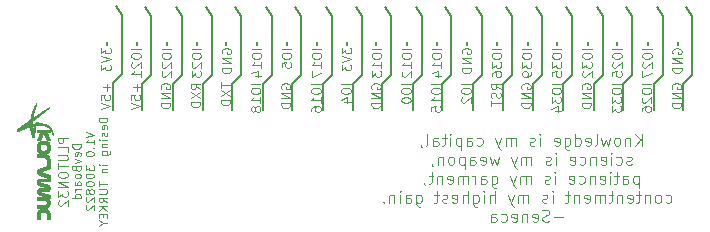
<source format=gbo>
G04 #@! TF.GenerationSoftware,KiCad,Pcbnew,(6.0.8)*
G04 #@! TF.CreationDate,2022-11-09T14:46:31+03:00*
G04 #@! TF.ProjectId,Pluton32,506c7574-6f6e-4333-922e-6b696361645f,1.0*
G04 #@! TF.SameCoordinates,Original*
G04 #@! TF.FileFunction,Legend,Bot*
G04 #@! TF.FilePolarity,Positive*
%FSLAX46Y46*%
G04 Gerber Fmt 4.6, Leading zero omitted, Abs format (unit mm)*
G04 Created by KiCad (PCBNEW (6.0.8)) date 2022-11-09 14:46:31*
%MOMM*%
%LPD*%
G01*
G04 APERTURE LIST*
%ADD10C,0.150000*%
%ADD11C,0.100000*%
%ADD12C,0.010000*%
%ADD13C,1.200000*%
%ADD14C,0.650000*%
%ADD15O,1.000000X1.600000*%
%ADD16O,1.000000X2.100000*%
%ADD17C,3.200000*%
%ADD18R,1.508000X1.508000*%
%ADD19C,1.508000*%
G04 APERTURE END LIST*
D10*
X169525000Y-87775000D02*
X169525000Y-88025000D01*
X130075000Y-85525000D02*
X130075000Y-90525000D01*
X142775000Y-85525000D02*
X142775000Y-90525000D01*
X132075000Y-84775000D02*
X132575000Y-85525000D01*
X127475000Y-85525000D02*
X127475000Y-90525000D01*
X154725000Y-91275000D02*
X154725000Y-93525000D01*
X155475000Y-85525000D02*
X155475000Y-90525000D01*
X123750000Y-87750000D02*
X123750000Y-88000000D01*
X157975000Y-85525000D02*
X157975000Y-90525000D01*
X140175000Y-90525000D02*
X139425000Y-91275000D01*
X163075000Y-90525000D02*
X162325000Y-91275000D01*
X144775000Y-84775000D02*
X145275000Y-85525000D01*
X132575000Y-85525000D02*
X132575000Y-90525000D01*
X152375000Y-84775000D02*
X152875000Y-85525000D01*
X168175000Y-90525000D02*
X167425000Y-91275000D01*
X149625000Y-91275000D02*
X149625000Y-93525000D01*
X136425000Y-87775000D02*
X136425000Y-88025000D01*
X149875000Y-84775000D02*
X150375000Y-85525000D01*
X170275000Y-84775000D02*
X170775000Y-85525000D01*
X162575000Y-84775000D02*
X163075000Y-85525000D01*
X150375000Y-90525000D02*
X149625000Y-91275000D01*
X172525000Y-91275000D02*
X172525000Y-93525000D01*
X135075000Y-85525000D02*
X135075000Y-90525000D01*
X160075000Y-84775000D02*
X160575000Y-85525000D01*
X139675000Y-84775000D02*
X140175000Y-85525000D01*
X126725000Y-91275000D02*
X126725000Y-93525000D01*
X159825000Y-91275000D02*
X159825000Y-93525000D01*
X132575000Y-90525000D02*
X131825000Y-91275000D01*
X128825000Y-87775000D02*
X128825000Y-88025000D01*
X164425000Y-87775000D02*
X164425000Y-88025000D01*
X125000000Y-85500000D02*
X125000000Y-90500000D01*
X147025000Y-91275000D02*
X147025000Y-93525000D01*
X170775000Y-85525000D02*
X170775000Y-90525000D01*
X127475000Y-90525000D02*
X126725000Y-91275000D01*
X137675000Y-90525000D02*
X136925000Y-91275000D01*
X156725000Y-87775000D02*
X156725000Y-88025000D01*
X126975000Y-84775000D02*
X127475000Y-85525000D01*
X142275000Y-84775000D02*
X142775000Y-85525000D01*
X170025000Y-91275000D02*
X170025000Y-93525000D01*
X151625000Y-87775000D02*
X151625000Y-88025000D01*
X163075000Y-85525000D02*
X163075000Y-90525000D01*
X147775000Y-85525000D02*
X147775000Y-90525000D01*
X161825000Y-87775000D02*
X161825000Y-88025000D01*
X154975000Y-84775000D02*
X155475000Y-85525000D01*
X168175000Y-85525000D02*
X168175000Y-90525000D01*
X160575000Y-85525000D02*
X160575000Y-90525000D01*
X142775000Y-90525000D02*
X142025000Y-91275000D01*
X144525000Y-91275000D02*
X144525000Y-93525000D01*
X162325000Y-91275000D02*
X162325000Y-93525000D01*
X138925000Y-87775000D02*
X138925000Y-88025000D01*
X152125000Y-91275000D02*
X152125000Y-93525000D01*
X126225000Y-87775000D02*
X126225000Y-88025000D01*
X130075000Y-90525000D02*
X129325000Y-91275000D01*
X154225000Y-87775000D02*
X154225000Y-88025000D01*
X165175000Y-84775000D02*
X165675000Y-85525000D01*
X134325000Y-91275000D02*
X134325000Y-93525000D01*
X149125000Y-87775000D02*
X149125000Y-88025000D01*
X129325000Y-91275000D02*
X129325000Y-93525000D01*
X166925000Y-87775000D02*
X166925000Y-88025000D01*
X131825000Y-91275000D02*
X131825000Y-93525000D01*
X164925000Y-91275000D02*
X164925000Y-93525000D01*
X147775000Y-90525000D02*
X147025000Y-91275000D01*
X141525000Y-87775000D02*
X141525000Y-88025000D01*
X173275000Y-90525000D02*
X172525000Y-91275000D01*
X160575000Y-90525000D02*
X159825000Y-91275000D01*
X157225000Y-91275000D02*
X157225000Y-93525000D01*
X133825000Y-87775000D02*
X133825000Y-88025000D01*
X157975000Y-90525000D02*
X157225000Y-91275000D01*
X147275000Y-84775000D02*
X147775000Y-85525000D01*
X170775000Y-90525000D02*
X170025000Y-91275000D01*
X167425000Y-91275000D02*
X167425000Y-93525000D01*
X145275000Y-85525000D02*
X145275000Y-90525000D01*
X145275000Y-90525000D02*
X144525000Y-91275000D01*
X172775000Y-84775000D02*
X173275000Y-85525000D01*
X165675000Y-90525000D02*
X164925000Y-91275000D01*
X155475000Y-90525000D02*
X154725000Y-91275000D01*
X150375000Y-85525000D02*
X150375000Y-90525000D01*
X137675000Y-85525000D02*
X137675000Y-90525000D01*
X137175000Y-84775000D02*
X137675000Y-85525000D01*
X167675000Y-84775000D02*
X168175000Y-85525000D01*
X146525000Y-87775000D02*
X146525000Y-88025000D01*
X124250000Y-91250000D02*
X124250000Y-93500000D01*
X172025000Y-87775000D02*
X172025000Y-88025000D01*
X152875000Y-85525000D02*
X152875000Y-90525000D01*
X125000000Y-90500000D02*
X124250000Y-91250000D01*
X135075000Y-90525000D02*
X134325000Y-91275000D01*
X159325000Y-87775000D02*
X159325000Y-88025000D01*
X157475000Y-84775000D02*
X157975000Y-85525000D01*
X173275000Y-85525000D02*
X173275000Y-90525000D01*
X165675000Y-85525000D02*
X165675000Y-90525000D01*
X139425000Y-91275000D02*
X139425000Y-93525000D01*
X140175000Y-85525000D02*
X140175000Y-90525000D01*
X142025000Y-91275000D02*
X142025000Y-93525000D01*
X144025000Y-87775000D02*
X144025000Y-88025000D01*
X131325000Y-87775000D02*
X131325000Y-88025000D01*
X129575000Y-84775000D02*
X130075000Y-85525000D01*
X134575000Y-84775000D02*
X135075000Y-85525000D01*
X124500000Y-84750000D02*
X125000000Y-85500000D01*
X136925000Y-91275000D02*
X136925000Y-93525000D01*
X152875000Y-90525000D02*
X152125000Y-91275000D01*
D11*
X123251280Y-88237857D02*
X123251280Y-88726904D01*
X123552233Y-88463571D01*
X123552233Y-88576428D01*
X123589852Y-88651666D01*
X123627471Y-88689285D01*
X123702709Y-88726904D01*
X123890804Y-88726904D01*
X123966042Y-88689285D01*
X124003661Y-88651666D01*
X124041280Y-88576428D01*
X124041280Y-88350714D01*
X124003661Y-88275476D01*
X123966042Y-88237857D01*
X123251280Y-88952619D02*
X124041280Y-89215952D01*
X123251280Y-89479285D01*
X123251280Y-89667380D02*
X123251280Y-90156428D01*
X123552233Y-89893095D01*
X123552233Y-90005952D01*
X123589852Y-90081190D01*
X123627471Y-90118809D01*
X123702709Y-90156428D01*
X123890804Y-90156428D01*
X123966042Y-90118809D01*
X124003661Y-90081190D01*
X124041280Y-90005952D01*
X124041280Y-89780238D01*
X124003661Y-89705000D01*
X123966042Y-89667380D01*
X126585080Y-88313095D02*
X125795080Y-88313095D01*
X125795080Y-88839761D02*
X125795080Y-88990238D01*
X125832700Y-89065476D01*
X125907938Y-89140714D01*
X126058414Y-89178333D01*
X126321747Y-89178333D01*
X126472223Y-89140714D01*
X126547461Y-89065476D01*
X126585080Y-88990238D01*
X126585080Y-88839761D01*
X126547461Y-88764523D01*
X126472223Y-88689285D01*
X126321747Y-88651666D01*
X126058414Y-88651666D01*
X125907938Y-88689285D01*
X125832700Y-88764523D01*
X125795080Y-88839761D01*
X125870319Y-89479285D02*
X125832700Y-89516904D01*
X125795080Y-89592142D01*
X125795080Y-89780238D01*
X125832700Y-89855476D01*
X125870319Y-89893095D01*
X125945557Y-89930714D01*
X126020795Y-89930714D01*
X126133652Y-89893095D01*
X126585080Y-89441666D01*
X126585080Y-89930714D01*
X126585080Y-90683095D02*
X126585080Y-90231666D01*
X126585080Y-90457380D02*
X125795080Y-90457380D01*
X125907938Y-90382142D01*
X125983176Y-90306904D01*
X126020795Y-90231666D01*
X129128880Y-88313095D02*
X128338880Y-88313095D01*
X128338880Y-88839761D02*
X128338880Y-88990238D01*
X128376500Y-89065476D01*
X128451738Y-89140714D01*
X128602214Y-89178333D01*
X128865547Y-89178333D01*
X129016023Y-89140714D01*
X129091261Y-89065476D01*
X129128880Y-88990238D01*
X129128880Y-88839761D01*
X129091261Y-88764523D01*
X129016023Y-88689285D01*
X128865547Y-88651666D01*
X128602214Y-88651666D01*
X128451738Y-88689285D01*
X128376500Y-88764523D01*
X128338880Y-88839761D01*
X128414119Y-89479285D02*
X128376500Y-89516904D01*
X128338880Y-89592142D01*
X128338880Y-89780238D01*
X128376500Y-89855476D01*
X128414119Y-89893095D01*
X128489357Y-89930714D01*
X128564595Y-89930714D01*
X128677452Y-89893095D01*
X129128880Y-89441666D01*
X129128880Y-89930714D01*
X128414119Y-90231666D02*
X128376500Y-90269285D01*
X128338880Y-90344523D01*
X128338880Y-90532619D01*
X128376500Y-90607857D01*
X128414119Y-90645476D01*
X128489357Y-90683095D01*
X128564595Y-90683095D01*
X128677452Y-90645476D01*
X129128880Y-90194047D01*
X129128880Y-90683095D01*
X131672680Y-88313095D02*
X130882680Y-88313095D01*
X130882680Y-88839761D02*
X130882680Y-88990238D01*
X130920300Y-89065476D01*
X130995538Y-89140714D01*
X131146014Y-89178333D01*
X131409347Y-89178333D01*
X131559823Y-89140714D01*
X131635061Y-89065476D01*
X131672680Y-88990238D01*
X131672680Y-88839761D01*
X131635061Y-88764523D01*
X131559823Y-88689285D01*
X131409347Y-88651666D01*
X131146014Y-88651666D01*
X130995538Y-88689285D01*
X130920300Y-88764523D01*
X130882680Y-88839761D01*
X130957919Y-89479285D02*
X130920300Y-89516904D01*
X130882680Y-89592142D01*
X130882680Y-89780238D01*
X130920300Y-89855476D01*
X130957919Y-89893095D01*
X131033157Y-89930714D01*
X131108395Y-89930714D01*
X131221252Y-89893095D01*
X131672680Y-89441666D01*
X131672680Y-89930714D01*
X130882680Y-90194047D02*
X130882680Y-90683095D01*
X131183633Y-90419761D01*
X131183633Y-90532619D01*
X131221252Y-90607857D01*
X131258871Y-90645476D01*
X131334109Y-90683095D01*
X131522204Y-90683095D01*
X131597442Y-90645476D01*
X131635061Y-90607857D01*
X131672680Y-90532619D01*
X131672680Y-90306904D01*
X131635061Y-90231666D01*
X131597442Y-90194047D01*
X133464100Y-88726904D02*
X133426480Y-88651666D01*
X133426480Y-88538809D01*
X133464100Y-88425952D01*
X133539338Y-88350714D01*
X133614576Y-88313095D01*
X133765052Y-88275476D01*
X133877909Y-88275476D01*
X134028385Y-88313095D01*
X134103623Y-88350714D01*
X134178861Y-88425952D01*
X134216480Y-88538809D01*
X134216480Y-88614047D01*
X134178861Y-88726904D01*
X134141242Y-88764523D01*
X133877909Y-88764523D01*
X133877909Y-88614047D01*
X134216480Y-89103095D02*
X133426480Y-89103095D01*
X134216480Y-89554523D01*
X133426480Y-89554523D01*
X134216480Y-89930714D02*
X133426480Y-89930714D01*
X133426480Y-90118809D01*
X133464100Y-90231666D01*
X133539338Y-90306904D01*
X133614576Y-90344523D01*
X133765052Y-90382142D01*
X133877909Y-90382142D01*
X134028385Y-90344523D01*
X134103623Y-90306904D01*
X134178861Y-90231666D01*
X134216480Y-90118809D01*
X134216480Y-89930714D01*
X136760280Y-88313095D02*
X135970280Y-88313095D01*
X135970280Y-88839761D02*
X135970280Y-88990238D01*
X136007900Y-89065476D01*
X136083138Y-89140714D01*
X136233614Y-89178333D01*
X136496947Y-89178333D01*
X136647423Y-89140714D01*
X136722661Y-89065476D01*
X136760280Y-88990238D01*
X136760280Y-88839761D01*
X136722661Y-88764523D01*
X136647423Y-88689285D01*
X136496947Y-88651666D01*
X136233614Y-88651666D01*
X136083138Y-88689285D01*
X136007900Y-88764523D01*
X135970280Y-88839761D01*
X136760280Y-89930714D02*
X136760280Y-89479285D01*
X136760280Y-89705000D02*
X135970280Y-89705000D01*
X136083138Y-89629761D01*
X136158376Y-89554523D01*
X136195995Y-89479285D01*
X136233614Y-90607857D02*
X136760280Y-90607857D01*
X135932661Y-90419761D02*
X136496947Y-90231666D01*
X136496947Y-90720714D01*
X139304080Y-88313095D02*
X138514080Y-88313095D01*
X138514080Y-88839761D02*
X138514080Y-88990238D01*
X138551700Y-89065476D01*
X138626938Y-89140714D01*
X138777414Y-89178333D01*
X139040747Y-89178333D01*
X139191223Y-89140714D01*
X139266461Y-89065476D01*
X139304080Y-88990238D01*
X139304080Y-88839761D01*
X139266461Y-88764523D01*
X139191223Y-88689285D01*
X139040747Y-88651666D01*
X138777414Y-88651666D01*
X138626938Y-88689285D01*
X138551700Y-88764523D01*
X138514080Y-88839761D01*
X138514080Y-89893095D02*
X138514080Y-89516904D01*
X138890271Y-89479285D01*
X138852652Y-89516904D01*
X138815033Y-89592142D01*
X138815033Y-89780238D01*
X138852652Y-89855476D01*
X138890271Y-89893095D01*
X138965509Y-89930714D01*
X139153604Y-89930714D01*
X139228842Y-89893095D01*
X139266461Y-89855476D01*
X139304080Y-89780238D01*
X139304080Y-89592142D01*
X139266461Y-89516904D01*
X139228842Y-89479285D01*
X141847880Y-88313095D02*
X141057880Y-88313095D01*
X141057880Y-88839761D02*
X141057880Y-88990238D01*
X141095500Y-89065476D01*
X141170738Y-89140714D01*
X141321214Y-89178333D01*
X141584547Y-89178333D01*
X141735023Y-89140714D01*
X141810261Y-89065476D01*
X141847880Y-88990238D01*
X141847880Y-88839761D01*
X141810261Y-88764523D01*
X141735023Y-88689285D01*
X141584547Y-88651666D01*
X141321214Y-88651666D01*
X141170738Y-88689285D01*
X141095500Y-88764523D01*
X141057880Y-88839761D01*
X141847880Y-89930714D02*
X141847880Y-89479285D01*
X141847880Y-89705000D02*
X141057880Y-89705000D01*
X141170738Y-89629761D01*
X141245976Y-89554523D01*
X141283595Y-89479285D01*
X141057880Y-90194047D02*
X141057880Y-90720714D01*
X141847880Y-90382142D01*
X143601680Y-88237857D02*
X143601680Y-88726904D01*
X143902633Y-88463571D01*
X143902633Y-88576428D01*
X143940252Y-88651666D01*
X143977871Y-88689285D01*
X144053109Y-88726904D01*
X144241204Y-88726904D01*
X144316442Y-88689285D01*
X144354061Y-88651666D01*
X144391680Y-88576428D01*
X144391680Y-88350714D01*
X144354061Y-88275476D01*
X144316442Y-88237857D01*
X143601680Y-88952619D02*
X144391680Y-89215952D01*
X143601680Y-89479285D01*
X143601680Y-89667380D02*
X143601680Y-90156428D01*
X143902633Y-89893095D01*
X143902633Y-90005952D01*
X143940252Y-90081190D01*
X143977871Y-90118809D01*
X144053109Y-90156428D01*
X144241204Y-90156428D01*
X144316442Y-90118809D01*
X144354061Y-90081190D01*
X144391680Y-90005952D01*
X144391680Y-89780238D01*
X144354061Y-89705000D01*
X144316442Y-89667380D01*
X146935480Y-88313095D02*
X146145480Y-88313095D01*
X146145480Y-88839761D02*
X146145480Y-88990238D01*
X146183100Y-89065476D01*
X146258338Y-89140714D01*
X146408814Y-89178333D01*
X146672147Y-89178333D01*
X146822623Y-89140714D01*
X146897861Y-89065476D01*
X146935480Y-88990238D01*
X146935480Y-88839761D01*
X146897861Y-88764523D01*
X146822623Y-88689285D01*
X146672147Y-88651666D01*
X146408814Y-88651666D01*
X146258338Y-88689285D01*
X146183100Y-88764523D01*
X146145480Y-88839761D01*
X146935480Y-89930714D02*
X146935480Y-89479285D01*
X146935480Y-89705000D02*
X146145480Y-89705000D01*
X146258338Y-89629761D01*
X146333576Y-89554523D01*
X146371195Y-89479285D01*
X146145480Y-90194047D02*
X146145480Y-90683095D01*
X146446433Y-90419761D01*
X146446433Y-90532619D01*
X146484052Y-90607857D01*
X146521671Y-90645476D01*
X146596909Y-90683095D01*
X146785004Y-90683095D01*
X146860242Y-90645476D01*
X146897861Y-90607857D01*
X146935480Y-90532619D01*
X146935480Y-90306904D01*
X146897861Y-90231666D01*
X146860242Y-90194047D01*
X149479280Y-88313095D02*
X148689280Y-88313095D01*
X148689280Y-88839761D02*
X148689280Y-88990238D01*
X148726900Y-89065476D01*
X148802138Y-89140714D01*
X148952614Y-89178333D01*
X149215947Y-89178333D01*
X149366423Y-89140714D01*
X149441661Y-89065476D01*
X149479280Y-88990238D01*
X149479280Y-88839761D01*
X149441661Y-88764523D01*
X149366423Y-88689285D01*
X149215947Y-88651666D01*
X148952614Y-88651666D01*
X148802138Y-88689285D01*
X148726900Y-88764523D01*
X148689280Y-88839761D01*
X149479280Y-89930714D02*
X149479280Y-89479285D01*
X149479280Y-89705000D02*
X148689280Y-89705000D01*
X148802138Y-89629761D01*
X148877376Y-89554523D01*
X148914995Y-89479285D01*
X148764519Y-90231666D02*
X148726900Y-90269285D01*
X148689280Y-90344523D01*
X148689280Y-90532619D01*
X148726900Y-90607857D01*
X148764519Y-90645476D01*
X148839757Y-90683095D01*
X148914995Y-90683095D01*
X149027852Y-90645476D01*
X149479280Y-90194047D01*
X149479280Y-90683095D01*
X152023080Y-88313095D02*
X151233080Y-88313095D01*
X151233080Y-88839761D02*
X151233080Y-88990238D01*
X151270700Y-89065476D01*
X151345938Y-89140714D01*
X151496414Y-89178333D01*
X151759747Y-89178333D01*
X151910223Y-89140714D01*
X151985461Y-89065476D01*
X152023080Y-88990238D01*
X152023080Y-88839761D01*
X151985461Y-88764523D01*
X151910223Y-88689285D01*
X151759747Y-88651666D01*
X151496414Y-88651666D01*
X151345938Y-88689285D01*
X151270700Y-88764523D01*
X151233080Y-88839761D01*
X152023080Y-89930714D02*
X152023080Y-89479285D01*
X152023080Y-89705000D02*
X151233080Y-89705000D01*
X151345938Y-89629761D01*
X151421176Y-89554523D01*
X151458795Y-89479285D01*
X151496414Y-90607857D02*
X152023080Y-90607857D01*
X151195461Y-90419761D02*
X151759747Y-90231666D01*
X151759747Y-90720714D01*
X153814500Y-88726904D02*
X153776880Y-88651666D01*
X153776880Y-88538809D01*
X153814500Y-88425952D01*
X153889738Y-88350714D01*
X153964976Y-88313095D01*
X154115452Y-88275476D01*
X154228309Y-88275476D01*
X154378785Y-88313095D01*
X154454023Y-88350714D01*
X154529261Y-88425952D01*
X154566880Y-88538809D01*
X154566880Y-88614047D01*
X154529261Y-88726904D01*
X154491642Y-88764523D01*
X154228309Y-88764523D01*
X154228309Y-88614047D01*
X154566880Y-89103095D02*
X153776880Y-89103095D01*
X154566880Y-89554523D01*
X153776880Y-89554523D01*
X154566880Y-89930714D02*
X153776880Y-89930714D01*
X153776880Y-90118809D01*
X153814500Y-90231666D01*
X153889738Y-90306904D01*
X153964976Y-90344523D01*
X154115452Y-90382142D01*
X154228309Y-90382142D01*
X154378785Y-90344523D01*
X154454023Y-90306904D01*
X154529261Y-90231666D01*
X154566880Y-90118809D01*
X154566880Y-89930714D01*
X157110680Y-88313095D02*
X156320680Y-88313095D01*
X156320680Y-88839761D02*
X156320680Y-88990238D01*
X156358300Y-89065476D01*
X156433538Y-89140714D01*
X156584014Y-89178333D01*
X156847347Y-89178333D01*
X156997823Y-89140714D01*
X157073061Y-89065476D01*
X157110680Y-88990238D01*
X157110680Y-88839761D01*
X157073061Y-88764523D01*
X156997823Y-88689285D01*
X156847347Y-88651666D01*
X156584014Y-88651666D01*
X156433538Y-88689285D01*
X156358300Y-88764523D01*
X156320680Y-88839761D01*
X156320680Y-89441666D02*
X156320680Y-89930714D01*
X156621633Y-89667380D01*
X156621633Y-89780238D01*
X156659252Y-89855476D01*
X156696871Y-89893095D01*
X156772109Y-89930714D01*
X156960204Y-89930714D01*
X157035442Y-89893095D01*
X157073061Y-89855476D01*
X157110680Y-89780238D01*
X157110680Y-89554523D01*
X157073061Y-89479285D01*
X157035442Y-89441666D01*
X156320680Y-90607857D02*
X156320680Y-90457380D01*
X156358300Y-90382142D01*
X156395919Y-90344523D01*
X156508776Y-90269285D01*
X156659252Y-90231666D01*
X156960204Y-90231666D01*
X157035442Y-90269285D01*
X157073061Y-90306904D01*
X157110680Y-90382142D01*
X157110680Y-90532619D01*
X157073061Y-90607857D01*
X157035442Y-90645476D01*
X156960204Y-90683095D01*
X156772109Y-90683095D01*
X156696871Y-90645476D01*
X156659252Y-90607857D01*
X156621633Y-90532619D01*
X156621633Y-90382142D01*
X156659252Y-90306904D01*
X156696871Y-90269285D01*
X156772109Y-90231666D01*
X159654480Y-88313095D02*
X158864480Y-88313095D01*
X158864480Y-88839761D02*
X158864480Y-88990238D01*
X158902100Y-89065476D01*
X158977338Y-89140714D01*
X159127814Y-89178333D01*
X159391147Y-89178333D01*
X159541623Y-89140714D01*
X159616861Y-89065476D01*
X159654480Y-88990238D01*
X159654480Y-88839761D01*
X159616861Y-88764523D01*
X159541623Y-88689285D01*
X159391147Y-88651666D01*
X159127814Y-88651666D01*
X158977338Y-88689285D01*
X158902100Y-88764523D01*
X158864480Y-88839761D01*
X158864480Y-89441666D02*
X158864480Y-89930714D01*
X159165433Y-89667380D01*
X159165433Y-89780238D01*
X159203052Y-89855476D01*
X159240671Y-89893095D01*
X159315909Y-89930714D01*
X159504004Y-89930714D01*
X159579242Y-89893095D01*
X159616861Y-89855476D01*
X159654480Y-89780238D01*
X159654480Y-89554523D01*
X159616861Y-89479285D01*
X159579242Y-89441666D01*
X159654480Y-90306904D02*
X159654480Y-90457380D01*
X159616861Y-90532619D01*
X159579242Y-90570238D01*
X159466385Y-90645476D01*
X159315909Y-90683095D01*
X159014957Y-90683095D01*
X158939719Y-90645476D01*
X158902100Y-90607857D01*
X158864480Y-90532619D01*
X158864480Y-90382142D01*
X158902100Y-90306904D01*
X158939719Y-90269285D01*
X159014957Y-90231666D01*
X159203052Y-90231666D01*
X159278290Y-90269285D01*
X159315909Y-90306904D01*
X159353528Y-90382142D01*
X159353528Y-90532619D01*
X159315909Y-90607857D01*
X159278290Y-90645476D01*
X159203052Y-90683095D01*
X162198280Y-88313095D02*
X161408280Y-88313095D01*
X161408280Y-88839761D02*
X161408280Y-88990238D01*
X161445900Y-89065476D01*
X161521138Y-89140714D01*
X161671614Y-89178333D01*
X161934947Y-89178333D01*
X162085423Y-89140714D01*
X162160661Y-89065476D01*
X162198280Y-88990238D01*
X162198280Y-88839761D01*
X162160661Y-88764523D01*
X162085423Y-88689285D01*
X161934947Y-88651666D01*
X161671614Y-88651666D01*
X161521138Y-88689285D01*
X161445900Y-88764523D01*
X161408280Y-88839761D01*
X161408280Y-89441666D02*
X161408280Y-89930714D01*
X161709233Y-89667380D01*
X161709233Y-89780238D01*
X161746852Y-89855476D01*
X161784471Y-89893095D01*
X161859709Y-89930714D01*
X162047804Y-89930714D01*
X162123042Y-89893095D01*
X162160661Y-89855476D01*
X162198280Y-89780238D01*
X162198280Y-89554523D01*
X162160661Y-89479285D01*
X162123042Y-89441666D01*
X161408280Y-90645476D02*
X161408280Y-90269285D01*
X161784471Y-90231666D01*
X161746852Y-90269285D01*
X161709233Y-90344523D01*
X161709233Y-90532619D01*
X161746852Y-90607857D01*
X161784471Y-90645476D01*
X161859709Y-90683095D01*
X162047804Y-90683095D01*
X162123042Y-90645476D01*
X162160661Y-90607857D01*
X162198280Y-90532619D01*
X162198280Y-90344523D01*
X162160661Y-90269285D01*
X162123042Y-90231666D01*
X164742080Y-88313095D02*
X163952080Y-88313095D01*
X163952080Y-88839761D02*
X163952080Y-88990238D01*
X163989700Y-89065476D01*
X164064938Y-89140714D01*
X164215414Y-89178333D01*
X164478747Y-89178333D01*
X164629223Y-89140714D01*
X164704461Y-89065476D01*
X164742080Y-88990238D01*
X164742080Y-88839761D01*
X164704461Y-88764523D01*
X164629223Y-88689285D01*
X164478747Y-88651666D01*
X164215414Y-88651666D01*
X164064938Y-88689285D01*
X163989700Y-88764523D01*
X163952080Y-88839761D01*
X163952080Y-89441666D02*
X163952080Y-89930714D01*
X164253033Y-89667380D01*
X164253033Y-89780238D01*
X164290652Y-89855476D01*
X164328271Y-89893095D01*
X164403509Y-89930714D01*
X164591604Y-89930714D01*
X164666842Y-89893095D01*
X164704461Y-89855476D01*
X164742080Y-89780238D01*
X164742080Y-89554523D01*
X164704461Y-89479285D01*
X164666842Y-89441666D01*
X164027319Y-90231666D02*
X163989700Y-90269285D01*
X163952080Y-90344523D01*
X163952080Y-90532619D01*
X163989700Y-90607857D01*
X164027319Y-90645476D01*
X164102557Y-90683095D01*
X164177795Y-90683095D01*
X164290652Y-90645476D01*
X164742080Y-90194047D01*
X164742080Y-90683095D01*
X167285880Y-88313095D02*
X166495880Y-88313095D01*
X166495880Y-88839761D02*
X166495880Y-88990238D01*
X166533500Y-89065476D01*
X166608738Y-89140714D01*
X166759214Y-89178333D01*
X167022547Y-89178333D01*
X167173023Y-89140714D01*
X167248261Y-89065476D01*
X167285880Y-88990238D01*
X167285880Y-88839761D01*
X167248261Y-88764523D01*
X167173023Y-88689285D01*
X167022547Y-88651666D01*
X166759214Y-88651666D01*
X166608738Y-88689285D01*
X166533500Y-88764523D01*
X166495880Y-88839761D01*
X166571119Y-89479285D02*
X166533500Y-89516904D01*
X166495880Y-89592142D01*
X166495880Y-89780238D01*
X166533500Y-89855476D01*
X166571119Y-89893095D01*
X166646357Y-89930714D01*
X166721595Y-89930714D01*
X166834452Y-89893095D01*
X167285880Y-89441666D01*
X167285880Y-89930714D01*
X166495880Y-90645476D02*
X166495880Y-90269285D01*
X166872071Y-90231666D01*
X166834452Y-90269285D01*
X166796833Y-90344523D01*
X166796833Y-90532619D01*
X166834452Y-90607857D01*
X166872071Y-90645476D01*
X166947309Y-90683095D01*
X167135404Y-90683095D01*
X167210642Y-90645476D01*
X167248261Y-90607857D01*
X167285880Y-90532619D01*
X167285880Y-90344523D01*
X167248261Y-90269285D01*
X167210642Y-90231666D01*
X169829680Y-88313095D02*
X169039680Y-88313095D01*
X169039680Y-88839761D02*
X169039680Y-88990238D01*
X169077300Y-89065476D01*
X169152538Y-89140714D01*
X169303014Y-89178333D01*
X169566347Y-89178333D01*
X169716823Y-89140714D01*
X169792061Y-89065476D01*
X169829680Y-88990238D01*
X169829680Y-88839761D01*
X169792061Y-88764523D01*
X169716823Y-88689285D01*
X169566347Y-88651666D01*
X169303014Y-88651666D01*
X169152538Y-88689285D01*
X169077300Y-88764523D01*
X169039680Y-88839761D01*
X169114919Y-89479285D02*
X169077300Y-89516904D01*
X169039680Y-89592142D01*
X169039680Y-89780238D01*
X169077300Y-89855476D01*
X169114919Y-89893095D01*
X169190157Y-89930714D01*
X169265395Y-89930714D01*
X169378252Y-89893095D01*
X169829680Y-89441666D01*
X169829680Y-89930714D01*
X169039680Y-90194047D02*
X169039680Y-90720714D01*
X169829680Y-90382142D01*
X171621100Y-88726904D02*
X171583480Y-88651666D01*
X171583480Y-88538809D01*
X171621100Y-88425952D01*
X171696338Y-88350714D01*
X171771576Y-88313095D01*
X171922052Y-88275476D01*
X172034909Y-88275476D01*
X172185385Y-88313095D01*
X172260623Y-88350714D01*
X172335861Y-88425952D01*
X172373480Y-88538809D01*
X172373480Y-88614047D01*
X172335861Y-88726904D01*
X172298242Y-88764523D01*
X172034909Y-88764523D01*
X172034909Y-88614047D01*
X172373480Y-89103095D02*
X171583480Y-89103095D01*
X172373480Y-89554523D01*
X171583480Y-89554523D01*
X172373480Y-89930714D02*
X171583480Y-89930714D01*
X171583480Y-90118809D01*
X171621100Y-90231666D01*
X171696338Y-90306904D01*
X171771576Y-90344523D01*
X171922052Y-90382142D01*
X172034909Y-90382142D01*
X172185385Y-90344523D01*
X172260623Y-90306904D01*
X172335861Y-90231666D01*
X172373480Y-90118809D01*
X172373480Y-89930714D01*
X121485916Y-96429583D02*
X120785916Y-96429583D01*
X120785916Y-96596250D01*
X120819250Y-96696250D01*
X120885916Y-96762916D01*
X120952583Y-96796250D01*
X121085916Y-96829583D01*
X121185916Y-96829583D01*
X121319250Y-96796250D01*
X121385916Y-96762916D01*
X121452583Y-96696250D01*
X121485916Y-96596250D01*
X121485916Y-96429583D01*
X121452583Y-97396250D02*
X121485916Y-97329583D01*
X121485916Y-97196250D01*
X121452583Y-97129583D01*
X121385916Y-97096250D01*
X121119250Y-97096250D01*
X121052583Y-97129583D01*
X121019250Y-97196250D01*
X121019250Y-97329583D01*
X121052583Y-97396250D01*
X121119250Y-97429583D01*
X121185916Y-97429583D01*
X121252583Y-97096250D01*
X121019250Y-97662916D02*
X121485916Y-97829583D01*
X121019250Y-97996250D01*
X121119250Y-98496250D02*
X121152583Y-98596250D01*
X121185916Y-98629583D01*
X121252583Y-98662916D01*
X121352583Y-98662916D01*
X121419250Y-98629583D01*
X121452583Y-98596250D01*
X121485916Y-98529583D01*
X121485916Y-98262916D01*
X120785916Y-98262916D01*
X120785916Y-98496250D01*
X120819250Y-98562916D01*
X120852583Y-98596250D01*
X120919250Y-98629583D01*
X120985916Y-98629583D01*
X121052583Y-98596250D01*
X121085916Y-98562916D01*
X121119250Y-98496250D01*
X121119250Y-98262916D01*
X121485916Y-99062916D02*
X121452583Y-98996250D01*
X121419250Y-98962916D01*
X121352583Y-98929583D01*
X121152583Y-98929583D01*
X121085916Y-98962916D01*
X121052583Y-98996250D01*
X121019250Y-99062916D01*
X121019250Y-99162916D01*
X121052583Y-99229583D01*
X121085916Y-99262916D01*
X121152583Y-99296250D01*
X121352583Y-99296250D01*
X121419250Y-99262916D01*
X121452583Y-99229583D01*
X121485916Y-99162916D01*
X121485916Y-99062916D01*
X121485916Y-99896250D02*
X121119250Y-99896250D01*
X121052583Y-99862916D01*
X121019250Y-99796250D01*
X121019250Y-99662916D01*
X121052583Y-99596250D01*
X121452583Y-99896250D02*
X121485916Y-99829583D01*
X121485916Y-99662916D01*
X121452583Y-99596250D01*
X121385916Y-99562916D01*
X121319250Y-99562916D01*
X121252583Y-99596250D01*
X121219250Y-99662916D01*
X121219250Y-99829583D01*
X121185916Y-99896250D01*
X121485916Y-100229583D02*
X121019250Y-100229583D01*
X121152583Y-100229583D02*
X121085916Y-100262916D01*
X121052583Y-100296250D01*
X121019250Y-100362916D01*
X121019250Y-100429583D01*
X121485916Y-100962916D02*
X120785916Y-100962916D01*
X121452583Y-100962916D02*
X121485916Y-100896250D01*
X121485916Y-100762916D01*
X121452583Y-100696250D01*
X121419250Y-100662916D01*
X121352583Y-100629583D01*
X121152583Y-100629583D01*
X121085916Y-100662916D01*
X121052583Y-100696250D01*
X121019250Y-100762916D01*
X121019250Y-100896250D01*
X121052583Y-100962916D01*
X121912916Y-95362916D02*
X122612916Y-95596250D01*
X121912916Y-95829583D01*
X122612916Y-96429583D02*
X122612916Y-96029583D01*
X122612916Y-96229583D02*
X121912916Y-96229583D01*
X122012916Y-96162916D01*
X122079583Y-96096250D01*
X122112916Y-96029583D01*
X122546250Y-96729583D02*
X122579583Y-96762916D01*
X122612916Y-96729583D01*
X122579583Y-96696250D01*
X122546250Y-96729583D01*
X122612916Y-96729583D01*
X121912916Y-97196250D02*
X121912916Y-97262916D01*
X121946250Y-97329583D01*
X121979583Y-97362916D01*
X122046250Y-97396250D01*
X122179583Y-97429583D01*
X122346250Y-97429583D01*
X122479583Y-97396250D01*
X122546250Y-97362916D01*
X122579583Y-97329583D01*
X122612916Y-97262916D01*
X122612916Y-97196250D01*
X122579583Y-97129583D01*
X122546250Y-97096250D01*
X122479583Y-97062916D01*
X122346250Y-97029583D01*
X122179583Y-97029583D01*
X122046250Y-97062916D01*
X121979583Y-97096250D01*
X121946250Y-97129583D01*
X121912916Y-97196250D01*
X121912916Y-98196250D02*
X121912916Y-98629583D01*
X122179583Y-98396250D01*
X122179583Y-98496250D01*
X122212916Y-98562916D01*
X122246250Y-98596250D01*
X122312916Y-98629583D01*
X122479583Y-98629583D01*
X122546250Y-98596250D01*
X122579583Y-98562916D01*
X122612916Y-98496250D01*
X122612916Y-98296250D01*
X122579583Y-98229583D01*
X122546250Y-98196250D01*
X121912916Y-99062916D02*
X121912916Y-99129583D01*
X121946250Y-99196250D01*
X121979583Y-99229583D01*
X122046250Y-99262916D01*
X122179583Y-99296250D01*
X122346250Y-99296250D01*
X122479583Y-99262916D01*
X122546250Y-99229583D01*
X122579583Y-99196250D01*
X122612916Y-99129583D01*
X122612916Y-99062916D01*
X122579583Y-98996250D01*
X122546250Y-98962916D01*
X122479583Y-98929583D01*
X122346250Y-98896250D01*
X122179583Y-98896250D01*
X122046250Y-98929583D01*
X121979583Y-98962916D01*
X121946250Y-98996250D01*
X121912916Y-99062916D01*
X121912916Y-99729583D02*
X121912916Y-99796250D01*
X121946250Y-99862916D01*
X121979583Y-99896250D01*
X122046250Y-99929583D01*
X122179583Y-99962916D01*
X122346250Y-99962916D01*
X122479583Y-99929583D01*
X122546250Y-99896250D01*
X122579583Y-99862916D01*
X122612916Y-99796250D01*
X122612916Y-99729583D01*
X122579583Y-99662916D01*
X122546250Y-99629583D01*
X122479583Y-99596250D01*
X122346250Y-99562916D01*
X122179583Y-99562916D01*
X122046250Y-99596250D01*
X121979583Y-99629583D01*
X121946250Y-99662916D01*
X121912916Y-99729583D01*
X122212916Y-100362916D02*
X122179583Y-100296250D01*
X122146250Y-100262916D01*
X122079583Y-100229583D01*
X122046250Y-100229583D01*
X121979583Y-100262916D01*
X121946250Y-100296250D01*
X121912916Y-100362916D01*
X121912916Y-100496250D01*
X121946250Y-100562916D01*
X121979583Y-100596250D01*
X122046250Y-100629583D01*
X122079583Y-100629583D01*
X122146250Y-100596250D01*
X122179583Y-100562916D01*
X122212916Y-100496250D01*
X122212916Y-100362916D01*
X122246250Y-100296250D01*
X122279583Y-100262916D01*
X122346250Y-100229583D01*
X122479583Y-100229583D01*
X122546250Y-100262916D01*
X122579583Y-100296250D01*
X122612916Y-100362916D01*
X122612916Y-100496250D01*
X122579583Y-100562916D01*
X122546250Y-100596250D01*
X122479583Y-100629583D01*
X122346250Y-100629583D01*
X122279583Y-100596250D01*
X122246250Y-100562916D01*
X122212916Y-100496250D01*
X121979583Y-100896250D02*
X121946250Y-100929583D01*
X121912916Y-100996250D01*
X121912916Y-101162916D01*
X121946250Y-101229583D01*
X121979583Y-101262916D01*
X122046250Y-101296250D01*
X122112916Y-101296250D01*
X122212916Y-101262916D01*
X122612916Y-100862916D01*
X122612916Y-101296250D01*
X121979583Y-101562916D02*
X121946250Y-101596250D01*
X121912916Y-101662916D01*
X121912916Y-101829583D01*
X121946250Y-101896250D01*
X121979583Y-101929583D01*
X122046250Y-101962916D01*
X122112916Y-101962916D01*
X122212916Y-101929583D01*
X122612916Y-101529583D01*
X122612916Y-101962916D01*
X123739916Y-94162916D02*
X123039916Y-94162916D01*
X123039916Y-94329583D01*
X123073250Y-94429583D01*
X123139916Y-94496250D01*
X123206583Y-94529583D01*
X123339916Y-94562916D01*
X123439916Y-94562916D01*
X123573250Y-94529583D01*
X123639916Y-94496250D01*
X123706583Y-94429583D01*
X123739916Y-94329583D01*
X123739916Y-94162916D01*
X123706583Y-95129583D02*
X123739916Y-95062916D01*
X123739916Y-94929583D01*
X123706583Y-94862916D01*
X123639916Y-94829583D01*
X123373250Y-94829583D01*
X123306583Y-94862916D01*
X123273250Y-94929583D01*
X123273250Y-95062916D01*
X123306583Y-95129583D01*
X123373250Y-95162916D01*
X123439916Y-95162916D01*
X123506583Y-94829583D01*
X123706583Y-95429583D02*
X123739916Y-95496250D01*
X123739916Y-95629583D01*
X123706583Y-95696250D01*
X123639916Y-95729583D01*
X123606583Y-95729583D01*
X123539916Y-95696250D01*
X123506583Y-95629583D01*
X123506583Y-95529583D01*
X123473250Y-95462916D01*
X123406583Y-95429583D01*
X123373250Y-95429583D01*
X123306583Y-95462916D01*
X123273250Y-95529583D01*
X123273250Y-95629583D01*
X123306583Y-95696250D01*
X123739916Y-96029583D02*
X123273250Y-96029583D01*
X123039916Y-96029583D02*
X123073250Y-95996250D01*
X123106583Y-96029583D01*
X123073250Y-96062916D01*
X123039916Y-96029583D01*
X123106583Y-96029583D01*
X123273250Y-96362916D02*
X123739916Y-96362916D01*
X123339916Y-96362916D02*
X123306583Y-96396250D01*
X123273250Y-96462916D01*
X123273250Y-96562916D01*
X123306583Y-96629583D01*
X123373250Y-96662916D01*
X123739916Y-96662916D01*
X123273250Y-97296250D02*
X123839916Y-97296250D01*
X123906583Y-97262916D01*
X123939916Y-97229583D01*
X123973250Y-97162916D01*
X123973250Y-97062916D01*
X123939916Y-96996250D01*
X123706583Y-97296250D02*
X123739916Y-97229583D01*
X123739916Y-97096250D01*
X123706583Y-97029583D01*
X123673250Y-96996250D01*
X123606583Y-96962916D01*
X123406583Y-96962916D01*
X123339916Y-96996250D01*
X123306583Y-97029583D01*
X123273250Y-97096250D01*
X123273250Y-97229583D01*
X123306583Y-97296250D01*
X123739916Y-98162916D02*
X123273250Y-98162916D01*
X123039916Y-98162916D02*
X123073250Y-98129583D01*
X123106583Y-98162916D01*
X123073250Y-98196250D01*
X123039916Y-98162916D01*
X123106583Y-98162916D01*
X123273250Y-98496250D02*
X123739916Y-98496250D01*
X123339916Y-98496250D02*
X123306583Y-98529583D01*
X123273250Y-98596250D01*
X123273250Y-98696250D01*
X123306583Y-98762916D01*
X123373250Y-98796250D01*
X123739916Y-98796250D01*
X123039916Y-99562916D02*
X123039916Y-99962916D01*
X123739916Y-99762916D02*
X123039916Y-99762916D01*
X123039916Y-100196250D02*
X123606583Y-100196250D01*
X123673250Y-100229583D01*
X123706583Y-100262916D01*
X123739916Y-100329583D01*
X123739916Y-100462916D01*
X123706583Y-100529583D01*
X123673250Y-100562916D01*
X123606583Y-100596250D01*
X123039916Y-100596250D01*
X123739916Y-101329583D02*
X123406583Y-101096250D01*
X123739916Y-100929583D02*
X123039916Y-100929583D01*
X123039916Y-101196250D01*
X123073250Y-101262916D01*
X123106583Y-101296250D01*
X123173250Y-101329583D01*
X123273250Y-101329583D01*
X123339916Y-101296250D01*
X123373250Y-101262916D01*
X123406583Y-101196250D01*
X123406583Y-100929583D01*
X123739916Y-101629583D02*
X123039916Y-101629583D01*
X123739916Y-102029583D02*
X123339916Y-101729583D01*
X123039916Y-102029583D02*
X123439916Y-101629583D01*
X123373250Y-102329583D02*
X123373250Y-102562916D01*
X123739916Y-102662916D02*
X123739916Y-102329583D01*
X123039916Y-102329583D01*
X123039916Y-102662916D01*
X123406583Y-103096250D02*
X123739916Y-103096250D01*
X123039916Y-102862916D02*
X123406583Y-103096250D01*
X123039916Y-103329583D01*
X169038095Y-96532380D02*
X169038095Y-95532380D01*
X168466666Y-96532380D02*
X168895238Y-95960952D01*
X168466666Y-95532380D02*
X169038095Y-96103809D01*
X168038095Y-95865714D02*
X168038095Y-96532380D01*
X168038095Y-95960952D02*
X167990476Y-95913333D01*
X167895238Y-95865714D01*
X167752380Y-95865714D01*
X167657142Y-95913333D01*
X167609523Y-96008571D01*
X167609523Y-96532380D01*
X166990476Y-96532380D02*
X167085714Y-96484761D01*
X167133333Y-96437142D01*
X167180952Y-96341904D01*
X167180952Y-96056190D01*
X167133333Y-95960952D01*
X167085714Y-95913333D01*
X166990476Y-95865714D01*
X166847619Y-95865714D01*
X166752380Y-95913333D01*
X166704761Y-95960952D01*
X166657142Y-96056190D01*
X166657142Y-96341904D01*
X166704761Y-96437142D01*
X166752380Y-96484761D01*
X166847619Y-96532380D01*
X166990476Y-96532380D01*
X166323809Y-95865714D02*
X166133333Y-96532380D01*
X165942857Y-96056190D01*
X165752380Y-96532380D01*
X165561904Y-95865714D01*
X165038095Y-96532380D02*
X165133333Y-96484761D01*
X165180952Y-96389523D01*
X165180952Y-95532380D01*
X164276190Y-96484761D02*
X164371428Y-96532380D01*
X164561904Y-96532380D01*
X164657142Y-96484761D01*
X164704761Y-96389523D01*
X164704761Y-96008571D01*
X164657142Y-95913333D01*
X164561904Y-95865714D01*
X164371428Y-95865714D01*
X164276190Y-95913333D01*
X164228571Y-96008571D01*
X164228571Y-96103809D01*
X164704761Y-96199047D01*
X163371428Y-96532380D02*
X163371428Y-95532380D01*
X163371428Y-96484761D02*
X163466666Y-96532380D01*
X163657142Y-96532380D01*
X163752380Y-96484761D01*
X163800000Y-96437142D01*
X163847619Y-96341904D01*
X163847619Y-96056190D01*
X163800000Y-95960952D01*
X163752380Y-95913333D01*
X163657142Y-95865714D01*
X163466666Y-95865714D01*
X163371428Y-95913333D01*
X162466666Y-95865714D02*
X162466666Y-96675238D01*
X162514285Y-96770476D01*
X162561904Y-96818095D01*
X162657142Y-96865714D01*
X162800000Y-96865714D01*
X162895238Y-96818095D01*
X162466666Y-96484761D02*
X162561904Y-96532380D01*
X162752380Y-96532380D01*
X162847619Y-96484761D01*
X162895238Y-96437142D01*
X162942857Y-96341904D01*
X162942857Y-96056190D01*
X162895238Y-95960952D01*
X162847619Y-95913333D01*
X162752380Y-95865714D01*
X162561904Y-95865714D01*
X162466666Y-95913333D01*
X161609523Y-96484761D02*
X161704761Y-96532380D01*
X161895238Y-96532380D01*
X161990476Y-96484761D01*
X162038095Y-96389523D01*
X162038095Y-96008571D01*
X161990476Y-95913333D01*
X161895238Y-95865714D01*
X161704761Y-95865714D01*
X161609523Y-95913333D01*
X161561904Y-96008571D01*
X161561904Y-96103809D01*
X162038095Y-96199047D01*
X160371428Y-96532380D02*
X160371428Y-95865714D01*
X160371428Y-95532380D02*
X160419047Y-95580000D01*
X160371428Y-95627619D01*
X160323809Y-95580000D01*
X160371428Y-95532380D01*
X160371428Y-95627619D01*
X159942857Y-96484761D02*
X159847619Y-96532380D01*
X159657142Y-96532380D01*
X159561904Y-96484761D01*
X159514285Y-96389523D01*
X159514285Y-96341904D01*
X159561904Y-96246666D01*
X159657142Y-96199047D01*
X159800000Y-96199047D01*
X159895238Y-96151428D01*
X159942857Y-96056190D01*
X159942857Y-96008571D01*
X159895238Y-95913333D01*
X159800000Y-95865714D01*
X159657142Y-95865714D01*
X159561904Y-95913333D01*
X158323809Y-96532380D02*
X158323809Y-95865714D01*
X158323809Y-95960952D02*
X158276190Y-95913333D01*
X158180952Y-95865714D01*
X158038095Y-95865714D01*
X157942857Y-95913333D01*
X157895238Y-96008571D01*
X157895238Y-96532380D01*
X157895238Y-96008571D02*
X157847619Y-95913333D01*
X157752380Y-95865714D01*
X157609523Y-95865714D01*
X157514285Y-95913333D01*
X157466666Y-96008571D01*
X157466666Y-96532380D01*
X157085714Y-95865714D02*
X156847619Y-96532380D01*
X156609523Y-95865714D02*
X156847619Y-96532380D01*
X156942857Y-96770476D01*
X156990476Y-96818095D01*
X157085714Y-96865714D01*
X155038095Y-96484761D02*
X155133333Y-96532380D01*
X155323809Y-96532380D01*
X155419047Y-96484761D01*
X155466666Y-96437142D01*
X155514285Y-96341904D01*
X155514285Y-96056190D01*
X155466666Y-95960952D01*
X155419047Y-95913333D01*
X155323809Y-95865714D01*
X155133333Y-95865714D01*
X155038095Y-95913333D01*
X154180952Y-96532380D02*
X154180952Y-96008571D01*
X154228571Y-95913333D01*
X154323809Y-95865714D01*
X154514285Y-95865714D01*
X154609523Y-95913333D01*
X154180952Y-96484761D02*
X154276190Y-96532380D01*
X154514285Y-96532380D01*
X154609523Y-96484761D01*
X154657142Y-96389523D01*
X154657142Y-96294285D01*
X154609523Y-96199047D01*
X154514285Y-96151428D01*
X154276190Y-96151428D01*
X154180952Y-96103809D01*
X153704761Y-95865714D02*
X153704761Y-96865714D01*
X153704761Y-95913333D02*
X153609523Y-95865714D01*
X153419047Y-95865714D01*
X153323809Y-95913333D01*
X153276190Y-95960952D01*
X153228571Y-96056190D01*
X153228571Y-96341904D01*
X153276190Y-96437142D01*
X153323809Y-96484761D01*
X153419047Y-96532380D01*
X153609523Y-96532380D01*
X153704761Y-96484761D01*
X152800000Y-96532380D02*
X152800000Y-95865714D01*
X152800000Y-95532380D02*
X152847619Y-95580000D01*
X152800000Y-95627619D01*
X152752380Y-95580000D01*
X152800000Y-95532380D01*
X152800000Y-95627619D01*
X152466666Y-95865714D02*
X152085714Y-95865714D01*
X152323809Y-95532380D02*
X152323809Y-96389523D01*
X152276190Y-96484761D01*
X152180952Y-96532380D01*
X152085714Y-96532380D01*
X151323809Y-96532380D02*
X151323809Y-96008571D01*
X151371428Y-95913333D01*
X151466666Y-95865714D01*
X151657142Y-95865714D01*
X151752380Y-95913333D01*
X151323809Y-96484761D02*
X151419047Y-96532380D01*
X151657142Y-96532380D01*
X151752380Y-96484761D01*
X151800000Y-96389523D01*
X151800000Y-96294285D01*
X151752380Y-96199047D01*
X151657142Y-96151428D01*
X151419047Y-96151428D01*
X151323809Y-96103809D01*
X150704761Y-96532380D02*
X150800000Y-96484761D01*
X150847619Y-96389523D01*
X150847619Y-95532380D01*
X150276190Y-96484761D02*
X150276190Y-96532380D01*
X150323809Y-96627619D01*
X150371428Y-96675238D01*
X168133333Y-98094761D02*
X168038095Y-98142380D01*
X167847619Y-98142380D01*
X167752380Y-98094761D01*
X167704761Y-97999523D01*
X167704761Y-97951904D01*
X167752380Y-97856666D01*
X167847619Y-97809047D01*
X167990476Y-97809047D01*
X168085714Y-97761428D01*
X168133333Y-97666190D01*
X168133333Y-97618571D01*
X168085714Y-97523333D01*
X167990476Y-97475714D01*
X167847619Y-97475714D01*
X167752380Y-97523333D01*
X166847619Y-98094761D02*
X166942857Y-98142380D01*
X167133333Y-98142380D01*
X167228571Y-98094761D01*
X167276190Y-98047142D01*
X167323809Y-97951904D01*
X167323809Y-97666190D01*
X167276190Y-97570952D01*
X167228571Y-97523333D01*
X167133333Y-97475714D01*
X166942857Y-97475714D01*
X166847619Y-97523333D01*
X166419047Y-98142380D02*
X166419047Y-97475714D01*
X166419047Y-97142380D02*
X166466666Y-97190000D01*
X166419047Y-97237619D01*
X166371428Y-97190000D01*
X166419047Y-97142380D01*
X166419047Y-97237619D01*
X165561904Y-98094761D02*
X165657142Y-98142380D01*
X165847619Y-98142380D01*
X165942857Y-98094761D01*
X165990476Y-97999523D01*
X165990476Y-97618571D01*
X165942857Y-97523333D01*
X165847619Y-97475714D01*
X165657142Y-97475714D01*
X165561904Y-97523333D01*
X165514285Y-97618571D01*
X165514285Y-97713809D01*
X165990476Y-97809047D01*
X165085714Y-97475714D02*
X165085714Y-98142380D01*
X165085714Y-97570952D02*
X165038095Y-97523333D01*
X164942857Y-97475714D01*
X164800000Y-97475714D01*
X164704761Y-97523333D01*
X164657142Y-97618571D01*
X164657142Y-98142380D01*
X163752380Y-98094761D02*
X163847619Y-98142380D01*
X164038095Y-98142380D01*
X164133333Y-98094761D01*
X164180952Y-98047142D01*
X164228571Y-97951904D01*
X164228571Y-97666190D01*
X164180952Y-97570952D01*
X164133333Y-97523333D01*
X164038095Y-97475714D01*
X163847619Y-97475714D01*
X163752380Y-97523333D01*
X162942857Y-98094761D02*
X163038095Y-98142380D01*
X163228571Y-98142380D01*
X163323809Y-98094761D01*
X163371428Y-97999523D01*
X163371428Y-97618571D01*
X163323809Y-97523333D01*
X163228571Y-97475714D01*
X163038095Y-97475714D01*
X162942857Y-97523333D01*
X162895238Y-97618571D01*
X162895238Y-97713809D01*
X163371428Y-97809047D01*
X161704761Y-98142380D02*
X161704761Y-97475714D01*
X161704761Y-97142380D02*
X161752380Y-97190000D01*
X161704761Y-97237619D01*
X161657142Y-97190000D01*
X161704761Y-97142380D01*
X161704761Y-97237619D01*
X161276190Y-98094761D02*
X161180952Y-98142380D01*
X160990476Y-98142380D01*
X160895238Y-98094761D01*
X160847619Y-97999523D01*
X160847619Y-97951904D01*
X160895238Y-97856666D01*
X160990476Y-97809047D01*
X161133333Y-97809047D01*
X161228571Y-97761428D01*
X161276190Y-97666190D01*
X161276190Y-97618571D01*
X161228571Y-97523333D01*
X161133333Y-97475714D01*
X160990476Y-97475714D01*
X160895238Y-97523333D01*
X159657142Y-98142380D02*
X159657142Y-97475714D01*
X159657142Y-97570952D02*
X159609523Y-97523333D01*
X159514285Y-97475714D01*
X159371428Y-97475714D01*
X159276190Y-97523333D01*
X159228571Y-97618571D01*
X159228571Y-98142380D01*
X159228571Y-97618571D02*
X159180952Y-97523333D01*
X159085714Y-97475714D01*
X158942857Y-97475714D01*
X158847619Y-97523333D01*
X158800000Y-97618571D01*
X158800000Y-98142380D01*
X158419047Y-97475714D02*
X158180952Y-98142380D01*
X157942857Y-97475714D02*
X158180952Y-98142380D01*
X158276190Y-98380476D01*
X158323809Y-98428095D01*
X158419047Y-98475714D01*
X156895238Y-97475714D02*
X156704761Y-98142380D01*
X156514285Y-97666190D01*
X156323809Y-98142380D01*
X156133333Y-97475714D01*
X155371428Y-98094761D02*
X155466666Y-98142380D01*
X155657142Y-98142380D01*
X155752380Y-98094761D01*
X155800000Y-97999523D01*
X155800000Y-97618571D01*
X155752380Y-97523333D01*
X155657142Y-97475714D01*
X155466666Y-97475714D01*
X155371428Y-97523333D01*
X155323809Y-97618571D01*
X155323809Y-97713809D01*
X155800000Y-97809047D01*
X154466666Y-98142380D02*
X154466666Y-97618571D01*
X154514285Y-97523333D01*
X154609523Y-97475714D01*
X154800000Y-97475714D01*
X154895238Y-97523333D01*
X154466666Y-98094761D02*
X154561904Y-98142380D01*
X154800000Y-98142380D01*
X154895238Y-98094761D01*
X154942857Y-97999523D01*
X154942857Y-97904285D01*
X154895238Y-97809047D01*
X154800000Y-97761428D01*
X154561904Y-97761428D01*
X154466666Y-97713809D01*
X153990476Y-97475714D02*
X153990476Y-98475714D01*
X153990476Y-97523333D02*
X153895238Y-97475714D01*
X153704761Y-97475714D01*
X153609523Y-97523333D01*
X153561904Y-97570952D01*
X153514285Y-97666190D01*
X153514285Y-97951904D01*
X153561904Y-98047142D01*
X153609523Y-98094761D01*
X153704761Y-98142380D01*
X153895238Y-98142380D01*
X153990476Y-98094761D01*
X152942857Y-98142380D02*
X153038095Y-98094761D01*
X153085714Y-98047142D01*
X153133333Y-97951904D01*
X153133333Y-97666190D01*
X153085714Y-97570952D01*
X153038095Y-97523333D01*
X152942857Y-97475714D01*
X152800000Y-97475714D01*
X152704761Y-97523333D01*
X152657142Y-97570952D01*
X152609523Y-97666190D01*
X152609523Y-97951904D01*
X152657142Y-98047142D01*
X152704761Y-98094761D01*
X152800000Y-98142380D01*
X152942857Y-98142380D01*
X152180952Y-97475714D02*
X152180952Y-98142380D01*
X152180952Y-97570952D02*
X152133333Y-97523333D01*
X152038095Y-97475714D01*
X151895238Y-97475714D01*
X151800000Y-97523333D01*
X151752380Y-97618571D01*
X151752380Y-98142380D01*
X151228571Y-98094761D02*
X151228571Y-98142380D01*
X151276190Y-98237619D01*
X151323809Y-98285238D01*
X168728571Y-99085714D02*
X168728571Y-100085714D01*
X168728571Y-99133333D02*
X168633333Y-99085714D01*
X168442857Y-99085714D01*
X168347619Y-99133333D01*
X168300000Y-99180952D01*
X168252380Y-99276190D01*
X168252380Y-99561904D01*
X168300000Y-99657142D01*
X168347619Y-99704761D01*
X168442857Y-99752380D01*
X168633333Y-99752380D01*
X168728571Y-99704761D01*
X167395238Y-99752380D02*
X167395238Y-99228571D01*
X167442857Y-99133333D01*
X167538095Y-99085714D01*
X167728571Y-99085714D01*
X167823809Y-99133333D01*
X167395238Y-99704761D02*
X167490476Y-99752380D01*
X167728571Y-99752380D01*
X167823809Y-99704761D01*
X167871428Y-99609523D01*
X167871428Y-99514285D01*
X167823809Y-99419047D01*
X167728571Y-99371428D01*
X167490476Y-99371428D01*
X167395238Y-99323809D01*
X167061904Y-99085714D02*
X166680952Y-99085714D01*
X166919047Y-98752380D02*
X166919047Y-99609523D01*
X166871428Y-99704761D01*
X166776190Y-99752380D01*
X166680952Y-99752380D01*
X166347619Y-99752380D02*
X166347619Y-99085714D01*
X166347619Y-98752380D02*
X166395238Y-98800000D01*
X166347619Y-98847619D01*
X166300000Y-98800000D01*
X166347619Y-98752380D01*
X166347619Y-98847619D01*
X165490476Y-99704761D02*
X165585714Y-99752380D01*
X165776190Y-99752380D01*
X165871428Y-99704761D01*
X165919047Y-99609523D01*
X165919047Y-99228571D01*
X165871428Y-99133333D01*
X165776190Y-99085714D01*
X165585714Y-99085714D01*
X165490476Y-99133333D01*
X165442857Y-99228571D01*
X165442857Y-99323809D01*
X165919047Y-99419047D01*
X165014285Y-99085714D02*
X165014285Y-99752380D01*
X165014285Y-99180952D02*
X164966666Y-99133333D01*
X164871428Y-99085714D01*
X164728571Y-99085714D01*
X164633333Y-99133333D01*
X164585714Y-99228571D01*
X164585714Y-99752380D01*
X163680952Y-99704761D02*
X163776190Y-99752380D01*
X163966666Y-99752380D01*
X164061904Y-99704761D01*
X164109523Y-99657142D01*
X164157142Y-99561904D01*
X164157142Y-99276190D01*
X164109523Y-99180952D01*
X164061904Y-99133333D01*
X163966666Y-99085714D01*
X163776190Y-99085714D01*
X163680952Y-99133333D01*
X162871428Y-99704761D02*
X162966666Y-99752380D01*
X163157142Y-99752380D01*
X163252380Y-99704761D01*
X163300000Y-99609523D01*
X163300000Y-99228571D01*
X163252380Y-99133333D01*
X163157142Y-99085714D01*
X162966666Y-99085714D01*
X162871428Y-99133333D01*
X162823809Y-99228571D01*
X162823809Y-99323809D01*
X163300000Y-99419047D01*
X161633333Y-99752380D02*
X161633333Y-99085714D01*
X161633333Y-98752380D02*
X161680952Y-98800000D01*
X161633333Y-98847619D01*
X161585714Y-98800000D01*
X161633333Y-98752380D01*
X161633333Y-98847619D01*
X161204761Y-99704761D02*
X161109523Y-99752380D01*
X160919047Y-99752380D01*
X160823809Y-99704761D01*
X160776190Y-99609523D01*
X160776190Y-99561904D01*
X160823809Y-99466666D01*
X160919047Y-99419047D01*
X161061904Y-99419047D01*
X161157142Y-99371428D01*
X161204761Y-99276190D01*
X161204761Y-99228571D01*
X161157142Y-99133333D01*
X161061904Y-99085714D01*
X160919047Y-99085714D01*
X160823809Y-99133333D01*
X159585714Y-99752380D02*
X159585714Y-99085714D01*
X159585714Y-99180952D02*
X159538095Y-99133333D01*
X159442857Y-99085714D01*
X159300000Y-99085714D01*
X159204761Y-99133333D01*
X159157142Y-99228571D01*
X159157142Y-99752380D01*
X159157142Y-99228571D02*
X159109523Y-99133333D01*
X159014285Y-99085714D01*
X158871428Y-99085714D01*
X158776190Y-99133333D01*
X158728571Y-99228571D01*
X158728571Y-99752380D01*
X158347619Y-99085714D02*
X158109523Y-99752380D01*
X157871428Y-99085714D02*
X158109523Y-99752380D01*
X158204761Y-99990476D01*
X158252380Y-100038095D01*
X158347619Y-100085714D01*
X156300000Y-99085714D02*
X156300000Y-99895238D01*
X156347619Y-99990476D01*
X156395238Y-100038095D01*
X156490476Y-100085714D01*
X156633333Y-100085714D01*
X156728571Y-100038095D01*
X156300000Y-99704761D02*
X156395238Y-99752380D01*
X156585714Y-99752380D01*
X156680952Y-99704761D01*
X156728571Y-99657142D01*
X156776190Y-99561904D01*
X156776190Y-99276190D01*
X156728571Y-99180952D01*
X156680952Y-99133333D01*
X156585714Y-99085714D01*
X156395238Y-99085714D01*
X156300000Y-99133333D01*
X155395238Y-99752380D02*
X155395238Y-99228571D01*
X155442857Y-99133333D01*
X155538095Y-99085714D01*
X155728571Y-99085714D01*
X155823809Y-99133333D01*
X155395238Y-99704761D02*
X155490476Y-99752380D01*
X155728571Y-99752380D01*
X155823809Y-99704761D01*
X155871428Y-99609523D01*
X155871428Y-99514285D01*
X155823809Y-99419047D01*
X155728571Y-99371428D01*
X155490476Y-99371428D01*
X155395238Y-99323809D01*
X154919047Y-99752380D02*
X154919047Y-99085714D01*
X154919047Y-99276190D02*
X154871428Y-99180952D01*
X154823809Y-99133333D01*
X154728571Y-99085714D01*
X154633333Y-99085714D01*
X154300000Y-99752380D02*
X154300000Y-99085714D01*
X154300000Y-99180952D02*
X154252380Y-99133333D01*
X154157142Y-99085714D01*
X154014285Y-99085714D01*
X153919047Y-99133333D01*
X153871428Y-99228571D01*
X153871428Y-99752380D01*
X153871428Y-99228571D02*
X153823809Y-99133333D01*
X153728571Y-99085714D01*
X153585714Y-99085714D01*
X153490476Y-99133333D01*
X153442857Y-99228571D01*
X153442857Y-99752380D01*
X152585714Y-99704761D02*
X152680952Y-99752380D01*
X152871428Y-99752380D01*
X152966666Y-99704761D01*
X153014285Y-99609523D01*
X153014285Y-99228571D01*
X152966666Y-99133333D01*
X152871428Y-99085714D01*
X152680952Y-99085714D01*
X152585714Y-99133333D01*
X152538095Y-99228571D01*
X152538095Y-99323809D01*
X153014285Y-99419047D01*
X152109523Y-99085714D02*
X152109523Y-99752380D01*
X152109523Y-99180952D02*
X152061904Y-99133333D01*
X151966666Y-99085714D01*
X151823809Y-99085714D01*
X151728571Y-99133333D01*
X151680952Y-99228571D01*
X151680952Y-99752380D01*
X151347619Y-99085714D02*
X150966666Y-99085714D01*
X151204761Y-98752380D02*
X151204761Y-99609523D01*
X151157142Y-99704761D01*
X151061904Y-99752380D01*
X150966666Y-99752380D01*
X150585714Y-99704761D02*
X150585714Y-99752380D01*
X150633333Y-99847619D01*
X150680952Y-99895238D01*
X171014285Y-101314761D02*
X171109523Y-101362380D01*
X171300000Y-101362380D01*
X171395238Y-101314761D01*
X171442857Y-101267142D01*
X171490476Y-101171904D01*
X171490476Y-100886190D01*
X171442857Y-100790952D01*
X171395238Y-100743333D01*
X171300000Y-100695714D01*
X171109523Y-100695714D01*
X171014285Y-100743333D01*
X170442857Y-101362380D02*
X170538095Y-101314761D01*
X170585714Y-101267142D01*
X170633333Y-101171904D01*
X170633333Y-100886190D01*
X170585714Y-100790952D01*
X170538095Y-100743333D01*
X170442857Y-100695714D01*
X170300000Y-100695714D01*
X170204761Y-100743333D01*
X170157142Y-100790952D01*
X170109523Y-100886190D01*
X170109523Y-101171904D01*
X170157142Y-101267142D01*
X170204761Y-101314761D01*
X170300000Y-101362380D01*
X170442857Y-101362380D01*
X169680952Y-100695714D02*
X169680952Y-101362380D01*
X169680952Y-100790952D02*
X169633333Y-100743333D01*
X169538095Y-100695714D01*
X169395238Y-100695714D01*
X169300000Y-100743333D01*
X169252380Y-100838571D01*
X169252380Y-101362380D01*
X168919047Y-100695714D02*
X168538095Y-100695714D01*
X168776190Y-100362380D02*
X168776190Y-101219523D01*
X168728571Y-101314761D01*
X168633333Y-101362380D01*
X168538095Y-101362380D01*
X167823809Y-101314761D02*
X167919047Y-101362380D01*
X168109523Y-101362380D01*
X168204761Y-101314761D01*
X168252380Y-101219523D01*
X168252380Y-100838571D01*
X168204761Y-100743333D01*
X168109523Y-100695714D01*
X167919047Y-100695714D01*
X167823809Y-100743333D01*
X167776190Y-100838571D01*
X167776190Y-100933809D01*
X168252380Y-101029047D01*
X167347619Y-100695714D02*
X167347619Y-101362380D01*
X167347619Y-100790952D02*
X167300000Y-100743333D01*
X167204761Y-100695714D01*
X167061904Y-100695714D01*
X166966666Y-100743333D01*
X166919047Y-100838571D01*
X166919047Y-101362380D01*
X166585714Y-100695714D02*
X166204761Y-100695714D01*
X166442857Y-100362380D02*
X166442857Y-101219523D01*
X166395238Y-101314761D01*
X166300000Y-101362380D01*
X166204761Y-101362380D01*
X165871428Y-101362380D02*
X165871428Y-100695714D01*
X165871428Y-100790952D02*
X165823809Y-100743333D01*
X165728571Y-100695714D01*
X165585714Y-100695714D01*
X165490476Y-100743333D01*
X165442857Y-100838571D01*
X165442857Y-101362380D01*
X165442857Y-100838571D02*
X165395238Y-100743333D01*
X165300000Y-100695714D01*
X165157142Y-100695714D01*
X165061904Y-100743333D01*
X165014285Y-100838571D01*
X165014285Y-101362380D01*
X164157142Y-101314761D02*
X164252380Y-101362380D01*
X164442857Y-101362380D01*
X164538095Y-101314761D01*
X164585714Y-101219523D01*
X164585714Y-100838571D01*
X164538095Y-100743333D01*
X164442857Y-100695714D01*
X164252380Y-100695714D01*
X164157142Y-100743333D01*
X164109523Y-100838571D01*
X164109523Y-100933809D01*
X164585714Y-101029047D01*
X163680952Y-100695714D02*
X163680952Y-101362380D01*
X163680952Y-100790952D02*
X163633333Y-100743333D01*
X163538095Y-100695714D01*
X163395238Y-100695714D01*
X163300000Y-100743333D01*
X163252380Y-100838571D01*
X163252380Y-101362380D01*
X162919047Y-100695714D02*
X162538095Y-100695714D01*
X162776190Y-100362380D02*
X162776190Y-101219523D01*
X162728571Y-101314761D01*
X162633333Y-101362380D01*
X162538095Y-101362380D01*
X161442857Y-101362380D02*
X161442857Y-100695714D01*
X161442857Y-100362380D02*
X161490476Y-100410000D01*
X161442857Y-100457619D01*
X161395238Y-100410000D01*
X161442857Y-100362380D01*
X161442857Y-100457619D01*
X161014285Y-101314761D02*
X160919047Y-101362380D01*
X160728571Y-101362380D01*
X160633333Y-101314761D01*
X160585714Y-101219523D01*
X160585714Y-101171904D01*
X160633333Y-101076666D01*
X160728571Y-101029047D01*
X160871428Y-101029047D01*
X160966666Y-100981428D01*
X161014285Y-100886190D01*
X161014285Y-100838571D01*
X160966666Y-100743333D01*
X160871428Y-100695714D01*
X160728571Y-100695714D01*
X160633333Y-100743333D01*
X159395238Y-101362380D02*
X159395238Y-100695714D01*
X159395238Y-100790952D02*
X159347619Y-100743333D01*
X159252380Y-100695714D01*
X159109523Y-100695714D01*
X159014285Y-100743333D01*
X158966666Y-100838571D01*
X158966666Y-101362380D01*
X158966666Y-100838571D02*
X158919047Y-100743333D01*
X158823809Y-100695714D01*
X158680952Y-100695714D01*
X158585714Y-100743333D01*
X158538095Y-100838571D01*
X158538095Y-101362380D01*
X158157142Y-100695714D02*
X157919047Y-101362380D01*
X157680952Y-100695714D02*
X157919047Y-101362380D01*
X158014285Y-101600476D01*
X158061904Y-101648095D01*
X158157142Y-101695714D01*
X156538095Y-101362380D02*
X156538095Y-100362380D01*
X156109523Y-101362380D02*
X156109523Y-100838571D01*
X156157142Y-100743333D01*
X156252380Y-100695714D01*
X156395238Y-100695714D01*
X156490476Y-100743333D01*
X156538095Y-100790952D01*
X155633333Y-101362380D02*
X155633333Y-100695714D01*
X155633333Y-100362380D02*
X155680952Y-100410000D01*
X155633333Y-100457619D01*
X155585714Y-100410000D01*
X155633333Y-100362380D01*
X155633333Y-100457619D01*
X154728571Y-100695714D02*
X154728571Y-101505238D01*
X154776190Y-101600476D01*
X154823809Y-101648095D01*
X154919047Y-101695714D01*
X155061904Y-101695714D01*
X155157142Y-101648095D01*
X154728571Y-101314761D02*
X154823809Y-101362380D01*
X155014285Y-101362380D01*
X155109523Y-101314761D01*
X155157142Y-101267142D01*
X155204761Y-101171904D01*
X155204761Y-100886190D01*
X155157142Y-100790952D01*
X155109523Y-100743333D01*
X155014285Y-100695714D01*
X154823809Y-100695714D01*
X154728571Y-100743333D01*
X154252380Y-101362380D02*
X154252380Y-100362380D01*
X153823809Y-101362380D02*
X153823809Y-100838571D01*
X153871428Y-100743333D01*
X153966666Y-100695714D01*
X154109523Y-100695714D01*
X154204761Y-100743333D01*
X154252380Y-100790952D01*
X152966666Y-101314761D02*
X153061904Y-101362380D01*
X153252380Y-101362380D01*
X153347619Y-101314761D01*
X153395238Y-101219523D01*
X153395238Y-100838571D01*
X153347619Y-100743333D01*
X153252380Y-100695714D01*
X153061904Y-100695714D01*
X152966666Y-100743333D01*
X152919047Y-100838571D01*
X152919047Y-100933809D01*
X153395238Y-101029047D01*
X152538095Y-101314761D02*
X152442857Y-101362380D01*
X152252380Y-101362380D01*
X152157142Y-101314761D01*
X152109523Y-101219523D01*
X152109523Y-101171904D01*
X152157142Y-101076666D01*
X152252380Y-101029047D01*
X152395238Y-101029047D01*
X152490476Y-100981428D01*
X152538095Y-100886190D01*
X152538095Y-100838571D01*
X152490476Y-100743333D01*
X152395238Y-100695714D01*
X152252380Y-100695714D01*
X152157142Y-100743333D01*
X151823809Y-100695714D02*
X151442857Y-100695714D01*
X151680952Y-100362380D02*
X151680952Y-101219523D01*
X151633333Y-101314761D01*
X151538095Y-101362380D01*
X151442857Y-101362380D01*
X149919047Y-100695714D02*
X149919047Y-101505238D01*
X149966666Y-101600476D01*
X150014285Y-101648095D01*
X150109523Y-101695714D01*
X150252380Y-101695714D01*
X150347619Y-101648095D01*
X149919047Y-101314761D02*
X150014285Y-101362380D01*
X150204761Y-101362380D01*
X150300000Y-101314761D01*
X150347619Y-101267142D01*
X150395238Y-101171904D01*
X150395238Y-100886190D01*
X150347619Y-100790952D01*
X150300000Y-100743333D01*
X150204761Y-100695714D01*
X150014285Y-100695714D01*
X149919047Y-100743333D01*
X149014285Y-101362380D02*
X149014285Y-100838571D01*
X149061904Y-100743333D01*
X149157142Y-100695714D01*
X149347619Y-100695714D01*
X149442857Y-100743333D01*
X149014285Y-101314761D02*
X149109523Y-101362380D01*
X149347619Y-101362380D01*
X149442857Y-101314761D01*
X149490476Y-101219523D01*
X149490476Y-101124285D01*
X149442857Y-101029047D01*
X149347619Y-100981428D01*
X149109523Y-100981428D01*
X149014285Y-100933809D01*
X148538095Y-101362380D02*
X148538095Y-100695714D01*
X148538095Y-100362380D02*
X148585714Y-100410000D01*
X148538095Y-100457619D01*
X148490476Y-100410000D01*
X148538095Y-100362380D01*
X148538095Y-100457619D01*
X148061904Y-100695714D02*
X148061904Y-101362380D01*
X148061904Y-100790952D02*
X148014285Y-100743333D01*
X147919047Y-100695714D01*
X147776190Y-100695714D01*
X147680952Y-100743333D01*
X147633333Y-100838571D01*
X147633333Y-101362380D01*
X147157142Y-101267142D02*
X147109523Y-101314761D01*
X147157142Y-101362380D01*
X147204761Y-101314761D01*
X147157142Y-101267142D01*
X147157142Y-101362380D01*
X162347619Y-102591428D02*
X161585714Y-102591428D01*
X161157142Y-102924761D02*
X161014285Y-102972380D01*
X160776190Y-102972380D01*
X160680952Y-102924761D01*
X160633333Y-102877142D01*
X160585714Y-102781904D01*
X160585714Y-102686666D01*
X160633333Y-102591428D01*
X160680952Y-102543809D01*
X160776190Y-102496190D01*
X160966666Y-102448571D01*
X161061904Y-102400952D01*
X161109523Y-102353333D01*
X161157142Y-102258095D01*
X161157142Y-102162857D01*
X161109523Y-102067619D01*
X161061904Y-102020000D01*
X160966666Y-101972380D01*
X160728571Y-101972380D01*
X160585714Y-102020000D01*
X159776190Y-102924761D02*
X159871428Y-102972380D01*
X160061904Y-102972380D01*
X160157142Y-102924761D01*
X160204761Y-102829523D01*
X160204761Y-102448571D01*
X160157142Y-102353333D01*
X160061904Y-102305714D01*
X159871428Y-102305714D01*
X159776190Y-102353333D01*
X159728571Y-102448571D01*
X159728571Y-102543809D01*
X160204761Y-102639047D01*
X159300000Y-102305714D02*
X159300000Y-102972380D01*
X159300000Y-102400952D02*
X159252380Y-102353333D01*
X159157142Y-102305714D01*
X159014285Y-102305714D01*
X158919047Y-102353333D01*
X158871428Y-102448571D01*
X158871428Y-102972380D01*
X158014285Y-102924761D02*
X158109523Y-102972380D01*
X158300000Y-102972380D01*
X158395238Y-102924761D01*
X158442857Y-102829523D01*
X158442857Y-102448571D01*
X158395238Y-102353333D01*
X158300000Y-102305714D01*
X158109523Y-102305714D01*
X158014285Y-102353333D01*
X157966666Y-102448571D01*
X157966666Y-102543809D01*
X158442857Y-102639047D01*
X157109523Y-102924761D02*
X157204761Y-102972380D01*
X157395238Y-102972380D01*
X157490476Y-102924761D01*
X157538095Y-102877142D01*
X157585714Y-102781904D01*
X157585714Y-102496190D01*
X157538095Y-102400952D01*
X157490476Y-102353333D01*
X157395238Y-102305714D01*
X157204761Y-102305714D01*
X157109523Y-102353333D01*
X156252380Y-102972380D02*
X156252380Y-102448571D01*
X156300000Y-102353333D01*
X156395238Y-102305714D01*
X156585714Y-102305714D01*
X156680952Y-102353333D01*
X156252380Y-102924761D02*
X156347619Y-102972380D01*
X156585714Y-102972380D01*
X156680952Y-102924761D01*
X156728571Y-102829523D01*
X156728571Y-102734285D01*
X156680952Y-102639047D01*
X156585714Y-102591428D01*
X156347619Y-102591428D01*
X156252380Y-102543809D01*
X120388154Y-95874345D02*
X119588154Y-95874345D01*
X119588154Y-96179107D01*
X119626250Y-96255297D01*
X119664345Y-96293392D01*
X119740535Y-96331488D01*
X119854821Y-96331488D01*
X119931011Y-96293392D01*
X119969107Y-96255297D01*
X120007202Y-96179107D01*
X120007202Y-95874345D01*
X120388154Y-97055297D02*
X120388154Y-96674345D01*
X119588154Y-96674345D01*
X119588154Y-97321964D02*
X120235773Y-97321964D01*
X120311964Y-97360059D01*
X120350059Y-97398154D01*
X120388154Y-97474345D01*
X120388154Y-97626726D01*
X120350059Y-97702916D01*
X120311964Y-97741011D01*
X120235773Y-97779107D01*
X119588154Y-97779107D01*
X119588154Y-98045773D02*
X119588154Y-98502916D01*
X120388154Y-98274345D02*
X119588154Y-98274345D01*
X119588154Y-98921964D02*
X119588154Y-99074345D01*
X119626250Y-99150535D01*
X119702440Y-99226726D01*
X119854821Y-99264821D01*
X120121488Y-99264821D01*
X120273869Y-99226726D01*
X120350059Y-99150535D01*
X120388154Y-99074345D01*
X120388154Y-98921964D01*
X120350059Y-98845773D01*
X120273869Y-98769583D01*
X120121488Y-98731488D01*
X119854821Y-98731488D01*
X119702440Y-98769583D01*
X119626250Y-98845773D01*
X119588154Y-98921964D01*
X120388154Y-99607678D02*
X119588154Y-99607678D01*
X120388154Y-100064821D01*
X119588154Y-100064821D01*
X119588154Y-100369583D02*
X119588154Y-100864821D01*
X119892916Y-100598154D01*
X119892916Y-100712440D01*
X119931011Y-100788630D01*
X119969107Y-100826726D01*
X120045297Y-100864821D01*
X120235773Y-100864821D01*
X120311964Y-100826726D01*
X120350059Y-100788630D01*
X120388154Y-100712440D01*
X120388154Y-100483869D01*
X120350059Y-100407678D01*
X120311964Y-100369583D01*
X119664345Y-101169583D02*
X119626250Y-101207678D01*
X119588154Y-101283869D01*
X119588154Y-101474345D01*
X119626250Y-101550535D01*
X119664345Y-101588630D01*
X119740535Y-101626726D01*
X119816726Y-101626726D01*
X119931011Y-101588630D01*
X120388154Y-101131488D01*
X120388154Y-101626726D01*
X123690328Y-91293095D02*
X123690328Y-91895000D01*
X123991280Y-91594047D02*
X123389376Y-91594047D01*
X123201280Y-92647380D02*
X123201280Y-92271190D01*
X123577471Y-92233571D01*
X123539852Y-92271190D01*
X123502233Y-92346428D01*
X123502233Y-92534523D01*
X123539852Y-92609761D01*
X123577471Y-92647380D01*
X123652709Y-92685000D01*
X123840804Y-92685000D01*
X123916042Y-92647380D01*
X123953661Y-92609761D01*
X123991280Y-92534523D01*
X123991280Y-92346428D01*
X123953661Y-92271190D01*
X123916042Y-92233571D01*
X123201280Y-92910714D02*
X123991280Y-93174047D01*
X123201280Y-93437380D01*
X126234128Y-91293095D02*
X126234128Y-91895000D01*
X126535080Y-91594047D02*
X125933176Y-91594047D01*
X125745080Y-92647380D02*
X125745080Y-92271190D01*
X126121271Y-92233571D01*
X126083652Y-92271190D01*
X126046033Y-92346428D01*
X126046033Y-92534523D01*
X126083652Y-92609761D01*
X126121271Y-92647380D01*
X126196509Y-92685000D01*
X126384604Y-92685000D01*
X126459842Y-92647380D01*
X126497461Y-92609761D01*
X126535080Y-92534523D01*
X126535080Y-92346428D01*
X126497461Y-92271190D01*
X126459842Y-92233571D01*
X125745080Y-92910714D02*
X126535080Y-93174047D01*
X125745080Y-93437380D01*
X128326500Y-91706904D02*
X128288880Y-91631666D01*
X128288880Y-91518809D01*
X128326500Y-91405952D01*
X128401738Y-91330714D01*
X128476976Y-91293095D01*
X128627452Y-91255476D01*
X128740309Y-91255476D01*
X128890785Y-91293095D01*
X128966023Y-91330714D01*
X129041261Y-91405952D01*
X129078880Y-91518809D01*
X129078880Y-91594047D01*
X129041261Y-91706904D01*
X129003642Y-91744523D01*
X128740309Y-91744523D01*
X128740309Y-91594047D01*
X129078880Y-92083095D02*
X128288880Y-92083095D01*
X129078880Y-92534523D01*
X128288880Y-92534523D01*
X129078880Y-92910714D02*
X128288880Y-92910714D01*
X128288880Y-93098809D01*
X128326500Y-93211666D01*
X128401738Y-93286904D01*
X128476976Y-93324523D01*
X128627452Y-93362142D01*
X128740309Y-93362142D01*
X128890785Y-93324523D01*
X128966023Y-93286904D01*
X129041261Y-93211666D01*
X129078880Y-93098809D01*
X129078880Y-92910714D01*
X131622680Y-91744523D02*
X131246490Y-91481190D01*
X131622680Y-91293095D02*
X130832680Y-91293095D01*
X130832680Y-91594047D01*
X130870300Y-91669285D01*
X130907919Y-91706904D01*
X130983157Y-91744523D01*
X131096014Y-91744523D01*
X131171252Y-91706904D01*
X131208871Y-91669285D01*
X131246490Y-91594047D01*
X131246490Y-91293095D01*
X130832680Y-92007857D02*
X131622680Y-92534523D01*
X130832680Y-92534523D02*
X131622680Y-92007857D01*
X131622680Y-92835476D02*
X130832680Y-92835476D01*
X130832680Y-93023571D01*
X130870300Y-93136428D01*
X130945538Y-93211666D01*
X131020776Y-93249285D01*
X131171252Y-93286904D01*
X131284109Y-93286904D01*
X131434585Y-93249285D01*
X131509823Y-93211666D01*
X131585061Y-93136428D01*
X131622680Y-93023571D01*
X131622680Y-92835476D01*
X133376480Y-91180238D02*
X133376480Y-91631666D01*
X134166480Y-91405952D02*
X133376480Y-91405952D01*
X133376480Y-91819761D02*
X134166480Y-92346428D01*
X133376480Y-92346428D02*
X134166480Y-91819761D01*
X134166480Y-92647380D02*
X133376480Y-92647380D01*
X133376480Y-92835476D01*
X133414100Y-92948333D01*
X133489338Y-93023571D01*
X133564576Y-93061190D01*
X133715052Y-93098809D01*
X133827909Y-93098809D01*
X133978385Y-93061190D01*
X134053623Y-93023571D01*
X134128861Y-92948333D01*
X134166480Y-92835476D01*
X134166480Y-92647380D01*
X136710280Y-91293095D02*
X135920280Y-91293095D01*
X135920280Y-91819761D02*
X135920280Y-91970238D01*
X135957900Y-92045476D01*
X136033138Y-92120714D01*
X136183614Y-92158333D01*
X136446947Y-92158333D01*
X136597423Y-92120714D01*
X136672661Y-92045476D01*
X136710280Y-91970238D01*
X136710280Y-91819761D01*
X136672661Y-91744523D01*
X136597423Y-91669285D01*
X136446947Y-91631666D01*
X136183614Y-91631666D01*
X136033138Y-91669285D01*
X135957900Y-91744523D01*
X135920280Y-91819761D01*
X136710280Y-92910714D02*
X136710280Y-92459285D01*
X136710280Y-92685000D02*
X135920280Y-92685000D01*
X136033138Y-92609761D01*
X136108376Y-92534523D01*
X136145995Y-92459285D01*
X136258852Y-93362142D02*
X136221233Y-93286904D01*
X136183614Y-93249285D01*
X136108376Y-93211666D01*
X136070757Y-93211666D01*
X135995519Y-93249285D01*
X135957900Y-93286904D01*
X135920280Y-93362142D01*
X135920280Y-93512619D01*
X135957900Y-93587857D01*
X135995519Y-93625476D01*
X136070757Y-93663095D01*
X136108376Y-93663095D01*
X136183614Y-93625476D01*
X136221233Y-93587857D01*
X136258852Y-93512619D01*
X136258852Y-93362142D01*
X136296471Y-93286904D01*
X136334090Y-93249285D01*
X136409328Y-93211666D01*
X136559804Y-93211666D01*
X136635042Y-93249285D01*
X136672661Y-93286904D01*
X136710280Y-93362142D01*
X136710280Y-93512619D01*
X136672661Y-93587857D01*
X136635042Y-93625476D01*
X136559804Y-93663095D01*
X136409328Y-93663095D01*
X136334090Y-93625476D01*
X136296471Y-93587857D01*
X136258852Y-93512619D01*
X138501700Y-91706904D02*
X138464080Y-91631666D01*
X138464080Y-91518809D01*
X138501700Y-91405952D01*
X138576938Y-91330714D01*
X138652176Y-91293095D01*
X138802652Y-91255476D01*
X138915509Y-91255476D01*
X139065985Y-91293095D01*
X139141223Y-91330714D01*
X139216461Y-91405952D01*
X139254080Y-91518809D01*
X139254080Y-91594047D01*
X139216461Y-91706904D01*
X139178842Y-91744523D01*
X138915509Y-91744523D01*
X138915509Y-91594047D01*
X139254080Y-92083095D02*
X138464080Y-92083095D01*
X139254080Y-92534523D01*
X138464080Y-92534523D01*
X139254080Y-92910714D02*
X138464080Y-92910714D01*
X138464080Y-93098809D01*
X138501700Y-93211666D01*
X138576938Y-93286904D01*
X138652176Y-93324523D01*
X138802652Y-93362142D01*
X138915509Y-93362142D01*
X139065985Y-93324523D01*
X139141223Y-93286904D01*
X139216461Y-93211666D01*
X139254080Y-93098809D01*
X139254080Y-92910714D01*
X141797880Y-91293095D02*
X141007880Y-91293095D01*
X141007880Y-91819761D02*
X141007880Y-91970238D01*
X141045500Y-92045476D01*
X141120738Y-92120714D01*
X141271214Y-92158333D01*
X141534547Y-92158333D01*
X141685023Y-92120714D01*
X141760261Y-92045476D01*
X141797880Y-91970238D01*
X141797880Y-91819761D01*
X141760261Y-91744523D01*
X141685023Y-91669285D01*
X141534547Y-91631666D01*
X141271214Y-91631666D01*
X141120738Y-91669285D01*
X141045500Y-91744523D01*
X141007880Y-91819761D01*
X141797880Y-92910714D02*
X141797880Y-92459285D01*
X141797880Y-92685000D02*
X141007880Y-92685000D01*
X141120738Y-92609761D01*
X141195976Y-92534523D01*
X141233595Y-92459285D01*
X141007880Y-93587857D02*
X141007880Y-93437380D01*
X141045500Y-93362142D01*
X141083119Y-93324523D01*
X141195976Y-93249285D01*
X141346452Y-93211666D01*
X141647404Y-93211666D01*
X141722642Y-93249285D01*
X141760261Y-93286904D01*
X141797880Y-93362142D01*
X141797880Y-93512619D01*
X141760261Y-93587857D01*
X141722642Y-93625476D01*
X141647404Y-93663095D01*
X141459309Y-93663095D01*
X141384071Y-93625476D01*
X141346452Y-93587857D01*
X141308833Y-93512619D01*
X141308833Y-93362142D01*
X141346452Y-93286904D01*
X141384071Y-93249285D01*
X141459309Y-93211666D01*
X144341680Y-91293095D02*
X143551680Y-91293095D01*
X143551680Y-91819761D02*
X143551680Y-91970238D01*
X143589300Y-92045476D01*
X143664538Y-92120714D01*
X143815014Y-92158333D01*
X144078347Y-92158333D01*
X144228823Y-92120714D01*
X144304061Y-92045476D01*
X144341680Y-91970238D01*
X144341680Y-91819761D01*
X144304061Y-91744523D01*
X144228823Y-91669285D01*
X144078347Y-91631666D01*
X143815014Y-91631666D01*
X143664538Y-91669285D01*
X143589300Y-91744523D01*
X143551680Y-91819761D01*
X143815014Y-92835476D02*
X144341680Y-92835476D01*
X143514061Y-92647380D02*
X144078347Y-92459285D01*
X144078347Y-92948333D01*
X146133100Y-91706904D02*
X146095480Y-91631666D01*
X146095480Y-91518809D01*
X146133100Y-91405952D01*
X146208338Y-91330714D01*
X146283576Y-91293095D01*
X146434052Y-91255476D01*
X146546909Y-91255476D01*
X146697385Y-91293095D01*
X146772623Y-91330714D01*
X146847861Y-91405952D01*
X146885480Y-91518809D01*
X146885480Y-91594047D01*
X146847861Y-91706904D01*
X146810242Y-91744523D01*
X146546909Y-91744523D01*
X146546909Y-91594047D01*
X146885480Y-92083095D02*
X146095480Y-92083095D01*
X146885480Y-92534523D01*
X146095480Y-92534523D01*
X146885480Y-92910714D02*
X146095480Y-92910714D01*
X146095480Y-93098809D01*
X146133100Y-93211666D01*
X146208338Y-93286904D01*
X146283576Y-93324523D01*
X146434052Y-93362142D01*
X146546909Y-93362142D01*
X146697385Y-93324523D01*
X146772623Y-93286904D01*
X146847861Y-93211666D01*
X146885480Y-93098809D01*
X146885480Y-92910714D01*
X149429280Y-91293095D02*
X148639280Y-91293095D01*
X148639280Y-91819761D02*
X148639280Y-91970238D01*
X148676900Y-92045476D01*
X148752138Y-92120714D01*
X148902614Y-92158333D01*
X149165947Y-92158333D01*
X149316423Y-92120714D01*
X149391661Y-92045476D01*
X149429280Y-91970238D01*
X149429280Y-91819761D01*
X149391661Y-91744523D01*
X149316423Y-91669285D01*
X149165947Y-91631666D01*
X148902614Y-91631666D01*
X148752138Y-91669285D01*
X148676900Y-91744523D01*
X148639280Y-91819761D01*
X148639280Y-92647380D02*
X148639280Y-92722619D01*
X148676900Y-92797857D01*
X148714519Y-92835476D01*
X148789757Y-92873095D01*
X148940233Y-92910714D01*
X149128328Y-92910714D01*
X149278804Y-92873095D01*
X149354042Y-92835476D01*
X149391661Y-92797857D01*
X149429280Y-92722619D01*
X149429280Y-92647380D01*
X149391661Y-92572142D01*
X149354042Y-92534523D01*
X149278804Y-92496904D01*
X149128328Y-92459285D01*
X148940233Y-92459285D01*
X148789757Y-92496904D01*
X148714519Y-92534523D01*
X148676900Y-92572142D01*
X148639280Y-92647380D01*
X151973080Y-91293095D02*
X151183080Y-91293095D01*
X151183080Y-91819761D02*
X151183080Y-91970238D01*
X151220700Y-92045476D01*
X151295938Y-92120714D01*
X151446414Y-92158333D01*
X151709747Y-92158333D01*
X151860223Y-92120714D01*
X151935461Y-92045476D01*
X151973080Y-91970238D01*
X151973080Y-91819761D01*
X151935461Y-91744523D01*
X151860223Y-91669285D01*
X151709747Y-91631666D01*
X151446414Y-91631666D01*
X151295938Y-91669285D01*
X151220700Y-91744523D01*
X151183080Y-91819761D01*
X151973080Y-92910714D02*
X151973080Y-92459285D01*
X151973080Y-92685000D02*
X151183080Y-92685000D01*
X151295938Y-92609761D01*
X151371176Y-92534523D01*
X151408795Y-92459285D01*
X151183080Y-93625476D02*
X151183080Y-93249285D01*
X151559271Y-93211666D01*
X151521652Y-93249285D01*
X151484033Y-93324523D01*
X151484033Y-93512619D01*
X151521652Y-93587857D01*
X151559271Y-93625476D01*
X151634509Y-93663095D01*
X151822604Y-93663095D01*
X151897842Y-93625476D01*
X151935461Y-93587857D01*
X151973080Y-93512619D01*
X151973080Y-93324523D01*
X151935461Y-93249285D01*
X151897842Y-93211666D01*
X154516880Y-91293095D02*
X153726880Y-91293095D01*
X153726880Y-91819761D02*
X153726880Y-91970238D01*
X153764500Y-92045476D01*
X153839738Y-92120714D01*
X153990214Y-92158333D01*
X154253547Y-92158333D01*
X154404023Y-92120714D01*
X154479261Y-92045476D01*
X154516880Y-91970238D01*
X154516880Y-91819761D01*
X154479261Y-91744523D01*
X154404023Y-91669285D01*
X154253547Y-91631666D01*
X153990214Y-91631666D01*
X153839738Y-91669285D01*
X153764500Y-91744523D01*
X153726880Y-91819761D01*
X153802119Y-92459285D02*
X153764500Y-92496904D01*
X153726880Y-92572142D01*
X153726880Y-92760238D01*
X153764500Y-92835476D01*
X153802119Y-92873095D01*
X153877357Y-92910714D01*
X153952595Y-92910714D01*
X154065452Y-92873095D01*
X154516880Y-92421666D01*
X154516880Y-92910714D01*
X157060680Y-91744523D02*
X156684490Y-91481190D01*
X157060680Y-91293095D02*
X156270680Y-91293095D01*
X156270680Y-91594047D01*
X156308300Y-91669285D01*
X156345919Y-91706904D01*
X156421157Y-91744523D01*
X156534014Y-91744523D01*
X156609252Y-91706904D01*
X156646871Y-91669285D01*
X156684490Y-91594047D01*
X156684490Y-91293095D01*
X157023061Y-92045476D02*
X157060680Y-92158333D01*
X157060680Y-92346428D01*
X157023061Y-92421666D01*
X156985442Y-92459285D01*
X156910204Y-92496904D01*
X156834966Y-92496904D01*
X156759728Y-92459285D01*
X156722109Y-92421666D01*
X156684490Y-92346428D01*
X156646871Y-92195952D01*
X156609252Y-92120714D01*
X156571633Y-92083095D01*
X156496395Y-92045476D01*
X156421157Y-92045476D01*
X156345919Y-92083095D01*
X156308300Y-92120714D01*
X156270680Y-92195952D01*
X156270680Y-92384047D01*
X156308300Y-92496904D01*
X156270680Y-92722619D02*
X156270680Y-93174047D01*
X157060680Y-92948333D02*
X156270680Y-92948333D01*
X158852100Y-91706904D02*
X158814480Y-91631666D01*
X158814480Y-91518809D01*
X158852100Y-91405952D01*
X158927338Y-91330714D01*
X159002576Y-91293095D01*
X159153052Y-91255476D01*
X159265909Y-91255476D01*
X159416385Y-91293095D01*
X159491623Y-91330714D01*
X159566861Y-91405952D01*
X159604480Y-91518809D01*
X159604480Y-91594047D01*
X159566861Y-91706904D01*
X159529242Y-91744523D01*
X159265909Y-91744523D01*
X159265909Y-91594047D01*
X159604480Y-92083095D02*
X158814480Y-92083095D01*
X159604480Y-92534523D01*
X158814480Y-92534523D01*
X159604480Y-92910714D02*
X158814480Y-92910714D01*
X158814480Y-93098809D01*
X158852100Y-93211666D01*
X158927338Y-93286904D01*
X159002576Y-93324523D01*
X159153052Y-93362142D01*
X159265909Y-93362142D01*
X159416385Y-93324523D01*
X159491623Y-93286904D01*
X159566861Y-93211666D01*
X159604480Y-93098809D01*
X159604480Y-92910714D01*
X162148280Y-91293095D02*
X161358280Y-91293095D01*
X161358280Y-91819761D02*
X161358280Y-91970238D01*
X161395900Y-92045476D01*
X161471138Y-92120714D01*
X161621614Y-92158333D01*
X161884947Y-92158333D01*
X162035423Y-92120714D01*
X162110661Y-92045476D01*
X162148280Y-91970238D01*
X162148280Y-91819761D01*
X162110661Y-91744523D01*
X162035423Y-91669285D01*
X161884947Y-91631666D01*
X161621614Y-91631666D01*
X161471138Y-91669285D01*
X161395900Y-91744523D01*
X161358280Y-91819761D01*
X161358280Y-92421666D02*
X161358280Y-92910714D01*
X161659233Y-92647380D01*
X161659233Y-92760238D01*
X161696852Y-92835476D01*
X161734471Y-92873095D01*
X161809709Y-92910714D01*
X161997804Y-92910714D01*
X162073042Y-92873095D01*
X162110661Y-92835476D01*
X162148280Y-92760238D01*
X162148280Y-92534523D01*
X162110661Y-92459285D01*
X162073042Y-92421666D01*
X161621614Y-93587857D02*
X162148280Y-93587857D01*
X161320661Y-93399761D02*
X161884947Y-93211666D01*
X161884947Y-93700714D01*
X163939700Y-91706904D02*
X163902080Y-91631666D01*
X163902080Y-91518809D01*
X163939700Y-91405952D01*
X164014938Y-91330714D01*
X164090176Y-91293095D01*
X164240652Y-91255476D01*
X164353509Y-91255476D01*
X164503985Y-91293095D01*
X164579223Y-91330714D01*
X164654461Y-91405952D01*
X164692080Y-91518809D01*
X164692080Y-91594047D01*
X164654461Y-91706904D01*
X164616842Y-91744523D01*
X164353509Y-91744523D01*
X164353509Y-91594047D01*
X164692080Y-92083095D02*
X163902080Y-92083095D01*
X164692080Y-92534523D01*
X163902080Y-92534523D01*
X164692080Y-92910714D02*
X163902080Y-92910714D01*
X163902080Y-93098809D01*
X163939700Y-93211666D01*
X164014938Y-93286904D01*
X164090176Y-93324523D01*
X164240652Y-93362142D01*
X164353509Y-93362142D01*
X164503985Y-93324523D01*
X164579223Y-93286904D01*
X164654461Y-93211666D01*
X164692080Y-93098809D01*
X164692080Y-92910714D01*
X167235880Y-91293095D02*
X166445880Y-91293095D01*
X166445880Y-91819761D02*
X166445880Y-91970238D01*
X166483500Y-92045476D01*
X166558738Y-92120714D01*
X166709214Y-92158333D01*
X166972547Y-92158333D01*
X167123023Y-92120714D01*
X167198261Y-92045476D01*
X167235880Y-91970238D01*
X167235880Y-91819761D01*
X167198261Y-91744523D01*
X167123023Y-91669285D01*
X166972547Y-91631666D01*
X166709214Y-91631666D01*
X166558738Y-91669285D01*
X166483500Y-91744523D01*
X166445880Y-91819761D01*
X166445880Y-92421666D02*
X166445880Y-92910714D01*
X166746833Y-92647380D01*
X166746833Y-92760238D01*
X166784452Y-92835476D01*
X166822071Y-92873095D01*
X166897309Y-92910714D01*
X167085404Y-92910714D01*
X167160642Y-92873095D01*
X167198261Y-92835476D01*
X167235880Y-92760238D01*
X167235880Y-92534523D01*
X167198261Y-92459285D01*
X167160642Y-92421666D01*
X166445880Y-93174047D02*
X166445880Y-93663095D01*
X166746833Y-93399761D01*
X166746833Y-93512619D01*
X166784452Y-93587857D01*
X166822071Y-93625476D01*
X166897309Y-93663095D01*
X167085404Y-93663095D01*
X167160642Y-93625476D01*
X167198261Y-93587857D01*
X167235880Y-93512619D01*
X167235880Y-93286904D01*
X167198261Y-93211666D01*
X167160642Y-93174047D01*
X169779680Y-91293095D02*
X168989680Y-91293095D01*
X168989680Y-91819761D02*
X168989680Y-91970238D01*
X169027300Y-92045476D01*
X169102538Y-92120714D01*
X169253014Y-92158333D01*
X169516347Y-92158333D01*
X169666823Y-92120714D01*
X169742061Y-92045476D01*
X169779680Y-91970238D01*
X169779680Y-91819761D01*
X169742061Y-91744523D01*
X169666823Y-91669285D01*
X169516347Y-91631666D01*
X169253014Y-91631666D01*
X169102538Y-91669285D01*
X169027300Y-91744523D01*
X168989680Y-91819761D01*
X169064919Y-92459285D02*
X169027300Y-92496904D01*
X168989680Y-92572142D01*
X168989680Y-92760238D01*
X169027300Y-92835476D01*
X169064919Y-92873095D01*
X169140157Y-92910714D01*
X169215395Y-92910714D01*
X169328252Y-92873095D01*
X169779680Y-92421666D01*
X169779680Y-92910714D01*
X168989680Y-93587857D02*
X168989680Y-93437380D01*
X169027300Y-93362142D01*
X169064919Y-93324523D01*
X169177776Y-93249285D01*
X169328252Y-93211666D01*
X169629204Y-93211666D01*
X169704442Y-93249285D01*
X169742061Y-93286904D01*
X169779680Y-93362142D01*
X169779680Y-93512619D01*
X169742061Y-93587857D01*
X169704442Y-93625476D01*
X169629204Y-93663095D01*
X169441109Y-93663095D01*
X169365871Y-93625476D01*
X169328252Y-93587857D01*
X169290633Y-93512619D01*
X169290633Y-93362142D01*
X169328252Y-93286904D01*
X169365871Y-93249285D01*
X169441109Y-93211666D01*
X171571100Y-91706904D02*
X171533480Y-91631666D01*
X171533480Y-91518809D01*
X171571100Y-91405952D01*
X171646338Y-91330714D01*
X171721576Y-91293095D01*
X171872052Y-91255476D01*
X171984909Y-91255476D01*
X172135385Y-91293095D01*
X172210623Y-91330714D01*
X172285861Y-91405952D01*
X172323480Y-91518809D01*
X172323480Y-91594047D01*
X172285861Y-91706904D01*
X172248242Y-91744523D01*
X171984909Y-91744523D01*
X171984909Y-91594047D01*
X172323480Y-92083095D02*
X171533480Y-92083095D01*
X172323480Y-92534523D01*
X171533480Y-92534523D01*
X172323480Y-92910714D02*
X171533480Y-92910714D01*
X171533480Y-93098809D01*
X171571100Y-93211666D01*
X171646338Y-93286904D01*
X171721576Y-93324523D01*
X171872052Y-93362142D01*
X171984909Y-93362142D01*
X172135385Y-93324523D01*
X172210623Y-93286904D01*
X172285861Y-93211666D01*
X172323480Y-93098809D01*
X172323480Y-92910714D01*
G36*
X117873750Y-96068750D02*
G01*
X117868750Y-96068750D01*
X117868750Y-95893750D01*
X117873750Y-95893750D01*
X117873750Y-96068750D01*
G37*
D12*
X117873750Y-96068750D02*
X117868750Y-96068750D01*
X117868750Y-95893750D01*
X117873750Y-95893750D01*
X117873750Y-96068750D01*
G36*
X118723750Y-96068750D02*
G01*
X118718750Y-96068750D01*
X118718750Y-95668750D01*
X118723750Y-95668750D01*
X118723750Y-96068750D01*
G37*
X118723750Y-96068750D02*
X118718750Y-96068750D01*
X118718750Y-95668750D01*
X118723750Y-95668750D01*
X118723750Y-96068750D01*
G36*
X117438750Y-94038750D02*
G01*
X117433750Y-94038750D01*
X117433750Y-93548750D01*
X117438750Y-93548750D01*
X117438750Y-94038750D01*
G37*
X117438750Y-94038750D02*
X117433750Y-94038750D01*
X117433750Y-93548750D01*
X117438750Y-93548750D01*
X117438750Y-94038750D01*
G36*
X118488750Y-100833750D02*
G01*
X118483750Y-100833750D01*
X118483750Y-100603750D01*
X118488750Y-100603750D01*
X118488750Y-100833750D01*
G37*
X118488750Y-100833750D02*
X118483750Y-100833750D01*
X118483750Y-100603750D01*
X118488750Y-100603750D01*
X118488750Y-100833750D01*
G36*
X118298750Y-102128750D02*
G01*
X118293750Y-102128750D01*
X118293750Y-101883750D01*
X118298750Y-101883750D01*
X118298750Y-102128750D01*
G37*
X118298750Y-102128750D02*
X118293750Y-102128750D01*
X118293750Y-101883750D01*
X118298750Y-101883750D01*
X118298750Y-102128750D01*
G36*
X118278750Y-99973750D02*
G01*
X118273750Y-99973750D01*
X118273750Y-99728750D01*
X118278750Y-99728750D01*
X118278750Y-99973750D01*
G37*
X118278750Y-99973750D02*
X118273750Y-99973750D01*
X118273750Y-99728750D01*
X118278750Y-99728750D01*
X118278750Y-99973750D01*
G36*
X116548750Y-95133750D02*
G01*
X116543750Y-95133750D01*
X116543750Y-94833750D01*
X116548750Y-94833750D01*
X116548750Y-95133750D01*
G37*
X116548750Y-95133750D02*
X116543750Y-95133750D01*
X116543750Y-94833750D01*
X116548750Y-94833750D01*
X116548750Y-95133750D01*
G36*
X118243750Y-98668750D02*
G01*
X118238750Y-98668750D01*
X118238750Y-98408750D01*
X118243750Y-98408750D01*
X118243750Y-98668750D01*
G37*
X118243750Y-98668750D02*
X118238750Y-98668750D01*
X118238750Y-98408750D01*
X118243750Y-98408750D01*
X118243750Y-98668750D01*
G36*
X117828750Y-96068750D02*
G01*
X117823750Y-96068750D01*
X117823750Y-96008750D01*
X117828750Y-96008750D01*
X117828750Y-96068750D01*
G37*
X117828750Y-96068750D02*
X117823750Y-96068750D01*
X117823750Y-96008750D01*
X117828750Y-96008750D01*
X117828750Y-96068750D01*
G36*
X118638750Y-96068750D02*
G01*
X118633750Y-96068750D01*
X118633750Y-95453750D01*
X118638750Y-95453750D01*
X118638750Y-96068750D01*
G37*
X118638750Y-96068750D02*
X118633750Y-96068750D01*
X118633750Y-95453750D01*
X118638750Y-95453750D01*
X118638750Y-96068750D01*
G36*
X118343750Y-97518750D02*
G01*
X118338750Y-97518750D01*
X118338750Y-97283750D01*
X118343750Y-97283750D01*
X118343750Y-97518750D01*
G37*
X118343750Y-97518750D02*
X118338750Y-97518750D01*
X118338750Y-97283750D01*
X118343750Y-97283750D01*
X118343750Y-97518750D01*
G36*
X117088750Y-94643750D02*
G01*
X117083750Y-94643750D01*
X117083750Y-94448750D01*
X117088750Y-94448750D01*
X117088750Y-94643750D01*
G37*
X117088750Y-94643750D02*
X117083750Y-94643750D01*
X117083750Y-94448750D01*
X117088750Y-94448750D01*
X117088750Y-94643750D01*
G36*
X117528750Y-94308750D02*
G01*
X117523750Y-94308750D01*
X117523750Y-94143750D01*
X117528750Y-94143750D01*
X117528750Y-94308750D01*
G37*
X117528750Y-94308750D02*
X117523750Y-94308750D01*
X117523750Y-94143750D01*
X117528750Y-94143750D01*
X117528750Y-94308750D01*
G36*
X118098750Y-100723750D02*
G01*
X118093750Y-100723750D01*
X118093750Y-100473750D01*
X118098750Y-100473750D01*
X118098750Y-100723750D01*
G37*
X118098750Y-100723750D02*
X118093750Y-100723750D01*
X118093750Y-100473750D01*
X118098750Y-100473750D01*
X118098750Y-100723750D01*
G36*
X118293750Y-99973750D02*
G01*
X118288750Y-99973750D01*
X118288750Y-99728750D01*
X118293750Y-99728750D01*
X118293750Y-99973750D01*
G37*
X118293750Y-99973750D02*
X118288750Y-99973750D01*
X118288750Y-99728750D01*
X118293750Y-99728750D01*
X118293750Y-99973750D01*
G36*
X118528750Y-97198750D02*
G01*
X118523750Y-97198750D01*
X118523750Y-96928750D01*
X118528750Y-96928750D01*
X118528750Y-97198750D01*
G37*
X118528750Y-97198750D02*
X118523750Y-97198750D01*
X118523750Y-96928750D01*
X118528750Y-96928750D01*
X118528750Y-97198750D01*
G36*
X118428750Y-97218750D02*
G01*
X118423750Y-97218750D01*
X118423750Y-96963750D01*
X118428750Y-96963750D01*
X118428750Y-97218750D01*
G37*
X118428750Y-97218750D02*
X118423750Y-97218750D01*
X118423750Y-96963750D01*
X118428750Y-96963750D01*
X118428750Y-97218750D01*
G36*
X118633750Y-95408750D02*
G01*
X118628750Y-95408750D01*
X118628750Y-95173750D01*
X118633750Y-95173750D01*
X118633750Y-95408750D01*
G37*
X118633750Y-95408750D02*
X118628750Y-95408750D01*
X118628750Y-95173750D01*
X118633750Y-95173750D01*
X118633750Y-95408750D01*
G36*
X117983750Y-97518750D02*
G01*
X117978750Y-97518750D01*
X117978750Y-97283750D01*
X117983750Y-97283750D01*
X117983750Y-97518750D01*
G37*
X117983750Y-97518750D02*
X117978750Y-97518750D01*
X117978750Y-97283750D01*
X117983750Y-97283750D01*
X117983750Y-97518750D01*
G36*
X117443750Y-94843750D02*
G01*
X117438750Y-94843750D01*
X117438750Y-94683750D01*
X117443750Y-94683750D01*
X117443750Y-94843750D01*
G37*
X117443750Y-94843750D02*
X117438750Y-94843750D01*
X117438750Y-94683750D01*
X117443750Y-94683750D01*
X117443750Y-94843750D01*
G36*
X118113750Y-99568750D02*
G01*
X118108750Y-99568750D01*
X118108750Y-99333750D01*
X118113750Y-99333750D01*
X118113750Y-99568750D01*
G37*
X118113750Y-99568750D02*
X118108750Y-99568750D01*
X118108750Y-99333750D01*
X118113750Y-99333750D01*
X118113750Y-99568750D01*
G36*
X117923750Y-99838750D02*
G01*
X117918750Y-99838750D01*
X117918750Y-99353750D01*
X117923750Y-99353750D01*
X117923750Y-99838750D01*
G37*
X117923750Y-99838750D02*
X117918750Y-99838750D01*
X117918750Y-99353750D01*
X117923750Y-99353750D01*
X117923750Y-99838750D01*
G36*
X116953750Y-94983750D02*
G01*
X116948750Y-94983750D01*
X116948750Y-94803750D01*
X116953750Y-94803750D01*
X116953750Y-94983750D01*
G37*
X116953750Y-94983750D02*
X116948750Y-94983750D01*
X116948750Y-94803750D01*
X116953750Y-94803750D01*
X116953750Y-94983750D01*
G36*
X117638750Y-93228750D02*
G01*
X117633750Y-93228750D01*
X117633750Y-93113750D01*
X117638750Y-93113750D01*
X117638750Y-93228750D01*
G37*
X117638750Y-93228750D02*
X117633750Y-93228750D01*
X117633750Y-93113750D01*
X117638750Y-93113750D01*
X117638750Y-93228750D01*
G36*
X118248750Y-93753750D02*
G01*
X118243750Y-93753750D01*
X118243750Y-93653750D01*
X118248750Y-93653750D01*
X118248750Y-93753750D01*
G37*
X118248750Y-93753750D02*
X118243750Y-93753750D01*
X118243750Y-93653750D01*
X118248750Y-93653750D01*
X118248750Y-93753750D01*
G36*
X118063750Y-99908750D02*
G01*
X118058750Y-99908750D01*
X118058750Y-99643750D01*
X118063750Y-99643750D01*
X118063750Y-99908750D01*
G37*
X118063750Y-99908750D02*
X118058750Y-99908750D01*
X118058750Y-99643750D01*
X118063750Y-99643750D01*
X118063750Y-99908750D01*
G36*
X118233750Y-97518750D02*
G01*
X118228750Y-97518750D01*
X118228750Y-97283750D01*
X118233750Y-97283750D01*
X118233750Y-97518750D01*
G37*
X118233750Y-97518750D02*
X118228750Y-97518750D01*
X118228750Y-97283750D01*
X118233750Y-97283750D01*
X118233750Y-97518750D01*
G36*
X118088750Y-98718750D02*
G01*
X118083750Y-98718750D01*
X118083750Y-98458750D01*
X118088750Y-98458750D01*
X118088750Y-98718750D01*
G37*
X118088750Y-98718750D02*
X118083750Y-98718750D01*
X118083750Y-98458750D01*
X118088750Y-98458750D01*
X118088750Y-98718750D01*
G36*
X118103750Y-100723750D02*
G01*
X118098750Y-100723750D01*
X118098750Y-100478750D01*
X118103750Y-100478750D01*
X118103750Y-100723750D01*
G37*
X118103750Y-100723750D02*
X118098750Y-100723750D01*
X118098750Y-100478750D01*
X118103750Y-100478750D01*
X118103750Y-100723750D01*
G36*
X118013750Y-93938750D02*
G01*
X118008750Y-93938750D01*
X118008750Y-93813750D01*
X118013750Y-93813750D01*
X118013750Y-93938750D01*
G37*
X118013750Y-93938750D02*
X118008750Y-93938750D01*
X118008750Y-93813750D01*
X118013750Y-93813750D01*
X118013750Y-93938750D01*
G36*
X117973750Y-98998750D02*
G01*
X117968750Y-98998750D01*
X117968750Y-98498750D01*
X117973750Y-98498750D01*
X117973750Y-98998750D01*
G37*
X117973750Y-98998750D02*
X117968750Y-98998750D01*
X117968750Y-98498750D01*
X117973750Y-98498750D01*
X117973750Y-98998750D01*
G36*
X118728750Y-94953750D02*
G01*
X118723750Y-94953750D01*
X118723750Y-94848750D01*
X118728750Y-94848750D01*
X118728750Y-94953750D01*
G37*
X118728750Y-94953750D02*
X118723750Y-94953750D01*
X118723750Y-94848750D01*
X118728750Y-94848750D01*
X118728750Y-94953750D01*
G36*
X118373750Y-97218750D02*
G01*
X118368750Y-97218750D01*
X118368750Y-96968750D01*
X118373750Y-96968750D01*
X118373750Y-97218750D01*
G37*
X118373750Y-97218750D02*
X118368750Y-97218750D01*
X118368750Y-96968750D01*
X118373750Y-96968750D01*
X118373750Y-97218750D01*
G36*
X117733750Y-92968750D02*
G01*
X117728750Y-92968750D01*
X117728750Y-92958750D01*
X117733750Y-92958750D01*
X117733750Y-92968750D01*
G37*
X117733750Y-92968750D02*
X117728750Y-92968750D01*
X117728750Y-92958750D01*
X117733750Y-92958750D01*
X117733750Y-92968750D01*
G36*
X117658750Y-93168750D02*
G01*
X117653750Y-93168750D01*
X117653750Y-93078750D01*
X117658750Y-93078750D01*
X117658750Y-93168750D01*
G37*
X117658750Y-93168750D02*
X117653750Y-93168750D01*
X117653750Y-93078750D01*
X117658750Y-93078750D01*
X117658750Y-93168750D01*
G36*
X118588750Y-94873750D02*
G01*
X118583750Y-94873750D01*
X118583750Y-94768750D01*
X118588750Y-94768750D01*
X118588750Y-94873750D01*
G37*
X118588750Y-94873750D02*
X118583750Y-94873750D01*
X118583750Y-94768750D01*
X118588750Y-94768750D01*
X118588750Y-94873750D01*
G36*
X117878750Y-102778750D02*
G01*
X117873750Y-102778750D01*
X117873750Y-102073750D01*
X117878750Y-102073750D01*
X117878750Y-102778750D01*
G37*
X117878750Y-102778750D02*
X117873750Y-102778750D01*
X117873750Y-102073750D01*
X117878750Y-102073750D01*
X117878750Y-102778750D01*
G36*
X118013750Y-101148750D02*
G01*
X118008750Y-101148750D01*
X118008750Y-100918750D01*
X118013750Y-100918750D01*
X118013750Y-101148750D01*
G37*
X118013750Y-101148750D02*
X118008750Y-101148750D01*
X118008750Y-100918750D01*
X118013750Y-100918750D01*
X118013750Y-101148750D01*
G36*
X117888750Y-102778750D02*
G01*
X117883750Y-102778750D01*
X117883750Y-102058750D01*
X117888750Y-102058750D01*
X117888750Y-102778750D01*
G37*
X117888750Y-102778750D02*
X117883750Y-102778750D01*
X117883750Y-102058750D01*
X117888750Y-102058750D01*
X117888750Y-102778750D01*
G36*
X118763750Y-101673750D02*
G01*
X118758750Y-101673750D01*
X118758750Y-101043750D01*
X118763750Y-101043750D01*
X118763750Y-101673750D01*
G37*
X118763750Y-101673750D02*
X118758750Y-101673750D01*
X118758750Y-101043750D01*
X118763750Y-101043750D01*
X118763750Y-101673750D01*
G36*
X118488750Y-97208750D02*
G01*
X118483750Y-97208750D01*
X118483750Y-96948750D01*
X118488750Y-96948750D01*
X118488750Y-97208750D01*
G37*
X118488750Y-97208750D02*
X118483750Y-97208750D01*
X118483750Y-96948750D01*
X118488750Y-96948750D01*
X118488750Y-97208750D01*
G36*
X118213750Y-98678750D02*
G01*
X118208750Y-98678750D01*
X118208750Y-98418750D01*
X118213750Y-98418750D01*
X118213750Y-98678750D01*
G37*
X118213750Y-98678750D02*
X118208750Y-98678750D01*
X118208750Y-98418750D01*
X118213750Y-98418750D01*
X118213750Y-98678750D01*
G36*
X118738750Y-93358750D02*
G01*
X118733750Y-93358750D01*
X118733750Y-93333750D01*
X118738750Y-93333750D01*
X118738750Y-93358750D01*
G37*
X118738750Y-93358750D02*
X118733750Y-93358750D01*
X118733750Y-93333750D01*
X118738750Y-93333750D01*
X118738750Y-93358750D01*
G36*
X118463750Y-101803750D02*
G01*
X118458750Y-101803750D01*
X118458750Y-101583750D01*
X118463750Y-101583750D01*
X118463750Y-101803750D01*
G37*
X118463750Y-101803750D02*
X118458750Y-101803750D01*
X118458750Y-101583750D01*
X118463750Y-101583750D01*
X118463750Y-101803750D01*
G36*
X117608750Y-94248750D02*
G01*
X117603750Y-94248750D01*
X117603750Y-94088750D01*
X117608750Y-94088750D01*
X117608750Y-94248750D01*
G37*
X117608750Y-94248750D02*
X117603750Y-94248750D01*
X117603750Y-94088750D01*
X117608750Y-94088750D01*
X117608750Y-94248750D01*
G36*
X118528750Y-100843750D02*
G01*
X118523750Y-100843750D01*
X118523750Y-100613750D01*
X118528750Y-100613750D01*
X118528750Y-100843750D01*
G37*
X118528750Y-100843750D02*
X118523750Y-100843750D01*
X118523750Y-100613750D01*
X118528750Y-100613750D01*
X118528750Y-100843750D01*
G36*
X118103750Y-97183750D02*
G01*
X118098750Y-97183750D01*
X118098750Y-96913750D01*
X118103750Y-96913750D01*
X118103750Y-97183750D01*
G37*
X118103750Y-97183750D02*
X118098750Y-97183750D01*
X118098750Y-96913750D01*
X118103750Y-96913750D01*
X118103750Y-97183750D01*
G36*
X118113750Y-102178750D02*
G01*
X118108750Y-102178750D01*
X118108750Y-101913750D01*
X118113750Y-101913750D01*
X118113750Y-102178750D01*
G37*
X118113750Y-102178750D02*
X118108750Y-102178750D01*
X118108750Y-101913750D01*
X118113750Y-101913750D01*
X118113750Y-102178750D01*
G36*
X118828750Y-95033750D02*
G01*
X118823750Y-95033750D01*
X118823750Y-94933750D01*
X118828750Y-94933750D01*
X118828750Y-95033750D01*
G37*
X118828750Y-95033750D02*
X118823750Y-95033750D01*
X118823750Y-94933750D01*
X118828750Y-94933750D01*
X118828750Y-95033750D01*
G36*
X117928750Y-98978750D02*
G01*
X117923750Y-98978750D01*
X117923750Y-98518750D01*
X117928750Y-98518750D01*
X117928750Y-98978750D01*
G37*
X117928750Y-98978750D02*
X117923750Y-98978750D01*
X117923750Y-98518750D01*
X117928750Y-98518750D01*
X117928750Y-98978750D01*
G36*
X118848750Y-100933750D02*
G01*
X118843750Y-100933750D01*
X118843750Y-100698750D01*
X118848750Y-100698750D01*
X118848750Y-100933750D01*
G37*
X118848750Y-100933750D02*
X118843750Y-100933750D01*
X118843750Y-100698750D01*
X118848750Y-100698750D01*
X118848750Y-100933750D01*
G36*
X117038750Y-94953750D02*
G01*
X117033750Y-94953750D01*
X117033750Y-94778750D01*
X117038750Y-94778750D01*
X117038750Y-94953750D01*
G37*
X117038750Y-94953750D02*
X117033750Y-94953750D01*
X117033750Y-94778750D01*
X117038750Y-94778750D01*
X117038750Y-94953750D01*
G36*
X118543750Y-100848750D02*
G01*
X118538750Y-100848750D01*
X118538750Y-100618750D01*
X118543750Y-100618750D01*
X118543750Y-100848750D01*
G37*
X118543750Y-100848750D02*
X118538750Y-100848750D01*
X118538750Y-100618750D01*
X118543750Y-100618750D01*
X118543750Y-100848750D01*
G36*
X117158750Y-94918750D02*
G01*
X117153750Y-94918750D01*
X117153750Y-94748750D01*
X117158750Y-94748750D01*
X117158750Y-94918750D01*
G37*
X117158750Y-94918750D02*
X117153750Y-94918750D01*
X117153750Y-94748750D01*
X117158750Y-94748750D01*
X117158750Y-94918750D01*
G36*
X118048750Y-99023750D02*
G01*
X118043750Y-99023750D01*
X118043750Y-98763750D01*
X118048750Y-98763750D01*
X118048750Y-99023750D01*
G37*
X118048750Y-99023750D02*
X118043750Y-99023750D01*
X118043750Y-98763750D01*
X118048750Y-98763750D01*
X118048750Y-99023750D01*
G36*
X118138750Y-100383750D02*
G01*
X118133750Y-100383750D01*
X118133750Y-100153750D01*
X118138750Y-100153750D01*
X118138750Y-100383750D01*
G37*
X118138750Y-100383750D02*
X118133750Y-100383750D01*
X118133750Y-100153750D01*
X118138750Y-100153750D01*
X118138750Y-100383750D01*
G36*
X118338750Y-93678750D02*
G01*
X118333750Y-93678750D01*
X118333750Y-93593750D01*
X118338750Y-93593750D01*
X118338750Y-93678750D01*
G37*
X118338750Y-93678750D02*
X118333750Y-93678750D01*
X118333750Y-93593750D01*
X118338750Y-93593750D01*
X118338750Y-93678750D01*
G36*
X118628750Y-94893750D02*
G01*
X118623750Y-94893750D01*
X118623750Y-94788750D01*
X118628750Y-94788750D01*
X118628750Y-94893750D01*
G37*
X118628750Y-94893750D02*
X118623750Y-94893750D01*
X118623750Y-94788750D01*
X118628750Y-94788750D01*
X118628750Y-94893750D01*
G36*
X118163750Y-94773750D02*
G01*
X118158750Y-94773750D01*
X118158750Y-94648750D01*
X118163750Y-94648750D01*
X118163750Y-94773750D01*
G37*
X118163750Y-94773750D02*
X118158750Y-94773750D01*
X118158750Y-94648750D01*
X118163750Y-94648750D01*
X118163750Y-94773750D01*
G36*
X117038750Y-94678750D02*
G01*
X117033750Y-94678750D01*
X117033750Y-94483750D01*
X117038750Y-94483750D01*
X117038750Y-94678750D01*
G37*
X117038750Y-94678750D02*
X117033750Y-94678750D01*
X117033750Y-94483750D01*
X117038750Y-94483750D01*
X117038750Y-94678750D01*
G36*
X118193750Y-96373750D02*
G01*
X118188750Y-96373750D01*
X118188750Y-96123750D01*
X118193750Y-96123750D01*
X118193750Y-96373750D01*
G37*
X118193750Y-96373750D02*
X118188750Y-96373750D01*
X118188750Y-96123750D01*
X118193750Y-96123750D01*
X118193750Y-96373750D01*
G36*
X118828750Y-102778750D02*
G01*
X118823750Y-102778750D01*
X118823750Y-102128750D01*
X118828750Y-102128750D01*
X118828750Y-102778750D01*
G37*
X118828750Y-102778750D02*
X118823750Y-102778750D01*
X118823750Y-102128750D01*
X118828750Y-102128750D01*
X118828750Y-102778750D01*
G36*
X116908750Y-94778750D02*
G01*
X116903750Y-94778750D01*
X116903750Y-94578750D01*
X116908750Y-94578750D01*
X116908750Y-94778750D01*
G37*
X116908750Y-94778750D02*
X116903750Y-94778750D01*
X116903750Y-94578750D01*
X116908750Y-94578750D01*
X116908750Y-94778750D01*
G36*
X118453750Y-100383750D02*
G01*
X118448750Y-100383750D01*
X118448750Y-100153750D01*
X118453750Y-100153750D01*
X118453750Y-100383750D01*
G37*
X118453750Y-100383750D02*
X118448750Y-100383750D01*
X118448750Y-100153750D01*
X118453750Y-100153750D01*
X118453750Y-100383750D01*
G36*
X117833750Y-98878750D02*
G01*
X117828750Y-98878750D01*
X117828750Y-98618750D01*
X117833750Y-98618750D01*
X117833750Y-98878750D01*
G37*
X117833750Y-98878750D02*
X117828750Y-98878750D01*
X117828750Y-98618750D01*
X117833750Y-98618750D01*
X117833750Y-98878750D01*
G36*
X118288750Y-101803750D02*
G01*
X118283750Y-101803750D01*
X118283750Y-101583750D01*
X118288750Y-101583750D01*
X118288750Y-101803750D01*
G37*
X118288750Y-101803750D02*
X118283750Y-101803750D01*
X118283750Y-101583750D01*
X118288750Y-101583750D01*
X118288750Y-101803750D01*
G36*
X117493750Y-94833750D02*
G01*
X117488750Y-94833750D01*
X117488750Y-94678750D01*
X117493750Y-94678750D01*
X117493750Y-94833750D01*
G37*
X117493750Y-94833750D02*
X117488750Y-94833750D01*
X117488750Y-94678750D01*
X117493750Y-94678750D01*
X117493750Y-94833750D01*
G36*
X117993750Y-97133750D02*
G01*
X117988750Y-97133750D01*
X117988750Y-96198750D01*
X117993750Y-96198750D01*
X117993750Y-97133750D01*
G37*
X117993750Y-97133750D02*
X117988750Y-97133750D01*
X117988750Y-96198750D01*
X117993750Y-96198750D01*
X117993750Y-97133750D01*
G36*
X118643750Y-99218750D02*
G01*
X118638750Y-99218750D01*
X118638750Y-98968750D01*
X118643750Y-98968750D01*
X118643750Y-99218750D01*
G37*
X118643750Y-99218750D02*
X118638750Y-99218750D01*
X118638750Y-98968750D01*
X118643750Y-98968750D01*
X118643750Y-99218750D01*
G36*
X118333750Y-101803750D02*
G01*
X118328750Y-101803750D01*
X118328750Y-101583750D01*
X118333750Y-101583750D01*
X118333750Y-101803750D01*
G37*
X118333750Y-101803750D02*
X118328750Y-101803750D01*
X118328750Y-101583750D01*
X118333750Y-101583750D01*
X118333750Y-101803750D01*
G36*
X118013750Y-99888750D02*
G01*
X118008750Y-99888750D01*
X118008750Y-99333750D01*
X118013750Y-99333750D01*
X118013750Y-99888750D01*
G37*
X118013750Y-99888750D02*
X118008750Y-99888750D01*
X118008750Y-99333750D01*
X118013750Y-99333750D01*
X118013750Y-99888750D01*
G36*
X118678750Y-98163750D02*
G01*
X118673750Y-98163750D01*
X118673750Y-97368750D01*
X118678750Y-97368750D01*
X118678750Y-98163750D01*
G37*
X118678750Y-98163750D02*
X118673750Y-98163750D01*
X118673750Y-97368750D01*
X118678750Y-97368750D01*
X118678750Y-98163750D01*
G36*
X118263750Y-101803750D02*
G01*
X118258750Y-101803750D01*
X118258750Y-101583750D01*
X118263750Y-101583750D01*
X118263750Y-101803750D01*
G37*
X118263750Y-101803750D02*
X118258750Y-101803750D01*
X118258750Y-101583750D01*
X118263750Y-101583750D01*
X118263750Y-101803750D01*
G36*
X118753750Y-96068750D02*
G01*
X118748750Y-96068750D01*
X118748750Y-95748750D01*
X118753750Y-95748750D01*
X118753750Y-96068750D01*
G37*
X118753750Y-96068750D02*
X118748750Y-96068750D01*
X118748750Y-95748750D01*
X118753750Y-95748750D01*
X118753750Y-96068750D01*
G36*
X118768750Y-95408750D02*
G01*
X118763750Y-95408750D01*
X118763750Y-95173750D01*
X118768750Y-95173750D01*
X118768750Y-95408750D01*
G37*
X118768750Y-95408750D02*
X118763750Y-95408750D01*
X118763750Y-95173750D01*
X118768750Y-95173750D01*
X118768750Y-95408750D01*
G36*
X118878750Y-95088750D02*
G01*
X118873750Y-95088750D01*
X118873750Y-94983750D01*
X118878750Y-94983750D01*
X118878750Y-95088750D01*
G37*
X118878750Y-95088750D02*
X118873750Y-95088750D01*
X118873750Y-94983750D01*
X118878750Y-94983750D01*
X118878750Y-95088750D01*
G36*
X118478750Y-100828750D02*
G01*
X118473750Y-100828750D01*
X118473750Y-100598750D01*
X118478750Y-100598750D01*
X118478750Y-100828750D01*
G37*
X118478750Y-100828750D02*
X118473750Y-100828750D01*
X118473750Y-100598750D01*
X118478750Y-100598750D01*
X118478750Y-100828750D01*
G36*
X118528750Y-100383750D02*
G01*
X118523750Y-100383750D01*
X118523750Y-100153750D01*
X118528750Y-100153750D01*
X118528750Y-100383750D01*
G37*
X118528750Y-100383750D02*
X118523750Y-100383750D01*
X118523750Y-100153750D01*
X118528750Y-100153750D01*
X118528750Y-100383750D01*
G36*
X118288750Y-97218750D02*
G01*
X118283750Y-97218750D01*
X118283750Y-96973750D01*
X118288750Y-96973750D01*
X118288750Y-97218750D01*
G37*
X118288750Y-97218750D02*
X118283750Y-97218750D01*
X118283750Y-96973750D01*
X118288750Y-96973750D01*
X118288750Y-97218750D01*
G36*
X118138750Y-99568750D02*
G01*
X118133750Y-99568750D01*
X118133750Y-99333750D01*
X118138750Y-99333750D01*
X118138750Y-99568750D01*
G37*
X118138750Y-99568750D02*
X118133750Y-99568750D01*
X118133750Y-99333750D01*
X118138750Y-99333750D01*
X118138750Y-99568750D01*
G36*
X117993750Y-93953750D02*
G01*
X117988750Y-93953750D01*
X117988750Y-93828750D01*
X117993750Y-93828750D01*
X117993750Y-93953750D01*
G37*
X117993750Y-93953750D02*
X117988750Y-93953750D01*
X117988750Y-93828750D01*
X117993750Y-93828750D01*
X117993750Y-93953750D01*
G36*
X118593750Y-100863750D02*
G01*
X118588750Y-100863750D01*
X118588750Y-100633750D01*
X118593750Y-100633750D01*
X118593750Y-100863750D01*
G37*
X118593750Y-100863750D02*
X118588750Y-100863750D01*
X118588750Y-100633750D01*
X118593750Y-100633750D01*
X118593750Y-100863750D01*
G36*
X118713750Y-102778750D02*
G01*
X118708750Y-102778750D01*
X118708750Y-101988750D01*
X118713750Y-101988750D01*
X118713750Y-102778750D01*
G37*
X118713750Y-102778750D02*
X118708750Y-102778750D01*
X118708750Y-101988750D01*
X118713750Y-101988750D01*
X118713750Y-102778750D01*
G36*
X118688750Y-95408750D02*
G01*
X118683750Y-95408750D01*
X118683750Y-95173750D01*
X118688750Y-95173750D01*
X118688750Y-95408750D01*
G37*
X118688750Y-95408750D02*
X118683750Y-95408750D01*
X118683750Y-95173750D01*
X118688750Y-95173750D01*
X118688750Y-95408750D01*
G36*
X118313750Y-95463750D02*
G01*
X118308750Y-95463750D01*
X118308750Y-95173750D01*
X118313750Y-95173750D01*
X118313750Y-95463750D01*
G37*
X118313750Y-95463750D02*
X118308750Y-95463750D01*
X118308750Y-95173750D01*
X118313750Y-95173750D01*
X118313750Y-95463750D01*
G36*
X119108750Y-95513750D02*
G01*
X119103750Y-95513750D01*
X119103750Y-95443750D01*
X119108750Y-95443750D01*
X119108750Y-95513750D01*
G37*
X119108750Y-95513750D02*
X119103750Y-95513750D01*
X119103750Y-95443750D01*
X119108750Y-95443750D01*
X119108750Y-95513750D01*
G36*
X118818750Y-96998750D02*
G01*
X118813750Y-96998750D01*
X118813750Y-96333750D01*
X118818750Y-96333750D01*
X118818750Y-96998750D01*
G37*
X118818750Y-96998750D02*
X118813750Y-96998750D01*
X118813750Y-96333750D01*
X118818750Y-96333750D01*
X118818750Y-96998750D01*
G36*
X118388750Y-94808750D02*
G01*
X118383750Y-94808750D01*
X118383750Y-94693750D01*
X118388750Y-94693750D01*
X118388750Y-94808750D01*
G37*
X118388750Y-94808750D02*
X118383750Y-94808750D01*
X118383750Y-94693750D01*
X118388750Y-94693750D01*
X118388750Y-94808750D01*
G36*
X118228750Y-102138750D02*
G01*
X118223750Y-102138750D01*
X118223750Y-101888750D01*
X118228750Y-101888750D01*
X118228750Y-102138750D01*
G37*
X118228750Y-102138750D02*
X118223750Y-102138750D01*
X118223750Y-101888750D01*
X118228750Y-101888750D01*
X118228750Y-102138750D01*
G36*
X118373750Y-99993750D02*
G01*
X118368750Y-99993750D01*
X118368750Y-99753750D01*
X118373750Y-99753750D01*
X118373750Y-99993750D01*
G37*
X118373750Y-99993750D02*
X118368750Y-99993750D01*
X118368750Y-99753750D01*
X118373750Y-99753750D01*
X118373750Y-99993750D01*
G36*
X118013750Y-102778750D02*
G01*
X118008750Y-102778750D01*
X118008750Y-101958750D01*
X118013750Y-101958750D01*
X118013750Y-102778750D01*
G37*
X118013750Y-102778750D02*
X118008750Y-102778750D01*
X118008750Y-101958750D01*
X118013750Y-101958750D01*
X118013750Y-102778750D01*
G36*
X117123750Y-94928750D02*
G01*
X117118750Y-94928750D01*
X117118750Y-94758750D01*
X117123750Y-94758750D01*
X117123750Y-94928750D01*
G37*
X117123750Y-94928750D02*
X117118750Y-94928750D01*
X117118750Y-94758750D01*
X117123750Y-94758750D01*
X117123750Y-94928750D01*
G36*
X118208750Y-101148750D02*
G01*
X118203750Y-101148750D01*
X118203750Y-100918750D01*
X118208750Y-100918750D01*
X118208750Y-101148750D01*
G37*
X118208750Y-101148750D02*
X118203750Y-101148750D01*
X118203750Y-100918750D01*
X118208750Y-100918750D01*
X118208750Y-101148750D01*
G36*
X118603750Y-94883750D02*
G01*
X118598750Y-94883750D01*
X118598750Y-94773750D01*
X118603750Y-94773750D01*
X118603750Y-94883750D01*
G37*
X118603750Y-94883750D02*
X118598750Y-94883750D01*
X118598750Y-94773750D01*
X118603750Y-94773750D01*
X118603750Y-94883750D01*
G36*
X118533750Y-99568750D02*
G01*
X118528750Y-99568750D01*
X118528750Y-99333750D01*
X118533750Y-99333750D01*
X118533750Y-99568750D01*
G37*
X118533750Y-99568750D02*
X118528750Y-99568750D01*
X118528750Y-99333750D01*
X118533750Y-99333750D01*
X118533750Y-99568750D01*
G36*
X118753750Y-93343750D02*
G01*
X118748750Y-93343750D01*
X118748750Y-93323750D01*
X118753750Y-93323750D01*
X118753750Y-93343750D01*
G37*
X118753750Y-93343750D02*
X118748750Y-93343750D01*
X118748750Y-93323750D01*
X118753750Y-93323750D01*
X118753750Y-93343750D01*
G36*
X118258750Y-97518750D02*
G01*
X118253750Y-97518750D01*
X118253750Y-97283750D01*
X118258750Y-97283750D01*
X118258750Y-97518750D01*
G37*
X118258750Y-97518750D02*
X118253750Y-97518750D01*
X118253750Y-97283750D01*
X118258750Y-97283750D01*
X118258750Y-97518750D01*
G36*
X118708750Y-93383750D02*
G01*
X118703750Y-93383750D01*
X118703750Y-93353750D01*
X118708750Y-93353750D01*
X118708750Y-93383750D01*
G37*
X118708750Y-93383750D02*
X118703750Y-93383750D01*
X118703750Y-93353750D01*
X118708750Y-93353750D01*
X118708750Y-93383750D01*
G36*
X118503750Y-100028750D02*
G01*
X118498750Y-100028750D01*
X118498750Y-99788750D01*
X118503750Y-99788750D01*
X118503750Y-100028750D01*
G37*
X118503750Y-100028750D02*
X118498750Y-100028750D01*
X118498750Y-99788750D01*
X118503750Y-99788750D01*
X118503750Y-100028750D01*
G36*
X118453750Y-95653750D02*
G01*
X118448750Y-95653750D01*
X118448750Y-95173750D01*
X118453750Y-95173750D01*
X118453750Y-95653750D01*
G37*
X118453750Y-95653750D02*
X118448750Y-95653750D01*
X118448750Y-95173750D01*
X118453750Y-95173750D01*
X118453750Y-95653750D01*
G36*
X119043750Y-95338750D02*
G01*
X119038750Y-95338750D01*
X119038750Y-95243750D01*
X119043750Y-95243750D01*
X119043750Y-95338750D01*
G37*
X119043750Y-95338750D02*
X119038750Y-95338750D01*
X119038750Y-95243750D01*
X119043750Y-95243750D01*
X119043750Y-95338750D01*
G36*
X118183750Y-95768750D02*
G01*
X118178750Y-95768750D01*
X118178750Y-95173750D01*
X118183750Y-95173750D01*
X118183750Y-95768750D01*
G37*
X118183750Y-95768750D02*
X118178750Y-95768750D01*
X118178750Y-95173750D01*
X118183750Y-95173750D01*
X118183750Y-95768750D01*
G36*
X118133750Y-99053750D02*
G01*
X118128750Y-99053750D01*
X118128750Y-98793750D01*
X118133750Y-98793750D01*
X118133750Y-99053750D01*
G37*
X118133750Y-99053750D02*
X118128750Y-99053750D01*
X118128750Y-98793750D01*
X118133750Y-98793750D01*
X118133750Y-99053750D01*
G36*
X118323750Y-101803750D02*
G01*
X118318750Y-101803750D01*
X118318750Y-101583750D01*
X118323750Y-101583750D01*
X118323750Y-101803750D01*
G37*
X118323750Y-101803750D02*
X118318750Y-101803750D01*
X118318750Y-101583750D01*
X118323750Y-101583750D01*
X118323750Y-101803750D01*
G36*
X118288750Y-101148750D02*
G01*
X118283750Y-101148750D01*
X118283750Y-100918750D01*
X118288750Y-100918750D01*
X118288750Y-101148750D01*
G37*
X118288750Y-101148750D02*
X118283750Y-101148750D01*
X118283750Y-100918750D01*
X118288750Y-100918750D01*
X118288750Y-101148750D01*
G36*
X118063750Y-101803750D02*
G01*
X118058750Y-101803750D01*
X118058750Y-101583750D01*
X118063750Y-101583750D01*
X118063750Y-101803750D01*
G37*
X118063750Y-101803750D02*
X118058750Y-101803750D01*
X118058750Y-101583750D01*
X118063750Y-101583750D01*
X118063750Y-101803750D01*
G36*
X118483750Y-98588750D02*
G01*
X118478750Y-98588750D01*
X118478750Y-98328750D01*
X118483750Y-98328750D01*
X118483750Y-98588750D01*
G37*
X118483750Y-98588750D02*
X118478750Y-98588750D01*
X118478750Y-98328750D01*
X118483750Y-98328750D01*
X118483750Y-98588750D01*
G36*
X118663750Y-94913750D02*
G01*
X118658750Y-94913750D01*
X118658750Y-94808750D01*
X118663750Y-94808750D01*
X118663750Y-94913750D01*
G37*
X118663750Y-94913750D02*
X118658750Y-94913750D01*
X118658750Y-94808750D01*
X118663750Y-94808750D01*
X118663750Y-94913750D01*
G36*
X117818750Y-102778750D02*
G01*
X117813750Y-102778750D01*
X117813750Y-102213750D01*
X117818750Y-102213750D01*
X117818750Y-102778750D01*
G37*
X117818750Y-102778750D02*
X117813750Y-102778750D01*
X117813750Y-102213750D01*
X117818750Y-102213750D01*
X117818750Y-102778750D01*
G36*
X117743750Y-94143750D02*
G01*
X117738750Y-94143750D01*
X117738750Y-93993750D01*
X117743750Y-93993750D01*
X117743750Y-94143750D01*
G37*
X117743750Y-94143750D02*
X117738750Y-94143750D01*
X117738750Y-93993750D01*
X117743750Y-93993750D01*
X117743750Y-94143750D01*
G36*
X119133750Y-95598750D02*
G01*
X119128750Y-95598750D01*
X119128750Y-95588750D01*
X119133750Y-95588750D01*
X119133750Y-95598750D01*
G37*
X119133750Y-95598750D02*
X119128750Y-95598750D01*
X119128750Y-95588750D01*
X119133750Y-95588750D01*
X119133750Y-95598750D01*
G36*
X118858750Y-100208750D02*
G01*
X118853750Y-100208750D01*
X118853750Y-100028750D01*
X118858750Y-100028750D01*
X118858750Y-100208750D01*
G37*
X118858750Y-100208750D02*
X118853750Y-100208750D01*
X118853750Y-100028750D01*
X118858750Y-100028750D01*
X118858750Y-100208750D01*
G36*
X117763750Y-94788750D02*
G01*
X117758750Y-94788750D01*
X117758750Y-94643750D01*
X117763750Y-94643750D01*
X117763750Y-94788750D01*
G37*
X117763750Y-94788750D02*
X117758750Y-94788750D01*
X117758750Y-94643750D01*
X117763750Y-94643750D01*
X117763750Y-94788750D01*
G36*
X117168750Y-94583750D02*
G01*
X117163750Y-94583750D01*
X117163750Y-94393750D01*
X117168750Y-94393750D01*
X117168750Y-94583750D01*
G37*
X117168750Y-94583750D02*
X117163750Y-94583750D01*
X117163750Y-94393750D01*
X117168750Y-94393750D01*
X117168750Y-94583750D01*
G36*
X118478750Y-94833750D02*
G01*
X118473750Y-94833750D01*
X118473750Y-94723750D01*
X118478750Y-94723750D01*
X118478750Y-94833750D01*
G37*
X118478750Y-94833750D02*
X118473750Y-94833750D01*
X118473750Y-94723750D01*
X118478750Y-94723750D01*
X118478750Y-94833750D01*
G36*
X117718750Y-94163750D02*
G01*
X117713750Y-94163750D01*
X117713750Y-94013750D01*
X117718750Y-94013750D01*
X117718750Y-94163750D01*
G37*
X117718750Y-94163750D02*
X117713750Y-94163750D01*
X117713750Y-94013750D01*
X117718750Y-94013750D01*
X117718750Y-94163750D01*
G36*
X117893750Y-94773750D02*
G01*
X117888750Y-94773750D01*
X117888750Y-94638750D01*
X117893750Y-94638750D01*
X117893750Y-94773750D01*
G37*
X117893750Y-94773750D02*
X117888750Y-94773750D01*
X117888750Y-94638750D01*
X117893750Y-94638750D01*
X117893750Y-94773750D01*
G36*
X118288750Y-102128750D02*
G01*
X118283750Y-102128750D01*
X118283750Y-101883750D01*
X118288750Y-101883750D01*
X118288750Y-102128750D01*
G37*
X118288750Y-102128750D02*
X118283750Y-102128750D01*
X118283750Y-101883750D01*
X118288750Y-101883750D01*
X118288750Y-102128750D01*
G36*
X118098750Y-97183750D02*
G01*
X118093750Y-97183750D01*
X118093750Y-96913750D01*
X118098750Y-96913750D01*
X118098750Y-97183750D01*
G37*
X118098750Y-97183750D02*
X118093750Y-97183750D01*
X118093750Y-96913750D01*
X118098750Y-96913750D01*
X118098750Y-97183750D01*
G36*
X117663750Y-94803750D02*
G01*
X117658750Y-94803750D01*
X117658750Y-94643750D01*
X117663750Y-94643750D01*
X117663750Y-94803750D01*
G37*
X117663750Y-94803750D02*
X117658750Y-94803750D01*
X117658750Y-94643750D01*
X117663750Y-94643750D01*
X117663750Y-94803750D01*
G36*
X118508750Y-99568750D02*
G01*
X118503750Y-99568750D01*
X118503750Y-99333750D01*
X118508750Y-99333750D01*
X118508750Y-99568750D01*
G37*
X118508750Y-99568750D02*
X118503750Y-99568750D01*
X118503750Y-99333750D01*
X118508750Y-99333750D01*
X118508750Y-99568750D01*
G36*
X118208750Y-99078750D02*
G01*
X118203750Y-99078750D01*
X118203750Y-98818750D01*
X118208750Y-98818750D01*
X118208750Y-99078750D01*
G37*
X118208750Y-99078750D02*
X118203750Y-99078750D01*
X118203750Y-98818750D01*
X118208750Y-98818750D01*
X118208750Y-99078750D01*
G36*
X117338750Y-95618750D02*
G01*
X117333750Y-95618750D01*
X117333750Y-93853750D01*
X117338750Y-93853750D01*
X117338750Y-95618750D01*
G37*
X117338750Y-95618750D02*
X117333750Y-95618750D01*
X117333750Y-93853750D01*
X117338750Y-93853750D01*
X117338750Y-95618750D01*
G36*
X118328750Y-102128750D02*
G01*
X118323750Y-102128750D01*
X118323750Y-101883750D01*
X118328750Y-101883750D01*
X118328750Y-102128750D01*
G37*
X118328750Y-102128750D02*
X118323750Y-102128750D01*
X118323750Y-101883750D01*
X118328750Y-101883750D01*
X118328750Y-102128750D01*
G36*
X118463750Y-95678750D02*
G01*
X118458750Y-95678750D01*
X118458750Y-95173750D01*
X118463750Y-95173750D01*
X118463750Y-95678750D01*
G37*
X118463750Y-95678750D02*
X118458750Y-95678750D01*
X118458750Y-95173750D01*
X118463750Y-95173750D01*
X118463750Y-95678750D01*
G36*
X118383750Y-95493750D02*
G01*
X118378750Y-95493750D01*
X118378750Y-95173750D01*
X118383750Y-95173750D01*
X118383750Y-95493750D01*
G37*
X118383750Y-95493750D02*
X118378750Y-95493750D01*
X118378750Y-95173750D01*
X118383750Y-95173750D01*
X118383750Y-95493750D01*
G36*
X118043750Y-97518750D02*
G01*
X118038750Y-97518750D01*
X118038750Y-97283750D01*
X118043750Y-97283750D01*
X118043750Y-97518750D01*
G37*
X118043750Y-97518750D02*
X118038750Y-97518750D01*
X118038750Y-97283750D01*
X118043750Y-97283750D01*
X118043750Y-97518750D01*
G36*
X118603750Y-97648750D02*
G01*
X118598750Y-97648750D01*
X118598750Y-97328750D01*
X118603750Y-97328750D01*
X118603750Y-97648750D01*
G37*
X118603750Y-97648750D02*
X118598750Y-97648750D01*
X118598750Y-97328750D01*
X118603750Y-97328750D01*
X118603750Y-97648750D01*
G36*
X117023750Y-94958750D02*
G01*
X117018750Y-94958750D01*
X117018750Y-94783750D01*
X117023750Y-94783750D01*
X117023750Y-94958750D01*
G37*
X117023750Y-94958750D02*
X117018750Y-94958750D01*
X117018750Y-94783750D01*
X117023750Y-94783750D01*
X117023750Y-94958750D01*
G36*
X117643750Y-93213750D02*
G01*
X117638750Y-93213750D01*
X117638750Y-93103750D01*
X117643750Y-93103750D01*
X117643750Y-93213750D01*
G37*
X117643750Y-93213750D02*
X117638750Y-93213750D01*
X117638750Y-93103750D01*
X117643750Y-93103750D01*
X117643750Y-93213750D01*
G36*
X117908750Y-98973750D02*
G01*
X117903750Y-98973750D01*
X117903750Y-98523750D01*
X117908750Y-98523750D01*
X117908750Y-98973750D01*
G37*
X117908750Y-98973750D02*
X117903750Y-98973750D01*
X117903750Y-98523750D01*
X117908750Y-98523750D01*
X117908750Y-98973750D01*
G36*
X118433750Y-101803750D02*
G01*
X118428750Y-101803750D01*
X118428750Y-101583750D01*
X118433750Y-101583750D01*
X118433750Y-101803750D01*
G37*
X118433750Y-101803750D02*
X118428750Y-101803750D01*
X118428750Y-101583750D01*
X118433750Y-101583750D01*
X118433750Y-101803750D01*
G36*
X118358750Y-94803750D02*
G01*
X118353750Y-94803750D01*
X118353750Y-94683750D01*
X118358750Y-94683750D01*
X118358750Y-94803750D01*
G37*
X118358750Y-94803750D02*
X118353750Y-94803750D01*
X118353750Y-94683750D01*
X118358750Y-94683750D01*
X118358750Y-94803750D01*
G36*
X118143750Y-98698750D02*
G01*
X118138750Y-98698750D01*
X118138750Y-98438750D01*
X118143750Y-98438750D01*
X118143750Y-98698750D01*
G37*
X118143750Y-98698750D02*
X118138750Y-98698750D01*
X118138750Y-98438750D01*
X118143750Y-98438750D01*
X118143750Y-98698750D01*
G36*
X118128750Y-101803750D02*
G01*
X118123750Y-101803750D01*
X118123750Y-101583750D01*
X118128750Y-101583750D01*
X118128750Y-101803750D01*
G37*
X118128750Y-101803750D02*
X118123750Y-101803750D01*
X118123750Y-101583750D01*
X118128750Y-101583750D01*
X118128750Y-101803750D01*
G36*
X117543750Y-94298750D02*
G01*
X117538750Y-94298750D01*
X117538750Y-94133750D01*
X117543750Y-94133750D01*
X117543750Y-94298750D01*
G37*
X117543750Y-94298750D02*
X117538750Y-94298750D01*
X117538750Y-94133750D01*
X117543750Y-94133750D01*
X117543750Y-94298750D01*
G36*
X118003750Y-99008750D02*
G01*
X117998750Y-99008750D01*
X117998750Y-98488750D01*
X118003750Y-98488750D01*
X118003750Y-99008750D01*
G37*
X118003750Y-99008750D02*
X117998750Y-99008750D01*
X117998750Y-98488750D01*
X118003750Y-98488750D01*
X118003750Y-99008750D01*
G36*
X118463750Y-102148750D02*
G01*
X118458750Y-102148750D01*
X118458750Y-101888750D01*
X118463750Y-101888750D01*
X118463750Y-102148750D01*
G37*
X118463750Y-102148750D02*
X118458750Y-102148750D01*
X118458750Y-101888750D01*
X118463750Y-101888750D01*
X118463750Y-102148750D01*
G36*
X117108750Y-94933750D02*
G01*
X117103750Y-94933750D01*
X117103750Y-94758750D01*
X117108750Y-94758750D01*
X117108750Y-94933750D01*
G37*
X117108750Y-94933750D02*
X117103750Y-94933750D01*
X117103750Y-94758750D01*
X117108750Y-94758750D01*
X117108750Y-94933750D01*
G36*
X118078750Y-101803750D02*
G01*
X118073750Y-101803750D01*
X118073750Y-101583750D01*
X118078750Y-101583750D01*
X118078750Y-101803750D01*
G37*
X118078750Y-101803750D02*
X118073750Y-101803750D01*
X118073750Y-101583750D01*
X118078750Y-101583750D01*
X118078750Y-101803750D01*
G36*
X117468750Y-94358750D02*
G01*
X117463750Y-94358750D01*
X117463750Y-94183750D01*
X117468750Y-94183750D01*
X117468750Y-94358750D01*
G37*
X117468750Y-94358750D02*
X117463750Y-94358750D01*
X117463750Y-94183750D01*
X117468750Y-94183750D01*
X117468750Y-94358750D01*
G36*
X118713750Y-101723750D02*
G01*
X118708750Y-101723750D01*
X118708750Y-100993750D01*
X118713750Y-100993750D01*
X118713750Y-101723750D01*
G37*
X118713750Y-101723750D02*
X118708750Y-101723750D01*
X118708750Y-100993750D01*
X118713750Y-100993750D01*
X118713750Y-101723750D01*
G36*
X117858750Y-94058750D02*
G01*
X117853750Y-94058750D01*
X117853750Y-93918750D01*
X117858750Y-93918750D01*
X117858750Y-94058750D01*
G37*
X117858750Y-94058750D02*
X117853750Y-94058750D01*
X117853750Y-93918750D01*
X117858750Y-93918750D01*
X117858750Y-94058750D01*
G36*
X118673750Y-99568750D02*
G01*
X118668750Y-99568750D01*
X118668750Y-99333750D01*
X118673750Y-99333750D01*
X118673750Y-99568750D01*
G37*
X118673750Y-99568750D02*
X118668750Y-99568750D01*
X118668750Y-99333750D01*
X118673750Y-99333750D01*
X118673750Y-99568750D01*
G36*
X116708750Y-95068750D02*
G01*
X116703750Y-95068750D01*
X116703750Y-94718750D01*
X116708750Y-94718750D01*
X116708750Y-95068750D01*
G37*
X116708750Y-95068750D02*
X116703750Y-95068750D01*
X116703750Y-94718750D01*
X116708750Y-94718750D01*
X116708750Y-95068750D01*
G36*
X117938750Y-102778750D02*
G01*
X117933750Y-102778750D01*
X117933750Y-102008750D01*
X117938750Y-102008750D01*
X117938750Y-102778750D01*
G37*
X117938750Y-102778750D02*
X117933750Y-102778750D01*
X117933750Y-102008750D01*
X117938750Y-102008750D01*
X117938750Y-102778750D01*
G36*
X118608750Y-93463750D02*
G01*
X118603750Y-93463750D01*
X118603750Y-93418750D01*
X118608750Y-93418750D01*
X118608750Y-93463750D01*
G37*
X118608750Y-93463750D02*
X118603750Y-93463750D01*
X118603750Y-93418750D01*
X118608750Y-93418750D01*
X118608750Y-93463750D01*
G36*
X116208750Y-95283750D02*
G01*
X116203750Y-95283750D01*
X116203750Y-95078750D01*
X116208750Y-95078750D01*
X116208750Y-95283750D01*
G37*
X116208750Y-95283750D02*
X116203750Y-95283750D01*
X116203750Y-95078750D01*
X116208750Y-95078750D01*
X116208750Y-95283750D01*
G36*
X117413750Y-94848750D02*
G01*
X117408750Y-94848750D01*
X117408750Y-94688750D01*
X117413750Y-94688750D01*
X117413750Y-94848750D01*
G37*
X117413750Y-94848750D02*
X117408750Y-94848750D01*
X117408750Y-94688750D01*
X117413750Y-94688750D01*
X117413750Y-94848750D01*
G36*
X118198750Y-96373750D02*
G01*
X118193750Y-96373750D01*
X118193750Y-96123750D01*
X118198750Y-96123750D01*
X118198750Y-96373750D01*
G37*
X118198750Y-96373750D02*
X118193750Y-96373750D01*
X118193750Y-96123750D01*
X118198750Y-96123750D01*
X118198750Y-96373750D01*
G36*
X118513750Y-101163750D02*
G01*
X118508750Y-101163750D01*
X118508750Y-100923750D01*
X118513750Y-100923750D01*
X118513750Y-101163750D01*
G37*
X118513750Y-101163750D02*
X118508750Y-101163750D01*
X118508750Y-100923750D01*
X118513750Y-100923750D01*
X118513750Y-101163750D01*
G36*
X118583750Y-101228750D02*
G01*
X118578750Y-101228750D01*
X118578750Y-100933750D01*
X118583750Y-100933750D01*
X118583750Y-101228750D01*
G37*
X118583750Y-101228750D02*
X118578750Y-101228750D01*
X118578750Y-100933750D01*
X118583750Y-100933750D01*
X118583750Y-101228750D01*
G36*
X118073750Y-99033750D02*
G01*
X118068750Y-99033750D01*
X118068750Y-98773750D01*
X118073750Y-98773750D01*
X118073750Y-99033750D01*
G37*
X118073750Y-99033750D02*
X118068750Y-99033750D01*
X118068750Y-98773750D01*
X118073750Y-98773750D01*
X118073750Y-99033750D01*
G36*
X118373750Y-100383750D02*
G01*
X118368750Y-100383750D01*
X118368750Y-100153750D01*
X118373750Y-100153750D01*
X118373750Y-100383750D01*
G37*
X118373750Y-100383750D02*
X118368750Y-100383750D01*
X118368750Y-100153750D01*
X118373750Y-100153750D01*
X118373750Y-100383750D01*
G36*
X118123750Y-101148750D02*
G01*
X118118750Y-101148750D01*
X118118750Y-100918750D01*
X118123750Y-100918750D01*
X118123750Y-101148750D01*
G37*
X118123750Y-101148750D02*
X118118750Y-101148750D01*
X118118750Y-100918750D01*
X118123750Y-100918750D01*
X118123750Y-101148750D01*
G36*
X117878750Y-94043750D02*
G01*
X117873750Y-94043750D01*
X117873750Y-93903750D01*
X117878750Y-93903750D01*
X117878750Y-94043750D01*
G37*
X117878750Y-94043750D02*
X117873750Y-94043750D01*
X117873750Y-93903750D01*
X117878750Y-93903750D01*
X117878750Y-94043750D01*
G36*
X118863750Y-100188750D02*
G01*
X118858750Y-100188750D01*
X118858750Y-100048750D01*
X118863750Y-100048750D01*
X118863750Y-100188750D01*
G37*
X118863750Y-100188750D02*
X118858750Y-100188750D01*
X118858750Y-100048750D01*
X118863750Y-100048750D01*
X118863750Y-100188750D01*
G36*
X117923750Y-95408750D02*
G01*
X117918750Y-95408750D01*
X117918750Y-95173750D01*
X117923750Y-95173750D01*
X117923750Y-95408750D01*
G37*
X117923750Y-95408750D02*
X117918750Y-95408750D01*
X117918750Y-95173750D01*
X117923750Y-95173750D01*
X117923750Y-95408750D01*
G36*
X118228750Y-101148750D02*
G01*
X118223750Y-101148750D01*
X118223750Y-100918750D01*
X118228750Y-100918750D01*
X118228750Y-101148750D01*
G37*
X118228750Y-101148750D02*
X118223750Y-101148750D01*
X118223750Y-100918750D01*
X118228750Y-100918750D01*
X118228750Y-101148750D01*
G36*
X118108750Y-96413750D02*
G01*
X118103750Y-96413750D01*
X118103750Y-96148750D01*
X118108750Y-96148750D01*
X118108750Y-96413750D01*
G37*
X118108750Y-96413750D02*
X118103750Y-96413750D01*
X118103750Y-96148750D01*
X118108750Y-96148750D01*
X118108750Y-96413750D01*
G36*
X118323750Y-100383750D02*
G01*
X118318750Y-100383750D01*
X118318750Y-100153750D01*
X118323750Y-100153750D01*
X118323750Y-100383750D01*
G37*
X118323750Y-100383750D02*
X118318750Y-100383750D01*
X118318750Y-100153750D01*
X118323750Y-100153750D01*
X118323750Y-100383750D01*
G36*
X117738750Y-94793750D02*
G01*
X117733750Y-94793750D01*
X117733750Y-94648750D01*
X117738750Y-94648750D01*
X117738750Y-94793750D01*
G37*
X117738750Y-94793750D02*
X117733750Y-94793750D01*
X117733750Y-94648750D01*
X117738750Y-94648750D01*
X117738750Y-94793750D01*
G36*
X118588750Y-102213750D02*
G01*
X118583750Y-102213750D01*
X118583750Y-101923750D01*
X118588750Y-101923750D01*
X118588750Y-102213750D01*
G37*
X118588750Y-102213750D02*
X118583750Y-102213750D01*
X118583750Y-101923750D01*
X118588750Y-101923750D01*
X118588750Y-102213750D01*
G36*
X117913750Y-100643750D02*
G01*
X117908750Y-100643750D01*
X117908750Y-100178750D01*
X117913750Y-100178750D01*
X117913750Y-100643750D01*
G37*
X117913750Y-100643750D02*
X117908750Y-100643750D01*
X117908750Y-100178750D01*
X117913750Y-100178750D01*
X117913750Y-100643750D01*
G36*
X116713750Y-95068750D02*
G01*
X116708750Y-95068750D01*
X116708750Y-94713750D01*
X116713750Y-94713750D01*
X116713750Y-95068750D01*
G37*
X116713750Y-95068750D02*
X116708750Y-95068750D01*
X116708750Y-94713750D01*
X116713750Y-94713750D01*
X116713750Y-95068750D01*
G36*
X118853750Y-95058750D02*
G01*
X118848750Y-95058750D01*
X118848750Y-94958750D01*
X118853750Y-94958750D01*
X118853750Y-95058750D01*
G37*
X118853750Y-95058750D02*
X118848750Y-95058750D01*
X118848750Y-94958750D01*
X118853750Y-94958750D01*
X118853750Y-95058750D01*
G36*
X118638750Y-98163750D02*
G01*
X118633750Y-98163750D01*
X118633750Y-97343750D01*
X118638750Y-97343750D01*
X118638750Y-98163750D01*
G37*
X118638750Y-98163750D02*
X118633750Y-98163750D01*
X118633750Y-97343750D01*
X118638750Y-97343750D01*
X118638750Y-98163750D01*
G36*
X118038750Y-101148750D02*
G01*
X118033750Y-101148750D01*
X118033750Y-100918750D01*
X118038750Y-100918750D01*
X118038750Y-101148750D01*
G37*
X118038750Y-101148750D02*
X118033750Y-101148750D01*
X118033750Y-100918750D01*
X118038750Y-100918750D01*
X118038750Y-101148750D01*
G36*
X117918750Y-97518750D02*
G01*
X117913750Y-97518750D01*
X117913750Y-97283750D01*
X117918750Y-97283750D01*
X117918750Y-97518750D01*
G37*
X117918750Y-97518750D02*
X117913750Y-97518750D01*
X117913750Y-97283750D01*
X117918750Y-97283750D01*
X117918750Y-97518750D01*
G36*
X118318750Y-93698750D02*
G01*
X118313750Y-93698750D01*
X118313750Y-93608750D01*
X118318750Y-93608750D01*
X118318750Y-93698750D01*
G37*
X118318750Y-93698750D02*
X118313750Y-93698750D01*
X118313750Y-93608750D01*
X118318750Y-93608750D01*
X118318750Y-93698750D01*
G36*
X118488750Y-94838750D02*
G01*
X118483750Y-94838750D01*
X118483750Y-94723750D01*
X118488750Y-94723750D01*
X118488750Y-94838750D01*
G37*
X118488750Y-94838750D02*
X118483750Y-94838750D01*
X118483750Y-94723750D01*
X118488750Y-94723750D01*
X118488750Y-94838750D01*
G36*
X118448750Y-96373750D02*
G01*
X118443750Y-96373750D01*
X118443750Y-96118750D01*
X118448750Y-96118750D01*
X118448750Y-96373750D01*
G37*
X118448750Y-96373750D02*
X118443750Y-96373750D01*
X118443750Y-96118750D01*
X118448750Y-96118750D01*
X118448750Y-96373750D01*
G36*
X117373750Y-95733750D02*
G01*
X117368750Y-95733750D01*
X117368750Y-93733750D01*
X117373750Y-93733750D01*
X117373750Y-95733750D01*
G37*
X117373750Y-95733750D02*
X117368750Y-95733750D01*
X117368750Y-93733750D01*
X117373750Y-93733750D01*
X117373750Y-95733750D01*
G36*
X118283750Y-95533750D02*
G01*
X118278750Y-95533750D01*
X118278750Y-95173750D01*
X118283750Y-95173750D01*
X118283750Y-95533750D01*
G37*
X118283750Y-95533750D02*
X118278750Y-95533750D01*
X118278750Y-95173750D01*
X118283750Y-95173750D01*
X118283750Y-95533750D01*
G36*
X118378750Y-99133750D02*
G01*
X118373750Y-99133750D01*
X118373750Y-98878750D01*
X118378750Y-98878750D01*
X118378750Y-99133750D01*
G37*
X118378750Y-99133750D02*
X118373750Y-99133750D01*
X118373750Y-98878750D01*
X118378750Y-98878750D01*
X118378750Y-99133750D01*
G36*
X118503750Y-99173750D02*
G01*
X118498750Y-99173750D01*
X118498750Y-98918750D01*
X118503750Y-98918750D01*
X118503750Y-99173750D01*
G37*
X118503750Y-99173750D02*
X118498750Y-99173750D01*
X118498750Y-98918750D01*
X118503750Y-98918750D01*
X118503750Y-99173750D01*
G36*
X117468750Y-95818750D02*
G01*
X117463750Y-95818750D01*
X117463750Y-95228750D01*
X117468750Y-95228750D01*
X117468750Y-95818750D01*
G37*
X117468750Y-95818750D02*
X117463750Y-95818750D01*
X117463750Y-95228750D01*
X117468750Y-95228750D01*
X117468750Y-95818750D01*
G36*
X117993750Y-101148750D02*
G01*
X117988750Y-101148750D01*
X117988750Y-100918750D01*
X117993750Y-100918750D01*
X117993750Y-101148750D01*
G37*
X117993750Y-101148750D02*
X117988750Y-101148750D01*
X117988750Y-100918750D01*
X117993750Y-100918750D01*
X117993750Y-101148750D01*
G36*
X118608750Y-99208750D02*
G01*
X118603750Y-99208750D01*
X118603750Y-98953750D01*
X118608750Y-98953750D01*
X118608750Y-99208750D01*
G37*
X118608750Y-99208750D02*
X118603750Y-99208750D01*
X118603750Y-98953750D01*
X118608750Y-98953750D01*
X118608750Y-99208750D01*
G36*
X118368750Y-100383750D02*
G01*
X118363750Y-100383750D01*
X118363750Y-100153750D01*
X118368750Y-100153750D01*
X118368750Y-100383750D01*
G37*
X118368750Y-100383750D02*
X118363750Y-100383750D01*
X118363750Y-100153750D01*
X118368750Y-100153750D01*
X118368750Y-100383750D01*
G36*
X117928750Y-101148750D02*
G01*
X117923750Y-101148750D01*
X117923750Y-100918750D01*
X117928750Y-100918750D01*
X117928750Y-101148750D01*
G37*
X117928750Y-101148750D02*
X117923750Y-101148750D01*
X117923750Y-100918750D01*
X117928750Y-100918750D01*
X117928750Y-101148750D01*
G36*
X118443750Y-93598750D02*
G01*
X118438750Y-93598750D01*
X118438750Y-93523750D01*
X118443750Y-93523750D01*
X118443750Y-93598750D01*
G37*
X118443750Y-93598750D02*
X118438750Y-93598750D01*
X118438750Y-93523750D01*
X118443750Y-93523750D01*
X118443750Y-93598750D01*
G36*
X118363750Y-97223750D02*
G01*
X118358750Y-97223750D01*
X118358750Y-96973750D01*
X118363750Y-96973750D01*
X118363750Y-97223750D01*
G37*
X118363750Y-97223750D02*
X118358750Y-97223750D01*
X118358750Y-96973750D01*
X118363750Y-96973750D01*
X118363750Y-97223750D01*
G36*
X117513750Y-93668750D02*
G01*
X117508750Y-93668750D01*
X117508750Y-93368750D01*
X117513750Y-93368750D01*
X117513750Y-93668750D01*
G37*
X117513750Y-93668750D02*
X117508750Y-93668750D01*
X117508750Y-93368750D01*
X117513750Y-93368750D01*
X117513750Y-93668750D01*
G36*
X119018750Y-95288750D02*
G01*
X119013750Y-95288750D01*
X119013750Y-95188750D01*
X119018750Y-95188750D01*
X119018750Y-95288750D01*
G37*
X119018750Y-95288750D02*
X119013750Y-95288750D01*
X119013750Y-95188750D01*
X119018750Y-95188750D01*
X119018750Y-95288750D01*
G36*
X117833750Y-101803750D02*
G01*
X117828750Y-101803750D01*
X117828750Y-101583750D01*
X117833750Y-101583750D01*
X117833750Y-101803750D01*
G37*
X117833750Y-101803750D02*
X117828750Y-101803750D01*
X117828750Y-101583750D01*
X117833750Y-101583750D01*
X117833750Y-101803750D01*
G36*
X118308750Y-101803750D02*
G01*
X118303750Y-101803750D01*
X118303750Y-101583750D01*
X118308750Y-101583750D01*
X118308750Y-101803750D01*
G37*
X118308750Y-101803750D02*
X118303750Y-101803750D01*
X118303750Y-101583750D01*
X118308750Y-101583750D01*
X118308750Y-101803750D01*
G36*
X118398750Y-101148750D02*
G01*
X118393750Y-101148750D01*
X118393750Y-100918750D01*
X118398750Y-100918750D01*
X118398750Y-101148750D01*
G37*
X118398750Y-101148750D02*
X118393750Y-101148750D01*
X118393750Y-100918750D01*
X118398750Y-100918750D01*
X118398750Y-101148750D01*
G36*
X117778750Y-94573750D02*
G01*
X117773750Y-94573750D01*
X117773750Y-94538750D01*
X117778750Y-94538750D01*
X117778750Y-94573750D01*
G37*
X117778750Y-94573750D02*
X117773750Y-94573750D01*
X117773750Y-94538750D01*
X117778750Y-94538750D01*
X117778750Y-94573750D01*
G36*
X118063750Y-96453750D02*
G01*
X118058750Y-96453750D01*
X118058750Y-96163750D01*
X118063750Y-96163750D01*
X118063750Y-96453750D01*
G37*
X118063750Y-96453750D02*
X118058750Y-96453750D01*
X118058750Y-96163750D01*
X118063750Y-96163750D01*
X118063750Y-96453750D01*
G36*
X118328750Y-98638750D02*
G01*
X118323750Y-98638750D01*
X118323750Y-98378750D01*
X118328750Y-98378750D01*
X118328750Y-98638750D01*
G37*
X118328750Y-98638750D02*
X118323750Y-98638750D01*
X118323750Y-98378750D01*
X118328750Y-98378750D01*
X118328750Y-98638750D01*
G36*
X118583750Y-99568750D02*
G01*
X118578750Y-99568750D01*
X118578750Y-99333750D01*
X118583750Y-99333750D01*
X118583750Y-99568750D01*
G37*
X118583750Y-99568750D02*
X118578750Y-99568750D01*
X118578750Y-99333750D01*
X118583750Y-99333750D01*
X118583750Y-99568750D01*
G36*
X118018750Y-97518750D02*
G01*
X118013750Y-97518750D01*
X118013750Y-97283750D01*
X118018750Y-97283750D01*
X118018750Y-97518750D01*
G37*
X118018750Y-97518750D02*
X118013750Y-97518750D01*
X118013750Y-97283750D01*
X118018750Y-97283750D01*
X118018750Y-97518750D01*
G36*
X118648750Y-96068750D02*
G01*
X118643750Y-96068750D01*
X118643750Y-95478750D01*
X118648750Y-95478750D01*
X118648750Y-96068750D01*
G37*
X118648750Y-96068750D02*
X118643750Y-96068750D01*
X118643750Y-95478750D01*
X118648750Y-95478750D01*
X118648750Y-96068750D01*
G36*
X118223750Y-94778750D02*
G01*
X118218750Y-94778750D01*
X118218750Y-94658750D01*
X118223750Y-94658750D01*
X118223750Y-94778750D01*
G37*
X118223750Y-94778750D02*
X118218750Y-94778750D01*
X118218750Y-94658750D01*
X118223750Y-94658750D01*
X118223750Y-94778750D01*
G36*
X118053750Y-100388750D02*
G01*
X118048750Y-100388750D01*
X118048750Y-100153750D01*
X118053750Y-100153750D01*
X118053750Y-100388750D01*
G37*
X118053750Y-100388750D02*
X118048750Y-100388750D01*
X118048750Y-100153750D01*
X118053750Y-100153750D01*
X118053750Y-100388750D01*
G36*
X118523750Y-100033750D02*
G01*
X118518750Y-100033750D01*
X118518750Y-99798750D01*
X118523750Y-99798750D01*
X118523750Y-100033750D01*
G37*
X118523750Y-100033750D02*
X118518750Y-100033750D01*
X118518750Y-99798750D01*
X118523750Y-99798750D01*
X118523750Y-100033750D01*
G36*
X117968750Y-96068750D02*
G01*
X117963750Y-96068750D01*
X117963750Y-95658750D01*
X117968750Y-95658750D01*
X117968750Y-96068750D01*
G37*
X117968750Y-96068750D02*
X117963750Y-96068750D01*
X117963750Y-95658750D01*
X117968750Y-95658750D01*
X117968750Y-96068750D01*
G36*
X118518750Y-101163750D02*
G01*
X118513750Y-101163750D01*
X118513750Y-100923750D01*
X118518750Y-100923750D01*
X118518750Y-101163750D01*
G37*
X118518750Y-101163750D02*
X118513750Y-101163750D01*
X118513750Y-100923750D01*
X118518750Y-100923750D01*
X118518750Y-101163750D01*
G36*
X118473750Y-100023750D02*
G01*
X118468750Y-100023750D01*
X118468750Y-99783750D01*
X118473750Y-99783750D01*
X118473750Y-100023750D01*
G37*
X118473750Y-100023750D02*
X118468750Y-100023750D01*
X118468750Y-99783750D01*
X118473750Y-99783750D01*
X118473750Y-100023750D01*
G36*
X118293750Y-97218750D02*
G01*
X118288750Y-97218750D01*
X118288750Y-96973750D01*
X118293750Y-96973750D01*
X118293750Y-97218750D01*
G37*
X118293750Y-97218750D02*
X118288750Y-97218750D01*
X118288750Y-96973750D01*
X118293750Y-96973750D01*
X118293750Y-97218750D01*
G36*
X118163750Y-98693750D02*
G01*
X118158750Y-98693750D01*
X118158750Y-98433750D01*
X118163750Y-98433750D01*
X118163750Y-98693750D01*
G37*
X118163750Y-98693750D02*
X118158750Y-98693750D01*
X118158750Y-98433750D01*
X118163750Y-98433750D01*
X118163750Y-98693750D01*
G36*
X118578750Y-93488750D02*
G01*
X118573750Y-93488750D01*
X118573750Y-93438750D01*
X118578750Y-93438750D01*
X118578750Y-93488750D01*
G37*
X118578750Y-93488750D02*
X118573750Y-93488750D01*
X118573750Y-93438750D01*
X118578750Y-93438750D01*
X118578750Y-93488750D01*
G36*
X118413750Y-101803750D02*
G01*
X118408750Y-101803750D01*
X118408750Y-101583750D01*
X118413750Y-101583750D01*
X118413750Y-101803750D01*
G37*
X118413750Y-101803750D02*
X118408750Y-101803750D01*
X118408750Y-101583750D01*
X118413750Y-101583750D01*
X118413750Y-101803750D01*
G36*
X118483750Y-100023750D02*
G01*
X118478750Y-100023750D01*
X118478750Y-99783750D01*
X118483750Y-99783750D01*
X118483750Y-100023750D01*
G37*
X118483750Y-100023750D02*
X118478750Y-100023750D01*
X118478750Y-99783750D01*
X118483750Y-99783750D01*
X118483750Y-100023750D01*
G36*
X118803750Y-100308750D02*
G01*
X118798750Y-100308750D01*
X118798750Y-99928750D01*
X118803750Y-99928750D01*
X118803750Y-100308750D01*
G37*
X118803750Y-100308750D02*
X118798750Y-100308750D01*
X118798750Y-99928750D01*
X118803750Y-99928750D01*
X118803750Y-100308750D01*
G36*
X118243750Y-101148750D02*
G01*
X118238750Y-101148750D01*
X118238750Y-100918750D01*
X118243750Y-100918750D01*
X118243750Y-101148750D01*
G37*
X118243750Y-101148750D02*
X118238750Y-101148750D01*
X118238750Y-100918750D01*
X118243750Y-100918750D01*
X118243750Y-101148750D01*
G36*
X118523750Y-99568750D02*
G01*
X118518750Y-99568750D01*
X118518750Y-99333750D01*
X118523750Y-99333750D01*
X118523750Y-99568750D01*
G37*
X118523750Y-99568750D02*
X118518750Y-99568750D01*
X118518750Y-99333750D01*
X118523750Y-99333750D01*
X118523750Y-99568750D01*
G36*
X118498750Y-100833750D02*
G01*
X118493750Y-100833750D01*
X118493750Y-100603750D01*
X118498750Y-100603750D01*
X118498750Y-100833750D01*
G37*
X118498750Y-100833750D02*
X118493750Y-100833750D01*
X118493750Y-100603750D01*
X118498750Y-100603750D01*
X118498750Y-100833750D01*
G36*
X118808750Y-101608750D02*
G01*
X118803750Y-101608750D01*
X118803750Y-101108750D01*
X118808750Y-101108750D01*
X118808750Y-101608750D01*
G37*
X118808750Y-101608750D02*
X118803750Y-101608750D01*
X118803750Y-101108750D01*
X118808750Y-101108750D01*
X118808750Y-101608750D01*
G36*
X118243750Y-97518750D02*
G01*
X118238750Y-97518750D01*
X118238750Y-97283750D01*
X118243750Y-97283750D01*
X118243750Y-97518750D01*
G37*
X118243750Y-97518750D02*
X118238750Y-97518750D01*
X118238750Y-97283750D01*
X118243750Y-97283750D01*
X118243750Y-97518750D01*
G36*
X117163750Y-94913750D02*
G01*
X117158750Y-94913750D01*
X117158750Y-94743750D01*
X117163750Y-94743750D01*
X117163750Y-94913750D01*
G37*
X117163750Y-94913750D02*
X117158750Y-94913750D01*
X117158750Y-94743750D01*
X117163750Y-94743750D01*
X117163750Y-94913750D01*
G36*
X118813750Y-98478750D02*
G01*
X118808750Y-98478750D01*
X118808750Y-98223750D01*
X118813750Y-98223750D01*
X118813750Y-98478750D01*
G37*
X118813750Y-98478750D02*
X118808750Y-98478750D01*
X118808750Y-98223750D01*
X118813750Y-98223750D01*
X118813750Y-98478750D01*
G36*
X118368750Y-100798750D02*
G01*
X118363750Y-100798750D01*
X118363750Y-100568750D01*
X118368750Y-100568750D01*
X118368750Y-100798750D01*
G37*
X118368750Y-100798750D02*
X118363750Y-100798750D01*
X118363750Y-100568750D01*
X118368750Y-100568750D01*
X118368750Y-100798750D01*
G36*
X117843750Y-94068750D02*
G01*
X117838750Y-94068750D01*
X117838750Y-93928750D01*
X117843750Y-93928750D01*
X117843750Y-94068750D01*
G37*
X117843750Y-94068750D02*
X117838750Y-94068750D01*
X117838750Y-93928750D01*
X117843750Y-93928750D01*
X117843750Y-94068750D01*
G36*
X118353750Y-99568750D02*
G01*
X118348750Y-99568750D01*
X118348750Y-99333750D01*
X118353750Y-99333750D01*
X118353750Y-99568750D01*
G37*
X118353750Y-99568750D02*
X118348750Y-99568750D01*
X118348750Y-99333750D01*
X118353750Y-99333750D01*
X118353750Y-99568750D01*
G36*
X117483750Y-93798750D02*
G01*
X117478750Y-93798750D01*
X117478750Y-93433750D01*
X117483750Y-93433750D01*
X117483750Y-93798750D01*
G37*
X117483750Y-93798750D02*
X117478750Y-93798750D01*
X117478750Y-93433750D01*
X117483750Y-93433750D01*
X117483750Y-93798750D01*
G36*
X117568750Y-95663750D02*
G01*
X117563750Y-95663750D01*
X117563750Y-94823750D01*
X117568750Y-94823750D01*
X117568750Y-95663750D01*
G37*
X117568750Y-95663750D02*
X117563750Y-95663750D01*
X117563750Y-94823750D01*
X117568750Y-94823750D01*
X117568750Y-95663750D01*
G36*
X118138750Y-95873750D02*
G01*
X118133750Y-95873750D01*
X118133750Y-95173750D01*
X118138750Y-95173750D01*
X118138750Y-95873750D01*
G37*
X118138750Y-95873750D02*
X118133750Y-95873750D01*
X118133750Y-95173750D01*
X118138750Y-95173750D01*
X118138750Y-95873750D01*
G36*
X118688750Y-96068750D02*
G01*
X118683750Y-96068750D01*
X118683750Y-95583750D01*
X118688750Y-95583750D01*
X118688750Y-96068750D01*
G37*
X118688750Y-96068750D02*
X118683750Y-96068750D01*
X118683750Y-95583750D01*
X118688750Y-95583750D01*
X118688750Y-96068750D01*
G36*
X117418750Y-94178750D02*
G01*
X117413750Y-94178750D01*
X117413750Y-93603750D01*
X117418750Y-93603750D01*
X117418750Y-94178750D01*
G37*
X117418750Y-94178750D02*
X117413750Y-94178750D01*
X117413750Y-93603750D01*
X117418750Y-93603750D01*
X117418750Y-94178750D01*
G36*
X117858750Y-100593750D02*
G01*
X117853750Y-100593750D01*
X117853750Y-100223750D01*
X117858750Y-100223750D01*
X117858750Y-100593750D01*
G37*
X117858750Y-100593750D02*
X117853750Y-100593750D01*
X117853750Y-100223750D01*
X117858750Y-100223750D01*
X117858750Y-100593750D01*
G36*
X118563750Y-94863750D02*
G01*
X118558750Y-94863750D01*
X118558750Y-94758750D01*
X118563750Y-94758750D01*
X118563750Y-94863750D01*
G37*
X118563750Y-94863750D02*
X118558750Y-94863750D01*
X118558750Y-94758750D01*
X118563750Y-94758750D01*
X118563750Y-94863750D01*
G36*
X117978750Y-97518750D02*
G01*
X117973750Y-97518750D01*
X117973750Y-97283750D01*
X117978750Y-97283750D01*
X117978750Y-97518750D01*
G37*
X117978750Y-97518750D02*
X117973750Y-97518750D01*
X117973750Y-97283750D01*
X117978750Y-97283750D01*
X117978750Y-97518750D01*
G36*
X117503750Y-94828750D02*
G01*
X117498750Y-94828750D01*
X117498750Y-94673750D01*
X117503750Y-94673750D01*
X117503750Y-94828750D01*
G37*
X117503750Y-94828750D02*
X117498750Y-94828750D01*
X117498750Y-94673750D01*
X117503750Y-94673750D01*
X117503750Y-94828750D01*
G36*
X118338750Y-95443750D02*
G01*
X118333750Y-95443750D01*
X118333750Y-95173750D01*
X118338750Y-95173750D01*
X118338750Y-95443750D01*
G37*
X118338750Y-95443750D02*
X118333750Y-95443750D01*
X118333750Y-95173750D01*
X118338750Y-95173750D01*
X118338750Y-95443750D01*
G36*
X118773750Y-93328750D02*
G01*
X118768750Y-93328750D01*
X118768750Y-93313750D01*
X118773750Y-93313750D01*
X118773750Y-93328750D01*
G37*
X118773750Y-93328750D02*
X118768750Y-93328750D01*
X118768750Y-93313750D01*
X118773750Y-93313750D01*
X118773750Y-93328750D01*
G36*
X118763750Y-98493750D02*
G01*
X118758750Y-98493750D01*
X118758750Y-98238750D01*
X118763750Y-98238750D01*
X118763750Y-98493750D01*
G37*
X118763750Y-98493750D02*
X118758750Y-98493750D01*
X118758750Y-98238750D01*
X118763750Y-98238750D01*
X118763750Y-98493750D01*
G36*
X118263750Y-101148750D02*
G01*
X118258750Y-101148750D01*
X118258750Y-100918750D01*
X118263750Y-100918750D01*
X118263750Y-101148750D01*
G37*
X118263750Y-101148750D02*
X118258750Y-101148750D01*
X118258750Y-100918750D01*
X118263750Y-100918750D01*
X118263750Y-101148750D01*
G36*
X119033750Y-95318750D02*
G01*
X119028750Y-95318750D01*
X119028750Y-95218750D01*
X119033750Y-95218750D01*
X119033750Y-95318750D01*
G37*
X119033750Y-95318750D02*
X119028750Y-95318750D01*
X119028750Y-95218750D01*
X119033750Y-95218750D01*
X119033750Y-95318750D01*
G36*
X118223750Y-97213750D02*
G01*
X118218750Y-97213750D01*
X118218750Y-96963750D01*
X118223750Y-96963750D01*
X118223750Y-97213750D01*
G37*
X118223750Y-97213750D02*
X118218750Y-97213750D01*
X118218750Y-96963750D01*
X118223750Y-96963750D01*
X118223750Y-97213750D01*
G36*
X116693750Y-95073750D02*
G01*
X116688750Y-95073750D01*
X116688750Y-94728750D01*
X116693750Y-94728750D01*
X116693750Y-95073750D01*
G37*
X116693750Y-95073750D02*
X116688750Y-95073750D01*
X116688750Y-94728750D01*
X116693750Y-94728750D01*
X116693750Y-95073750D01*
G36*
X118288750Y-99973750D02*
G01*
X118283750Y-99973750D01*
X118283750Y-99728750D01*
X118288750Y-99728750D01*
X118288750Y-99973750D01*
G37*
X118288750Y-99973750D02*
X118283750Y-99973750D01*
X118283750Y-99728750D01*
X118288750Y-99728750D01*
X118288750Y-99973750D01*
G36*
X118848750Y-101508750D02*
G01*
X118843750Y-101508750D01*
X118843750Y-101203750D01*
X118848750Y-101203750D01*
X118848750Y-101508750D01*
G37*
X118848750Y-101508750D02*
X118843750Y-101508750D01*
X118843750Y-101203750D01*
X118848750Y-101203750D01*
X118848750Y-101508750D01*
G36*
X118358750Y-98628750D02*
G01*
X118353750Y-98628750D01*
X118353750Y-98368750D01*
X118358750Y-98368750D01*
X118358750Y-98628750D01*
G37*
X118358750Y-98628750D02*
X118353750Y-98628750D01*
X118353750Y-98368750D01*
X118358750Y-98368750D01*
X118358750Y-98628750D01*
G36*
X118368750Y-94803750D02*
G01*
X118363750Y-94803750D01*
X118363750Y-94688750D01*
X118368750Y-94688750D01*
X118368750Y-94803750D01*
G37*
X118368750Y-94803750D02*
X118363750Y-94803750D01*
X118363750Y-94688750D01*
X118368750Y-94688750D01*
X118368750Y-94803750D01*
G36*
X118763750Y-95408750D02*
G01*
X118758750Y-95408750D01*
X118758750Y-95173750D01*
X118763750Y-95173750D01*
X118763750Y-95408750D01*
G37*
X118763750Y-95408750D02*
X118758750Y-95408750D01*
X118758750Y-95173750D01*
X118763750Y-95173750D01*
X118763750Y-95408750D01*
G36*
X118623750Y-100383750D02*
G01*
X118618750Y-100383750D01*
X118618750Y-100148750D01*
X118623750Y-100148750D01*
X118623750Y-100383750D01*
G37*
X118623750Y-100383750D02*
X118618750Y-100383750D01*
X118618750Y-100148750D01*
X118623750Y-100148750D01*
X118623750Y-100383750D01*
G36*
X117928750Y-94773750D02*
G01*
X117923750Y-94773750D01*
X117923750Y-94638750D01*
X117928750Y-94638750D01*
X117928750Y-94773750D01*
G37*
X117928750Y-94773750D02*
X117923750Y-94773750D01*
X117923750Y-94638750D01*
X117928750Y-94638750D01*
X117928750Y-94773750D01*
G36*
X118673750Y-101753750D02*
G01*
X118668750Y-101753750D01*
X118668750Y-100968750D01*
X118673750Y-100968750D01*
X118673750Y-101753750D01*
G37*
X118673750Y-101753750D02*
X118668750Y-101753750D01*
X118668750Y-100968750D01*
X118673750Y-100968750D01*
X118673750Y-101753750D01*
G36*
X118168750Y-95803750D02*
G01*
X118163750Y-95803750D01*
X118163750Y-95173750D01*
X118168750Y-95173750D01*
X118168750Y-95803750D01*
G37*
X118168750Y-95803750D02*
X118163750Y-95803750D01*
X118163750Y-95173750D01*
X118168750Y-95173750D01*
X118168750Y-95803750D01*
G36*
X118783750Y-99568750D02*
G01*
X118778750Y-99568750D01*
X118778750Y-99333750D01*
X118783750Y-99333750D01*
X118783750Y-99568750D01*
G37*
X118783750Y-99568750D02*
X118778750Y-99568750D01*
X118778750Y-99333750D01*
X118783750Y-99333750D01*
X118783750Y-99568750D01*
G36*
X118058750Y-99028750D02*
G01*
X118053750Y-99028750D01*
X118053750Y-98768750D01*
X118058750Y-98768750D01*
X118058750Y-99028750D01*
G37*
X118058750Y-99028750D02*
X118053750Y-99028750D01*
X118053750Y-98768750D01*
X118058750Y-98768750D01*
X118058750Y-99028750D01*
G36*
X118003750Y-93943750D02*
G01*
X117998750Y-93943750D01*
X117998750Y-93818750D01*
X118003750Y-93818750D01*
X118003750Y-93943750D01*
G37*
X118003750Y-93943750D02*
X117998750Y-93943750D01*
X117998750Y-93818750D01*
X118003750Y-93818750D01*
X118003750Y-93943750D01*
G36*
X117408750Y-95793750D02*
G01*
X117403750Y-95793750D01*
X117403750Y-95088750D01*
X117408750Y-95088750D01*
X117408750Y-95793750D01*
G37*
X117408750Y-95793750D02*
X117403750Y-95793750D01*
X117403750Y-95088750D01*
X117408750Y-95088750D01*
X117408750Y-95793750D01*
G36*
X118023750Y-101803750D02*
G01*
X118018750Y-101803750D01*
X118018750Y-101583750D01*
X118023750Y-101583750D01*
X118023750Y-101803750D01*
G37*
X118023750Y-101803750D02*
X118018750Y-101803750D01*
X118018750Y-101583750D01*
X118023750Y-101583750D01*
X118023750Y-101803750D01*
G36*
X116768750Y-95048750D02*
G01*
X116763750Y-95048750D01*
X116763750Y-94673750D01*
X116768750Y-94673750D01*
X116768750Y-95048750D01*
G37*
X116768750Y-95048750D02*
X116763750Y-95048750D01*
X116763750Y-94673750D01*
X116768750Y-94673750D01*
X116768750Y-95048750D01*
G36*
X118398750Y-99568750D02*
G01*
X118393750Y-99568750D01*
X118393750Y-99333750D01*
X118398750Y-99333750D01*
X118398750Y-99568750D01*
G37*
X118398750Y-99568750D02*
X118393750Y-99568750D01*
X118393750Y-99333750D01*
X118398750Y-99333750D01*
X118398750Y-99568750D01*
G36*
X118793750Y-101633750D02*
G01*
X118788750Y-101633750D01*
X118788750Y-101083750D01*
X118793750Y-101083750D01*
X118793750Y-101633750D01*
G37*
X118793750Y-101633750D02*
X118788750Y-101633750D01*
X118788750Y-101083750D01*
X118793750Y-101083750D01*
X118793750Y-101633750D01*
G36*
X118283750Y-99103750D02*
G01*
X118278750Y-99103750D01*
X118278750Y-98843750D01*
X118283750Y-98843750D01*
X118283750Y-99103750D01*
G37*
X118283750Y-99103750D02*
X118278750Y-99103750D01*
X118278750Y-98843750D01*
X118283750Y-98843750D01*
X118283750Y-99103750D01*
G36*
X118428750Y-94818750D02*
G01*
X118423750Y-94818750D01*
X118423750Y-94703750D01*
X118428750Y-94703750D01*
X118428750Y-94818750D01*
G37*
X118428750Y-94818750D02*
X118423750Y-94818750D01*
X118423750Y-94703750D01*
X118428750Y-94703750D01*
X118428750Y-94818750D01*
G36*
X118233750Y-97213750D02*
G01*
X118228750Y-97213750D01*
X118228750Y-96963750D01*
X118233750Y-96963750D01*
X118233750Y-97213750D01*
G37*
X118233750Y-97213750D02*
X118228750Y-97213750D01*
X118228750Y-96963750D01*
X118233750Y-96963750D01*
X118233750Y-97213750D01*
G36*
X118033750Y-97518750D02*
G01*
X118028750Y-97518750D01*
X118028750Y-97283750D01*
X118033750Y-97283750D01*
X118033750Y-97518750D01*
G37*
X118033750Y-97518750D02*
X118028750Y-97518750D01*
X118028750Y-97283750D01*
X118033750Y-97283750D01*
X118033750Y-97518750D01*
G36*
X118033750Y-93918750D02*
G01*
X118028750Y-93918750D01*
X118028750Y-93798750D01*
X118033750Y-93798750D01*
X118033750Y-93918750D01*
G37*
X118033750Y-93918750D02*
X118028750Y-93918750D01*
X118028750Y-93798750D01*
X118033750Y-93798750D01*
X118033750Y-93918750D01*
G36*
X118328750Y-93688750D02*
G01*
X118323750Y-93688750D01*
X118323750Y-93603750D01*
X118328750Y-93603750D01*
X118328750Y-93688750D01*
G37*
X118328750Y-93688750D02*
X118323750Y-93688750D01*
X118323750Y-93603750D01*
X118328750Y-93603750D01*
X118328750Y-93688750D01*
G36*
X118783750Y-97048750D02*
G01*
X118778750Y-97048750D01*
X118778750Y-96283750D01*
X118783750Y-96283750D01*
X118783750Y-97048750D01*
G37*
X118783750Y-97048750D02*
X118778750Y-97048750D01*
X118778750Y-96283750D01*
X118783750Y-96283750D01*
X118783750Y-97048750D01*
G36*
X117703750Y-94178750D02*
G01*
X117698750Y-94178750D01*
X117698750Y-94023750D01*
X117703750Y-94023750D01*
X117703750Y-94178750D01*
G37*
X117703750Y-94178750D02*
X117698750Y-94178750D01*
X117698750Y-94023750D01*
X117703750Y-94023750D01*
X117703750Y-94178750D01*
G36*
X118058750Y-94768750D02*
G01*
X118053750Y-94768750D01*
X118053750Y-94643750D01*
X118058750Y-94643750D01*
X118058750Y-94768750D01*
G37*
X118058750Y-94768750D02*
X118053750Y-94768750D01*
X118053750Y-94643750D01*
X118058750Y-94643750D01*
X118058750Y-94768750D01*
G36*
X118738750Y-95408750D02*
G01*
X118733750Y-95408750D01*
X118733750Y-95173750D01*
X118738750Y-95173750D01*
X118738750Y-95408750D01*
G37*
X118738750Y-95408750D02*
X118733750Y-95408750D01*
X118733750Y-95173750D01*
X118738750Y-95173750D01*
X118738750Y-95408750D01*
G36*
X117443750Y-94373750D02*
G01*
X117438750Y-94373750D01*
X117438750Y-94203750D01*
X117443750Y-94203750D01*
X117443750Y-94373750D01*
G37*
X117443750Y-94373750D02*
X117438750Y-94373750D01*
X117438750Y-94203750D01*
X117443750Y-94203750D01*
X117443750Y-94373750D01*
G36*
X118788750Y-102778750D02*
G01*
X118783750Y-102778750D01*
X118783750Y-102058750D01*
X118788750Y-102058750D01*
X118788750Y-102778750D01*
G37*
X118788750Y-102778750D02*
X118783750Y-102778750D01*
X118783750Y-102058750D01*
X118788750Y-102058750D01*
X118788750Y-102778750D01*
G36*
X118698750Y-101738750D02*
G01*
X118693750Y-101738750D01*
X118693750Y-100983750D01*
X118698750Y-100983750D01*
X118698750Y-101738750D01*
G37*
X118698750Y-101738750D02*
X118693750Y-101738750D01*
X118693750Y-100983750D01*
X118698750Y-100983750D01*
X118698750Y-101738750D01*
G36*
X118343750Y-99123750D02*
G01*
X118338750Y-99123750D01*
X118338750Y-98863750D01*
X118343750Y-98863750D01*
X118343750Y-99123750D01*
G37*
X118343750Y-99123750D02*
X118338750Y-99123750D01*
X118338750Y-98863750D01*
X118343750Y-98863750D01*
X118343750Y-99123750D01*
G36*
X117888750Y-96068750D02*
G01*
X117883750Y-96068750D01*
X117883750Y-95858750D01*
X117888750Y-95858750D01*
X117888750Y-96068750D01*
G37*
X117888750Y-96068750D02*
X117883750Y-96068750D01*
X117883750Y-95858750D01*
X117888750Y-95858750D01*
X117888750Y-96068750D01*
G36*
X117878750Y-100613750D02*
G01*
X117873750Y-100613750D01*
X117873750Y-100203750D01*
X117878750Y-100203750D01*
X117878750Y-100613750D01*
G37*
X117878750Y-100613750D02*
X117873750Y-100613750D01*
X117873750Y-100203750D01*
X117878750Y-100203750D01*
X117878750Y-100613750D01*
G36*
X118758750Y-93343750D02*
G01*
X118753750Y-93343750D01*
X118753750Y-93323750D01*
X118758750Y-93323750D01*
X118758750Y-93343750D01*
G37*
X118758750Y-93343750D02*
X118753750Y-93343750D01*
X118753750Y-93323750D01*
X118758750Y-93323750D01*
X118758750Y-93343750D01*
G36*
X117873750Y-98943750D02*
G01*
X117868750Y-98943750D01*
X117868750Y-98553750D01*
X117873750Y-98553750D01*
X117873750Y-98943750D01*
G37*
X117873750Y-98943750D02*
X117868750Y-98943750D01*
X117868750Y-98553750D01*
X117873750Y-98553750D01*
X117873750Y-98943750D01*
G36*
X118783750Y-95408750D02*
G01*
X118778750Y-95408750D01*
X118778750Y-95173750D01*
X118783750Y-95173750D01*
X118783750Y-95408750D01*
G37*
X118783750Y-95408750D02*
X118778750Y-95408750D01*
X118778750Y-95173750D01*
X118783750Y-95173750D01*
X118783750Y-95408750D01*
G36*
X118733750Y-94958750D02*
G01*
X118728750Y-94958750D01*
X118728750Y-94853750D01*
X118733750Y-94853750D01*
X118733750Y-94958750D01*
G37*
X118733750Y-94958750D02*
X118728750Y-94958750D01*
X118728750Y-94853750D01*
X118733750Y-94853750D01*
X118733750Y-94958750D01*
G36*
X118823750Y-99568750D02*
G01*
X118818750Y-99568750D01*
X118818750Y-99333750D01*
X118823750Y-99333750D01*
X118823750Y-99568750D01*
G37*
X118823750Y-99568750D02*
X118818750Y-99568750D01*
X118818750Y-99333750D01*
X118823750Y-99333750D01*
X118823750Y-99568750D01*
G36*
X118848750Y-102778750D02*
G01*
X118843750Y-102778750D01*
X118843750Y-102188750D01*
X118848750Y-102188750D01*
X118848750Y-102778750D01*
G37*
X118848750Y-102778750D02*
X118843750Y-102778750D01*
X118843750Y-102188750D01*
X118848750Y-102188750D01*
X118848750Y-102778750D01*
G36*
X117808750Y-99693750D02*
G01*
X117803750Y-99693750D01*
X117803750Y-99503750D01*
X117808750Y-99503750D01*
X117808750Y-99693750D01*
G37*
X117808750Y-99693750D02*
X117803750Y-99693750D01*
X117803750Y-99503750D01*
X117808750Y-99503750D01*
X117808750Y-99693750D01*
G36*
X117503750Y-95813750D02*
G01*
X117498750Y-95813750D01*
X117498750Y-95043750D01*
X117503750Y-95043750D01*
X117503750Y-95813750D01*
G37*
X117503750Y-95813750D02*
X117498750Y-95813750D01*
X117498750Y-95043750D01*
X117503750Y-95043750D01*
X117503750Y-95813750D01*
G36*
X117908750Y-101803750D02*
G01*
X117903750Y-101803750D01*
X117903750Y-101583750D01*
X117908750Y-101583750D01*
X117908750Y-101803750D01*
G37*
X117908750Y-101803750D02*
X117903750Y-101803750D01*
X117903750Y-101583750D01*
X117908750Y-101583750D01*
X117908750Y-101803750D01*
G36*
X118643750Y-102778750D02*
G01*
X118638750Y-102778750D01*
X118638750Y-101943750D01*
X118643750Y-101943750D01*
X118643750Y-102778750D01*
G37*
X118643750Y-102778750D02*
X118638750Y-102778750D01*
X118638750Y-101943750D01*
X118643750Y-101943750D01*
X118643750Y-102778750D01*
G36*
X118568750Y-97188750D02*
G01*
X118563750Y-97188750D01*
X118563750Y-96908750D01*
X118568750Y-96908750D01*
X118568750Y-97188750D01*
G37*
X118568750Y-97188750D02*
X118563750Y-97188750D01*
X118563750Y-96908750D01*
X118568750Y-96908750D01*
X118568750Y-97188750D01*
G36*
X118738750Y-99568750D02*
G01*
X118733750Y-99568750D01*
X118733750Y-99333750D01*
X118738750Y-99333750D01*
X118738750Y-99568750D01*
G37*
X118738750Y-99568750D02*
X118733750Y-99568750D01*
X118733750Y-99333750D01*
X118738750Y-99333750D01*
X118738750Y-99568750D01*
G36*
X117838750Y-97518750D02*
G01*
X117833750Y-97518750D01*
X117833750Y-97283750D01*
X117838750Y-97283750D01*
X117838750Y-97518750D01*
G37*
X117838750Y-97518750D02*
X117833750Y-97518750D01*
X117833750Y-97283750D01*
X117838750Y-97283750D01*
X117838750Y-97518750D01*
G36*
X118198750Y-97208750D02*
G01*
X118193750Y-97208750D01*
X118193750Y-96958750D01*
X118198750Y-96958750D01*
X118198750Y-97208750D01*
G37*
X118198750Y-97208750D02*
X118193750Y-97208750D01*
X118193750Y-96958750D01*
X118198750Y-96958750D01*
X118198750Y-97208750D01*
G36*
X118703750Y-99568750D02*
G01*
X118698750Y-99568750D01*
X118698750Y-99333750D01*
X118703750Y-99333750D01*
X118703750Y-99568750D01*
G37*
X118703750Y-99568750D02*
X118698750Y-99568750D01*
X118698750Y-99333750D01*
X118703750Y-99333750D01*
X118703750Y-99568750D01*
G36*
X117518750Y-95803750D02*
G01*
X117513750Y-95803750D01*
X117513750Y-94983750D01*
X117518750Y-94983750D01*
X117518750Y-95803750D01*
G37*
X117518750Y-95803750D02*
X117513750Y-95803750D01*
X117513750Y-94983750D01*
X117518750Y-94983750D01*
X117518750Y-95803750D01*
G36*
X117793750Y-94783750D02*
G01*
X117788750Y-94783750D01*
X117788750Y-94643750D01*
X117793750Y-94643750D01*
X117793750Y-94783750D01*
G37*
X117793750Y-94783750D02*
X117788750Y-94783750D01*
X117788750Y-94643750D01*
X117793750Y-94643750D01*
X117793750Y-94783750D01*
G36*
X118343750Y-100383750D02*
G01*
X118338750Y-100383750D01*
X118338750Y-100153750D01*
X118343750Y-100153750D01*
X118343750Y-100383750D01*
G37*
X118343750Y-100383750D02*
X118338750Y-100383750D01*
X118338750Y-100153750D01*
X118343750Y-100153750D01*
X118343750Y-100383750D01*
G36*
X118568750Y-100853750D02*
G01*
X118563750Y-100853750D01*
X118563750Y-100623750D01*
X118568750Y-100623750D01*
X118568750Y-100853750D01*
G37*
X118568750Y-100853750D02*
X118563750Y-100853750D01*
X118563750Y-100623750D01*
X118568750Y-100623750D01*
X118568750Y-100853750D01*
G36*
X118758750Y-99568750D02*
G01*
X118753750Y-99568750D01*
X118753750Y-99333750D01*
X118758750Y-99333750D01*
X118758750Y-99568750D01*
G37*
X118758750Y-99568750D02*
X118753750Y-99568750D01*
X118753750Y-99333750D01*
X118758750Y-99333750D01*
X118758750Y-99568750D01*
G36*
X118683750Y-100383750D02*
G01*
X118678750Y-100383750D01*
X118678750Y-99843750D01*
X118683750Y-99843750D01*
X118683750Y-100383750D01*
G37*
X118683750Y-100383750D02*
X118678750Y-100383750D01*
X118678750Y-99843750D01*
X118683750Y-99843750D01*
X118683750Y-100383750D01*
G36*
X118518750Y-96393750D02*
G01*
X118513750Y-96393750D01*
X118513750Y-96128750D01*
X118518750Y-96128750D01*
X118518750Y-96393750D01*
G37*
X118518750Y-96393750D02*
X118513750Y-96393750D01*
X118513750Y-96128750D01*
X118518750Y-96128750D01*
X118518750Y-96393750D01*
G36*
X118103750Y-96418750D02*
G01*
X118098750Y-96418750D01*
X118098750Y-96148750D01*
X118103750Y-96148750D01*
X118103750Y-96418750D01*
G37*
X118103750Y-96418750D02*
X118098750Y-96418750D01*
X118098750Y-96148750D01*
X118103750Y-96148750D01*
X118103750Y-96418750D01*
G36*
X117623750Y-94943750D02*
G01*
X117618750Y-94943750D01*
X117618750Y-94658750D01*
X117623750Y-94658750D01*
X117623750Y-94943750D01*
G37*
X117623750Y-94943750D02*
X117618750Y-94943750D01*
X117618750Y-94658750D01*
X117623750Y-94658750D01*
X117623750Y-94943750D01*
G36*
X118718750Y-100898750D02*
G01*
X118713750Y-100898750D01*
X118713750Y-100663750D01*
X118718750Y-100663750D01*
X118718750Y-100898750D01*
G37*
X118718750Y-100898750D02*
X118713750Y-100898750D01*
X118713750Y-100663750D01*
X118718750Y-100663750D01*
X118718750Y-100898750D01*
G36*
X116523750Y-95143750D02*
G01*
X116518750Y-95143750D01*
X116518750Y-94848750D01*
X116523750Y-94848750D01*
X116523750Y-95143750D01*
G37*
X116523750Y-95143750D02*
X116518750Y-95143750D01*
X116518750Y-94848750D01*
X116523750Y-94848750D01*
X116523750Y-95143750D01*
G36*
X117898750Y-97053750D02*
G01*
X117893750Y-97053750D01*
X117893750Y-96278750D01*
X117898750Y-96278750D01*
X117898750Y-97053750D01*
G37*
X117898750Y-97053750D02*
X117893750Y-97053750D01*
X117893750Y-96278750D01*
X117898750Y-96278750D01*
X117898750Y-97053750D01*
G36*
X118253750Y-99963750D02*
G01*
X118248750Y-99963750D01*
X118248750Y-99718750D01*
X118253750Y-99718750D01*
X118253750Y-99963750D01*
G37*
X118253750Y-99963750D02*
X118248750Y-99963750D01*
X118248750Y-99718750D01*
X118253750Y-99718750D01*
X118253750Y-99963750D01*
G36*
X118603750Y-96458750D02*
G01*
X118598750Y-96458750D01*
X118598750Y-96158750D01*
X118603750Y-96158750D01*
X118603750Y-96458750D01*
G37*
X118603750Y-96458750D02*
X118598750Y-96458750D01*
X118598750Y-96158750D01*
X118603750Y-96158750D01*
X118603750Y-96458750D01*
G36*
X117083750Y-94648750D02*
G01*
X117078750Y-94648750D01*
X117078750Y-94453750D01*
X117083750Y-94453750D01*
X117083750Y-94648750D01*
G37*
X117083750Y-94648750D02*
X117078750Y-94648750D01*
X117078750Y-94453750D01*
X117083750Y-94453750D01*
X117083750Y-94648750D01*
G36*
X118603750Y-98548750D02*
G01*
X118598750Y-98548750D01*
X118598750Y-98288750D01*
X118603750Y-98288750D01*
X118603750Y-98548750D01*
G37*
X118603750Y-98548750D02*
X118598750Y-98548750D01*
X118598750Y-98288750D01*
X118603750Y-98288750D01*
X118603750Y-98548750D01*
G36*
X118553750Y-100383750D02*
G01*
X118548750Y-100383750D01*
X118548750Y-100153750D01*
X118553750Y-100153750D01*
X118553750Y-100383750D01*
G37*
X118553750Y-100383750D02*
X118548750Y-100383750D01*
X118548750Y-100153750D01*
X118553750Y-100153750D01*
X118553750Y-100383750D01*
G36*
X119038750Y-95328750D02*
G01*
X119033750Y-95328750D01*
X119033750Y-95233750D01*
X119038750Y-95233750D01*
X119038750Y-95328750D01*
G37*
X119038750Y-95328750D02*
X119033750Y-95328750D01*
X119033750Y-95233750D01*
X119038750Y-95233750D01*
X119038750Y-95328750D01*
G36*
X118098750Y-97518750D02*
G01*
X118093750Y-97518750D01*
X118093750Y-97283750D01*
X118098750Y-97283750D01*
X118098750Y-97518750D01*
G37*
X118098750Y-97518750D02*
X118093750Y-97518750D01*
X118093750Y-97283750D01*
X118098750Y-97283750D01*
X118098750Y-97518750D01*
G36*
X118793750Y-96068750D02*
G01*
X118788750Y-96068750D01*
X118788750Y-95848750D01*
X118793750Y-95848750D01*
X118793750Y-96068750D01*
G37*
X118793750Y-96068750D02*
X118788750Y-96068750D01*
X118788750Y-95848750D01*
X118793750Y-95848750D01*
X118793750Y-96068750D01*
G36*
X117563750Y-95713750D02*
G01*
X117558750Y-95713750D01*
X117558750Y-94838750D01*
X117563750Y-94838750D01*
X117563750Y-95713750D01*
G37*
X117563750Y-95713750D02*
X117558750Y-95713750D01*
X117558750Y-94838750D01*
X117563750Y-94838750D01*
X117563750Y-95713750D01*
G36*
X117858750Y-98923750D02*
G01*
X117853750Y-98923750D01*
X117853750Y-98573750D01*
X117858750Y-98573750D01*
X117858750Y-98923750D01*
G37*
X117858750Y-98923750D02*
X117853750Y-98923750D01*
X117853750Y-98573750D01*
X117858750Y-98573750D01*
X117858750Y-98923750D01*
G36*
X117823750Y-96913750D02*
G01*
X117818750Y-96913750D01*
X117818750Y-96418750D01*
X117823750Y-96418750D01*
X117823750Y-96913750D01*
G37*
X117823750Y-96913750D02*
X117818750Y-96913750D01*
X117818750Y-96418750D01*
X117823750Y-96418750D01*
X117823750Y-96913750D01*
G36*
X116898750Y-94783750D02*
G01*
X116893750Y-94783750D01*
X116893750Y-94583750D01*
X116898750Y-94583750D01*
X116898750Y-94783750D01*
G37*
X116898750Y-94783750D02*
X116893750Y-94783750D01*
X116893750Y-94583750D01*
X116898750Y-94583750D01*
X116898750Y-94783750D01*
G36*
X118008750Y-96068750D02*
G01*
X118003750Y-96068750D01*
X118003750Y-95553750D01*
X118008750Y-95553750D01*
X118008750Y-96068750D01*
G37*
X118008750Y-96068750D02*
X118003750Y-96068750D01*
X118003750Y-95553750D01*
X118008750Y-95553750D01*
X118008750Y-96068750D01*
G36*
X118308750Y-102128750D02*
G01*
X118303750Y-102128750D01*
X118303750Y-101883750D01*
X118308750Y-101883750D01*
X118308750Y-102128750D01*
G37*
X118308750Y-102128750D02*
X118303750Y-102128750D01*
X118303750Y-101883750D01*
X118308750Y-101883750D01*
X118308750Y-102128750D01*
G36*
X118128750Y-97193750D02*
G01*
X118123750Y-97193750D01*
X118123750Y-96928750D01*
X118128750Y-96928750D01*
X118128750Y-97193750D01*
G37*
X118128750Y-97193750D02*
X118123750Y-97193750D01*
X118123750Y-96928750D01*
X118128750Y-96928750D01*
X118128750Y-97193750D01*
G36*
X117878750Y-95408750D02*
G01*
X117873750Y-95408750D01*
X117873750Y-95173750D01*
X117878750Y-95173750D01*
X117878750Y-95408750D01*
G37*
X117878750Y-95408750D02*
X117873750Y-95408750D01*
X117873750Y-95173750D01*
X117878750Y-95173750D01*
X117878750Y-95408750D01*
G36*
X118728750Y-99243750D02*
G01*
X118723750Y-99243750D01*
X118723750Y-98993750D01*
X118728750Y-98993750D01*
X118728750Y-99243750D01*
G37*
X118728750Y-99243750D02*
X118723750Y-99243750D01*
X118723750Y-98993750D01*
X118728750Y-98993750D01*
X118728750Y-99243750D01*
G36*
X118648750Y-99218750D02*
G01*
X118643750Y-99218750D01*
X118643750Y-98968750D01*
X118648750Y-98968750D01*
X118648750Y-99218750D01*
G37*
X118648750Y-99218750D02*
X118643750Y-99218750D01*
X118643750Y-98968750D01*
X118648750Y-98968750D01*
X118648750Y-99218750D01*
G36*
X118498750Y-100383750D02*
G01*
X118493750Y-100383750D01*
X118493750Y-100153750D01*
X118498750Y-100153750D01*
X118498750Y-100383750D01*
G37*
X118498750Y-100383750D02*
X118493750Y-100383750D01*
X118493750Y-100153750D01*
X118498750Y-100153750D01*
X118498750Y-100383750D01*
G36*
X118783750Y-98488750D02*
G01*
X118778750Y-98488750D01*
X118778750Y-98233750D01*
X118783750Y-98233750D01*
X118783750Y-98488750D01*
G37*
X118783750Y-98488750D02*
X118778750Y-98488750D01*
X118778750Y-98233750D01*
X118783750Y-98233750D01*
X118783750Y-98488750D01*
G36*
X118753750Y-95408750D02*
G01*
X118748750Y-95408750D01*
X118748750Y-95173750D01*
X118753750Y-95173750D01*
X118753750Y-95408750D01*
G37*
X118753750Y-95408750D02*
X118748750Y-95408750D01*
X118748750Y-95173750D01*
X118753750Y-95173750D01*
X118753750Y-95408750D01*
G36*
X116683750Y-95078750D02*
G01*
X116678750Y-95078750D01*
X116678750Y-94738750D01*
X116683750Y-94738750D01*
X116683750Y-95078750D01*
G37*
X116683750Y-95078750D02*
X116678750Y-95078750D01*
X116678750Y-94738750D01*
X116683750Y-94738750D01*
X116683750Y-95078750D01*
G36*
X117513750Y-94323750D02*
G01*
X117508750Y-94323750D01*
X117508750Y-94153750D01*
X117513750Y-94153750D01*
X117513750Y-94323750D01*
G37*
X117513750Y-94323750D02*
X117508750Y-94323750D01*
X117508750Y-94153750D01*
X117513750Y-94153750D01*
X117513750Y-94323750D01*
G36*
X118688750Y-94928750D02*
G01*
X118683750Y-94928750D01*
X118683750Y-94823750D01*
X118688750Y-94823750D01*
X118688750Y-94928750D01*
G37*
X118688750Y-94928750D02*
X118683750Y-94928750D01*
X118683750Y-94823750D01*
X118688750Y-94823750D01*
X118688750Y-94928750D01*
G36*
X118468750Y-101148750D02*
G01*
X118463750Y-101148750D01*
X118463750Y-100918750D01*
X118468750Y-100918750D01*
X118468750Y-101148750D01*
G37*
X118468750Y-101148750D02*
X118463750Y-101148750D01*
X118463750Y-100918750D01*
X118468750Y-100918750D01*
X118468750Y-101148750D01*
G36*
X118538750Y-95848750D02*
G01*
X118533750Y-95848750D01*
X118533750Y-95173750D01*
X118538750Y-95173750D01*
X118538750Y-95848750D01*
G37*
X118538750Y-95848750D02*
X118533750Y-95848750D01*
X118533750Y-95173750D01*
X118538750Y-95173750D01*
X118538750Y-95848750D01*
G36*
X117203750Y-94558750D02*
G01*
X117198750Y-94558750D01*
X117198750Y-94368750D01*
X117203750Y-94368750D01*
X117203750Y-94558750D01*
G37*
X117203750Y-94558750D02*
X117198750Y-94558750D01*
X117198750Y-94368750D01*
X117203750Y-94368750D01*
X117203750Y-94558750D01*
G36*
X118773750Y-101663750D02*
G01*
X118768750Y-101663750D01*
X118768750Y-101058750D01*
X118773750Y-101058750D01*
X118773750Y-101663750D01*
G37*
X118773750Y-101663750D02*
X118768750Y-101663750D01*
X118768750Y-101058750D01*
X118773750Y-101058750D01*
X118773750Y-101663750D01*
G36*
X118393750Y-100383750D02*
G01*
X118388750Y-100383750D01*
X118388750Y-100153750D01*
X118393750Y-100153750D01*
X118393750Y-100383750D01*
G37*
X118393750Y-100383750D02*
X118388750Y-100383750D01*
X118388750Y-100153750D01*
X118393750Y-100153750D01*
X118393750Y-100383750D01*
G36*
X117133750Y-94608750D02*
G01*
X117128750Y-94608750D01*
X117128750Y-94418750D01*
X117133750Y-94418750D01*
X117133750Y-94608750D01*
G37*
X117133750Y-94608750D02*
X117128750Y-94608750D01*
X117128750Y-94418750D01*
X117133750Y-94418750D01*
X117133750Y-94608750D01*
G36*
X118493750Y-96383750D02*
G01*
X118488750Y-96383750D01*
X118488750Y-96123750D01*
X118493750Y-96123750D01*
X118493750Y-96383750D01*
G37*
X118493750Y-96383750D02*
X118488750Y-96383750D01*
X118488750Y-96123750D01*
X118493750Y-96123750D01*
X118493750Y-96383750D01*
G36*
X117838750Y-102778750D02*
G01*
X117833750Y-102778750D01*
X117833750Y-102143750D01*
X117838750Y-102143750D01*
X117838750Y-102778750D01*
G37*
X117838750Y-102778750D02*
X117833750Y-102778750D01*
X117833750Y-102143750D01*
X117838750Y-102143750D01*
X117838750Y-102778750D01*
G36*
X118388750Y-101803750D02*
G01*
X118383750Y-101803750D01*
X118383750Y-101583750D01*
X118388750Y-101583750D01*
X118388750Y-101803750D01*
G37*
X118388750Y-101803750D02*
X118383750Y-101803750D01*
X118383750Y-101583750D01*
X118388750Y-101583750D01*
X118388750Y-101803750D01*
G36*
X116198750Y-95283750D02*
G01*
X116193750Y-95283750D01*
X116193750Y-95083750D01*
X116198750Y-95083750D01*
X116198750Y-95283750D01*
G37*
X116198750Y-95283750D02*
X116193750Y-95283750D01*
X116193750Y-95083750D01*
X116198750Y-95083750D01*
X116198750Y-95283750D01*
G36*
X117728750Y-94158750D02*
G01*
X117723750Y-94158750D01*
X117723750Y-94008750D01*
X117728750Y-94008750D01*
X117728750Y-94158750D01*
G37*
X117728750Y-94158750D02*
X117723750Y-94158750D01*
X117723750Y-94008750D01*
X117728750Y-94008750D01*
X117728750Y-94158750D01*
G36*
X118043750Y-100388750D02*
G01*
X118038750Y-100388750D01*
X118038750Y-100153750D01*
X118043750Y-100153750D01*
X118043750Y-100388750D01*
G37*
X118043750Y-100388750D02*
X118038750Y-100388750D01*
X118038750Y-100153750D01*
X118043750Y-100153750D01*
X118043750Y-100388750D01*
G36*
X118513750Y-95793750D02*
G01*
X118508750Y-95793750D01*
X118508750Y-95173750D01*
X118513750Y-95173750D01*
X118513750Y-95793750D01*
G37*
X118513750Y-95793750D02*
X118508750Y-95793750D01*
X118508750Y-95173750D01*
X118513750Y-95173750D01*
X118513750Y-95793750D01*
G36*
X118593750Y-101788750D02*
G01*
X118588750Y-101788750D01*
X118588750Y-101488750D01*
X118593750Y-101488750D01*
X118593750Y-101788750D01*
G37*
X118593750Y-101788750D02*
X118588750Y-101788750D01*
X118588750Y-101488750D01*
X118593750Y-101488750D01*
X118593750Y-101788750D01*
G36*
X118848750Y-95408750D02*
G01*
X118843750Y-95408750D01*
X118843750Y-95173750D01*
X118848750Y-95173750D01*
X118848750Y-95408750D01*
G37*
X118848750Y-95408750D02*
X118843750Y-95408750D01*
X118843750Y-95173750D01*
X118848750Y-95173750D01*
X118848750Y-95408750D01*
G36*
X118383750Y-97523750D02*
G01*
X118378750Y-97523750D01*
X118378750Y-97283750D01*
X118383750Y-97283750D01*
X118383750Y-97523750D01*
G37*
X118383750Y-97523750D02*
X118378750Y-97523750D01*
X118378750Y-97283750D01*
X118383750Y-97283750D01*
X118383750Y-97523750D01*
G36*
X118093750Y-101803750D02*
G01*
X118088750Y-101803750D01*
X118088750Y-101583750D01*
X118093750Y-101583750D01*
X118093750Y-101803750D01*
G37*
X118093750Y-101803750D02*
X118088750Y-101803750D01*
X118088750Y-101583750D01*
X118093750Y-101583750D01*
X118093750Y-101803750D01*
G36*
X118268750Y-96363750D02*
G01*
X118263750Y-96363750D01*
X118263750Y-96113750D01*
X118268750Y-96113750D01*
X118268750Y-96363750D01*
G37*
X118268750Y-96363750D02*
X118263750Y-96363750D01*
X118263750Y-96113750D01*
X118268750Y-96113750D01*
X118268750Y-96363750D01*
G36*
X118643750Y-100878750D02*
G01*
X118638750Y-100878750D01*
X118638750Y-100643750D01*
X118643750Y-100643750D01*
X118643750Y-100878750D01*
G37*
X118643750Y-100878750D02*
X118638750Y-100878750D01*
X118638750Y-100643750D01*
X118643750Y-100643750D01*
X118643750Y-100878750D01*
G36*
X118278750Y-97218750D02*
G01*
X118273750Y-97218750D01*
X118273750Y-96968750D01*
X118278750Y-96968750D01*
X118278750Y-97218750D01*
G37*
X118278750Y-97218750D02*
X118273750Y-97218750D01*
X118273750Y-96968750D01*
X118278750Y-96968750D01*
X118278750Y-97218750D01*
G36*
X118553750Y-97193750D02*
G01*
X118548750Y-97193750D01*
X118548750Y-96918750D01*
X118553750Y-96918750D01*
X118553750Y-97193750D01*
G37*
X118553750Y-97193750D02*
X118548750Y-97193750D01*
X118548750Y-96918750D01*
X118553750Y-96918750D01*
X118553750Y-97193750D01*
G36*
X117718750Y-94793750D02*
G01*
X117713750Y-94793750D01*
X117713750Y-94583750D01*
X117718750Y-94583750D01*
X117718750Y-94793750D01*
G37*
X117718750Y-94793750D02*
X117713750Y-94793750D01*
X117713750Y-94583750D01*
X117718750Y-94583750D01*
X117718750Y-94793750D01*
G36*
X118623750Y-99568750D02*
G01*
X118618750Y-99568750D01*
X118618750Y-99333750D01*
X118623750Y-99333750D01*
X118623750Y-99568750D01*
G37*
X118623750Y-99568750D02*
X118618750Y-99568750D01*
X118618750Y-99333750D01*
X118623750Y-99333750D01*
X118623750Y-99568750D01*
G36*
X118598750Y-101788750D02*
G01*
X118593750Y-101788750D01*
X118593750Y-101478750D01*
X118598750Y-101478750D01*
X118598750Y-101788750D01*
G37*
X118598750Y-101788750D02*
X118593750Y-101788750D01*
X118593750Y-101478750D01*
X118598750Y-101478750D01*
X118598750Y-101788750D01*
G36*
X118063750Y-96053750D02*
G01*
X118058750Y-96053750D01*
X118058750Y-95418750D01*
X118063750Y-95418750D01*
X118063750Y-96053750D01*
G37*
X118063750Y-96053750D02*
X118058750Y-96053750D01*
X118058750Y-95418750D01*
X118063750Y-95418750D01*
X118063750Y-96053750D01*
G36*
X118123750Y-100728750D02*
G01*
X118118750Y-100728750D01*
X118118750Y-100488750D01*
X118123750Y-100488750D01*
X118123750Y-100728750D01*
G37*
X118123750Y-100728750D02*
X118118750Y-100728750D01*
X118118750Y-100488750D01*
X118123750Y-100488750D01*
X118123750Y-100728750D01*
G36*
X118693750Y-96068750D02*
G01*
X118688750Y-96068750D01*
X118688750Y-95593750D01*
X118693750Y-95593750D01*
X118693750Y-96068750D01*
G37*
X118693750Y-96068750D02*
X118688750Y-96068750D01*
X118688750Y-95593750D01*
X118693750Y-95593750D01*
X118693750Y-96068750D01*
G36*
X118103750Y-102188750D02*
G01*
X118098750Y-102188750D01*
X118098750Y-101918750D01*
X118103750Y-101918750D01*
X118103750Y-102188750D01*
G37*
X118103750Y-102188750D02*
X118098750Y-102188750D01*
X118098750Y-101918750D01*
X118103750Y-101918750D01*
X118103750Y-102188750D01*
G36*
X118038750Y-99023750D02*
G01*
X118033750Y-99023750D01*
X118033750Y-98478750D01*
X118038750Y-98478750D01*
X118038750Y-99023750D01*
G37*
X118038750Y-99023750D02*
X118033750Y-99023750D01*
X118033750Y-98478750D01*
X118038750Y-98478750D01*
X118038750Y-99023750D01*
G36*
X117878750Y-99803750D02*
G01*
X117873750Y-99803750D01*
X117873750Y-99383750D01*
X117878750Y-99383750D01*
X117878750Y-99803750D01*
G37*
X117878750Y-99803750D02*
X117873750Y-99803750D01*
X117873750Y-99383750D01*
X117878750Y-99383750D01*
X117878750Y-99803750D01*
G36*
X118233750Y-99568750D02*
G01*
X118228750Y-99568750D01*
X118228750Y-99333750D01*
X118233750Y-99333750D01*
X118233750Y-99568750D01*
G37*
X118233750Y-99568750D02*
X118228750Y-99568750D01*
X118228750Y-99333750D01*
X118233750Y-99333750D01*
X118233750Y-99568750D01*
G36*
X118478750Y-102148750D02*
G01*
X118473750Y-102148750D01*
X118473750Y-101893750D01*
X118478750Y-101893750D01*
X118478750Y-102148750D01*
G37*
X118478750Y-102148750D02*
X118473750Y-102148750D01*
X118473750Y-101893750D01*
X118478750Y-101893750D01*
X118478750Y-102148750D01*
G36*
X119003750Y-95263750D02*
G01*
X118998750Y-95263750D01*
X118998750Y-95158750D01*
X119003750Y-95158750D01*
X119003750Y-95263750D01*
G37*
X119003750Y-95263750D02*
X118998750Y-95263750D01*
X118998750Y-95158750D01*
X119003750Y-95158750D01*
X119003750Y-95263750D01*
G36*
X118148750Y-95853750D02*
G01*
X118143750Y-95853750D01*
X118143750Y-95173750D01*
X118148750Y-95173750D01*
X118148750Y-95853750D01*
G37*
X118148750Y-95853750D02*
X118143750Y-95853750D01*
X118143750Y-95173750D01*
X118148750Y-95173750D01*
X118148750Y-95853750D01*
G36*
X117933750Y-98983750D02*
G01*
X117928750Y-98983750D01*
X117928750Y-98513750D01*
X117933750Y-98513750D01*
X117933750Y-98983750D01*
G37*
X117933750Y-98983750D02*
X117928750Y-98983750D01*
X117928750Y-98513750D01*
X117933750Y-98513750D01*
X117933750Y-98983750D01*
G36*
X118403750Y-97528750D02*
G01*
X118398750Y-97528750D01*
X118398750Y-97283750D01*
X118403750Y-97283750D01*
X118403750Y-97528750D01*
G37*
X118403750Y-97528750D02*
X118398750Y-97528750D01*
X118398750Y-97283750D01*
X118403750Y-97283750D01*
X118403750Y-97528750D01*
G36*
X117998750Y-94773750D02*
G01*
X117993750Y-94773750D01*
X117993750Y-94638750D01*
X117998750Y-94638750D01*
X117998750Y-94773750D01*
G37*
X117998750Y-94773750D02*
X117993750Y-94773750D01*
X117993750Y-94638750D01*
X117998750Y-94638750D01*
X117998750Y-94773750D01*
G36*
X117673750Y-93128750D02*
G01*
X117668750Y-93128750D01*
X117668750Y-93053750D01*
X117673750Y-93053750D01*
X117673750Y-93128750D01*
G37*
X117673750Y-93128750D02*
X117668750Y-93128750D01*
X117668750Y-93053750D01*
X117673750Y-93053750D01*
X117673750Y-93128750D01*
G36*
X117943750Y-95408750D02*
G01*
X117938750Y-95408750D01*
X117938750Y-95173750D01*
X117943750Y-95173750D01*
X117943750Y-95408750D01*
G37*
X117943750Y-95408750D02*
X117938750Y-95408750D01*
X117938750Y-95173750D01*
X117943750Y-95173750D01*
X117943750Y-95408750D01*
G36*
X117823750Y-101148750D02*
G01*
X117818750Y-101148750D01*
X117818750Y-100918750D01*
X117823750Y-100918750D01*
X117823750Y-101148750D01*
G37*
X117823750Y-101148750D02*
X117818750Y-101148750D01*
X117818750Y-100918750D01*
X117823750Y-100918750D01*
X117823750Y-101148750D01*
G36*
X118803750Y-98163750D02*
G01*
X118798750Y-98163750D01*
X118798750Y-97503750D01*
X118803750Y-97503750D01*
X118803750Y-98163750D01*
G37*
X118803750Y-98163750D02*
X118798750Y-98163750D01*
X118798750Y-97503750D01*
X118803750Y-97503750D01*
X118803750Y-98163750D01*
G36*
X118858750Y-101468750D02*
G01*
X118853750Y-101468750D01*
X118853750Y-101243750D01*
X118858750Y-101243750D01*
X118858750Y-101468750D01*
G37*
X118858750Y-101468750D02*
X118853750Y-101468750D01*
X118853750Y-101243750D01*
X118858750Y-101243750D01*
X118858750Y-101468750D01*
G36*
X118588750Y-97628750D02*
G01*
X118583750Y-97628750D01*
X118583750Y-97323750D01*
X118588750Y-97323750D01*
X118588750Y-97628750D01*
G37*
X118588750Y-97628750D02*
X118583750Y-97628750D01*
X118583750Y-97323750D01*
X118588750Y-97323750D01*
X118588750Y-97628750D01*
G36*
X118008750Y-100693750D02*
G01*
X118003750Y-100693750D01*
X118003750Y-100153750D01*
X118008750Y-100153750D01*
X118008750Y-100693750D01*
G37*
X118008750Y-100693750D02*
X118003750Y-100693750D01*
X118003750Y-100153750D01*
X118008750Y-100153750D01*
X118008750Y-100693750D01*
G36*
X118328750Y-94793750D02*
G01*
X118323750Y-94793750D01*
X118323750Y-94678750D01*
X118328750Y-94678750D01*
X118328750Y-94793750D01*
G37*
X118328750Y-94793750D02*
X118323750Y-94793750D01*
X118323750Y-94678750D01*
X118328750Y-94678750D01*
X118328750Y-94793750D01*
G36*
X118343750Y-93678750D02*
G01*
X118338750Y-93678750D01*
X118338750Y-93593750D01*
X118343750Y-93593750D01*
X118343750Y-93678750D01*
G37*
X118343750Y-93678750D02*
X118338750Y-93678750D01*
X118338750Y-93593750D01*
X118343750Y-93593750D01*
X118343750Y-93678750D01*
G36*
X118273750Y-99968750D02*
G01*
X118268750Y-99968750D01*
X118268750Y-99723750D01*
X118273750Y-99723750D01*
X118273750Y-99968750D01*
G37*
X118273750Y-99968750D02*
X118268750Y-99968750D01*
X118268750Y-99723750D01*
X118273750Y-99723750D01*
X118273750Y-99968750D01*
G36*
X118158750Y-96388750D02*
G01*
X118153750Y-96388750D01*
X118153750Y-96133750D01*
X118158750Y-96133750D01*
X118158750Y-96388750D01*
G37*
X118158750Y-96388750D02*
X118153750Y-96388750D01*
X118153750Y-96133750D01*
X118158750Y-96133750D01*
X118158750Y-96388750D01*
G36*
X118598750Y-102223750D02*
G01*
X118593750Y-102223750D01*
X118593750Y-101923750D01*
X118598750Y-101923750D01*
X118598750Y-102223750D01*
G37*
X118598750Y-102223750D02*
X118593750Y-102223750D01*
X118593750Y-101923750D01*
X118598750Y-101923750D01*
X118598750Y-102223750D01*
G36*
X118618750Y-100868750D02*
G01*
X118613750Y-100868750D01*
X118613750Y-100638750D01*
X118618750Y-100638750D01*
X118618750Y-100868750D01*
G37*
X118618750Y-100868750D02*
X118613750Y-100868750D01*
X118613750Y-100638750D01*
X118618750Y-100638750D01*
X118618750Y-100868750D01*
G36*
X118638750Y-100383750D02*
G01*
X118633750Y-100383750D01*
X118633750Y-100143750D01*
X118638750Y-100143750D01*
X118638750Y-100383750D01*
G37*
X118638750Y-100383750D02*
X118633750Y-100383750D01*
X118633750Y-100143750D01*
X118638750Y-100143750D01*
X118638750Y-100383750D01*
G36*
X118068750Y-101148750D02*
G01*
X118063750Y-101148750D01*
X118063750Y-100918750D01*
X118068750Y-100918750D01*
X118068750Y-101148750D01*
G37*
X118068750Y-101148750D02*
X118063750Y-101148750D01*
X118063750Y-100918750D01*
X118068750Y-100918750D01*
X118068750Y-101148750D01*
G36*
X117748750Y-94603750D02*
G01*
X117743750Y-94603750D01*
X117743750Y-94558750D01*
X117748750Y-94558750D01*
X117748750Y-94603750D01*
G37*
X117748750Y-94603750D02*
X117743750Y-94603750D01*
X117743750Y-94558750D01*
X117748750Y-94558750D01*
X117748750Y-94603750D01*
G36*
X116498750Y-95153750D02*
G01*
X116493750Y-95153750D01*
X116493750Y-94868750D01*
X116498750Y-94868750D01*
X116498750Y-95153750D01*
G37*
X116498750Y-95153750D02*
X116493750Y-95153750D01*
X116493750Y-94868750D01*
X116498750Y-94868750D01*
X116498750Y-95153750D01*
G36*
X118323750Y-95443750D02*
G01*
X118318750Y-95443750D01*
X118318750Y-95173750D01*
X118323750Y-95173750D01*
X118323750Y-95443750D01*
G37*
X118323750Y-95443750D02*
X118318750Y-95443750D01*
X118318750Y-95173750D01*
X118323750Y-95173750D01*
X118323750Y-95443750D01*
G36*
X118153750Y-101803750D02*
G01*
X118148750Y-101803750D01*
X118148750Y-101583750D01*
X118153750Y-101583750D01*
X118153750Y-101803750D01*
G37*
X118153750Y-101803750D02*
X118148750Y-101803750D01*
X118148750Y-101583750D01*
X118153750Y-101583750D01*
X118153750Y-101803750D01*
G36*
X118488750Y-101153750D02*
G01*
X118483750Y-101153750D01*
X118483750Y-100918750D01*
X118488750Y-100918750D01*
X118488750Y-101153750D01*
G37*
X118488750Y-101153750D02*
X118483750Y-101153750D01*
X118483750Y-100918750D01*
X118488750Y-100918750D01*
X118488750Y-101153750D01*
G36*
X117828750Y-102778750D02*
G01*
X117823750Y-102778750D01*
X117823750Y-102168750D01*
X117828750Y-102168750D01*
X117828750Y-102778750D01*
G37*
X117828750Y-102778750D02*
X117823750Y-102778750D01*
X117823750Y-102168750D01*
X117828750Y-102168750D01*
X117828750Y-102778750D01*
G36*
X118003750Y-95408750D02*
G01*
X117998750Y-95408750D01*
X117998750Y-95173750D01*
X118003750Y-95173750D01*
X118003750Y-95408750D01*
G37*
X118003750Y-95408750D02*
X117998750Y-95408750D01*
X117998750Y-95173750D01*
X118003750Y-95173750D01*
X118003750Y-95408750D01*
G36*
X118078750Y-99913750D02*
G01*
X118073750Y-99913750D01*
X118073750Y-99653750D01*
X118078750Y-99653750D01*
X118078750Y-99913750D01*
G37*
X118078750Y-99913750D02*
X118073750Y-99913750D01*
X118073750Y-99653750D01*
X118078750Y-99653750D01*
X118078750Y-99913750D01*
G36*
X118273750Y-97218750D02*
G01*
X118268750Y-97218750D01*
X118268750Y-96968750D01*
X118273750Y-96968750D01*
X118273750Y-97218750D01*
G37*
X118273750Y-97218750D02*
X118268750Y-97218750D01*
X118268750Y-96968750D01*
X118273750Y-96968750D01*
X118273750Y-97218750D01*
G36*
X117828750Y-99738750D02*
G01*
X117823750Y-99738750D01*
X117823750Y-99448750D01*
X117828750Y-99448750D01*
X117828750Y-99738750D01*
G37*
X117828750Y-99738750D02*
X117823750Y-99738750D01*
X117823750Y-99448750D01*
X117828750Y-99448750D01*
X117828750Y-99738750D01*
G36*
X116933750Y-94988750D02*
G01*
X116928750Y-94988750D01*
X116928750Y-94808750D01*
X116933750Y-94808750D01*
X116933750Y-94988750D01*
G37*
X116933750Y-94988750D02*
X116928750Y-94988750D01*
X116928750Y-94808750D01*
X116933750Y-94808750D01*
X116933750Y-94988750D01*
G36*
X118498750Y-96388750D02*
G01*
X118493750Y-96388750D01*
X118493750Y-96123750D01*
X118498750Y-96123750D01*
X118498750Y-96388750D01*
G37*
X118498750Y-96388750D02*
X118493750Y-96388750D01*
X118493750Y-96123750D01*
X118498750Y-96123750D01*
X118498750Y-96388750D01*
G36*
X118508750Y-100033750D02*
G01*
X118503750Y-100033750D01*
X118503750Y-99793750D01*
X118508750Y-99793750D01*
X118508750Y-100033750D01*
G37*
X118508750Y-100033750D02*
X118503750Y-100033750D01*
X118503750Y-99793750D01*
X118508750Y-99793750D01*
X118508750Y-100033750D01*
G36*
X116828750Y-94838750D02*
G01*
X116823750Y-94838750D01*
X116823750Y-94633750D01*
X116828750Y-94633750D01*
X116828750Y-94838750D01*
G37*
X116828750Y-94838750D02*
X116823750Y-94838750D01*
X116823750Y-94633750D01*
X116828750Y-94633750D01*
X116828750Y-94838750D01*
G36*
X117963750Y-94773750D02*
G01*
X117958750Y-94773750D01*
X117958750Y-94638750D01*
X117963750Y-94638750D01*
X117963750Y-94773750D01*
G37*
X117963750Y-94773750D02*
X117958750Y-94773750D01*
X117958750Y-94638750D01*
X117963750Y-94638750D01*
X117963750Y-94773750D01*
G36*
X118703750Y-97123750D02*
G01*
X118698750Y-97123750D01*
X118698750Y-96208750D01*
X118703750Y-96208750D01*
X118703750Y-97123750D01*
G37*
X118703750Y-97123750D02*
X118698750Y-97123750D01*
X118698750Y-96208750D01*
X118703750Y-96208750D01*
X118703750Y-97123750D01*
G36*
X118823750Y-98163750D02*
G01*
X118818750Y-98163750D01*
X118818750Y-97548750D01*
X118823750Y-97548750D01*
X118823750Y-98163750D01*
G37*
X118823750Y-98163750D02*
X118818750Y-98163750D01*
X118818750Y-97548750D01*
X118823750Y-97548750D01*
X118823750Y-98163750D01*
G36*
X118673750Y-100883750D02*
G01*
X118668750Y-100883750D01*
X118668750Y-100653750D01*
X118673750Y-100653750D01*
X118673750Y-100883750D01*
G37*
X118673750Y-100883750D02*
X118668750Y-100883750D01*
X118668750Y-100653750D01*
X118673750Y-100653750D01*
X118673750Y-100883750D01*
G36*
X118593750Y-101248750D02*
G01*
X118588750Y-101248750D01*
X118588750Y-100933750D01*
X118593750Y-100933750D01*
X118593750Y-101248750D01*
G37*
X118593750Y-101248750D02*
X118588750Y-101248750D01*
X118588750Y-100933750D01*
X118593750Y-100933750D01*
X118593750Y-101248750D01*
G36*
X118483750Y-94833750D02*
G01*
X118478750Y-94833750D01*
X118478750Y-94723750D01*
X118483750Y-94723750D01*
X118483750Y-94833750D01*
G37*
X118483750Y-94833750D02*
X118478750Y-94833750D01*
X118478750Y-94723750D01*
X118483750Y-94723750D01*
X118483750Y-94833750D01*
G36*
X118523750Y-100843750D02*
G01*
X118518750Y-100843750D01*
X118518750Y-100613750D01*
X118523750Y-100613750D01*
X118523750Y-100843750D01*
G37*
X118523750Y-100843750D02*
X118518750Y-100843750D01*
X118518750Y-100613750D01*
X118523750Y-100613750D01*
X118523750Y-100843750D01*
G36*
X118943750Y-95168750D02*
G01*
X118938750Y-95168750D01*
X118938750Y-95063750D01*
X118943750Y-95063750D01*
X118943750Y-95168750D01*
G37*
X118943750Y-95168750D02*
X118938750Y-95168750D01*
X118938750Y-95063750D01*
X118943750Y-95063750D01*
X118943750Y-95168750D01*
G36*
X118553750Y-100043750D02*
G01*
X118548750Y-100043750D01*
X118548750Y-99803750D01*
X118553750Y-99803750D01*
X118553750Y-100043750D01*
G37*
X118553750Y-100043750D02*
X118548750Y-100043750D01*
X118548750Y-99803750D01*
X118553750Y-99803750D01*
X118553750Y-100043750D01*
G36*
X118823750Y-96068750D02*
G01*
X118818750Y-96068750D01*
X118818750Y-95923750D01*
X118823750Y-95923750D01*
X118823750Y-96068750D01*
G37*
X118823750Y-96068750D02*
X118818750Y-96068750D01*
X118818750Y-95923750D01*
X118823750Y-95923750D01*
X118823750Y-96068750D01*
G36*
X118438750Y-95618750D02*
G01*
X118433750Y-95618750D01*
X118433750Y-95173750D01*
X118438750Y-95173750D01*
X118438750Y-95618750D01*
G37*
X118438750Y-95618750D02*
X118433750Y-95618750D01*
X118433750Y-95173750D01*
X118438750Y-95173750D01*
X118438750Y-95618750D01*
G36*
X117748750Y-94143750D02*
G01*
X117743750Y-94143750D01*
X117743750Y-93993750D01*
X117748750Y-93993750D01*
X117748750Y-94143750D01*
G37*
X117748750Y-94143750D02*
X117743750Y-94143750D01*
X117743750Y-93993750D01*
X117748750Y-93993750D01*
X117748750Y-94143750D01*
G36*
X117963750Y-100673750D02*
G01*
X117958750Y-100673750D01*
X117958750Y-100158750D01*
X117963750Y-100158750D01*
X117963750Y-100673750D01*
G37*
X117963750Y-100673750D02*
X117958750Y-100673750D01*
X117958750Y-100158750D01*
X117963750Y-100158750D01*
X117963750Y-100673750D01*
G36*
X118823750Y-100283750D02*
G01*
X118818750Y-100283750D01*
X118818750Y-99953750D01*
X118823750Y-99953750D01*
X118823750Y-100283750D01*
G37*
X118823750Y-100283750D02*
X118818750Y-100283750D01*
X118818750Y-99953750D01*
X118823750Y-99953750D01*
X118823750Y-100283750D01*
G36*
X116258750Y-95263750D02*
G01*
X116253750Y-95263750D01*
X116253750Y-95043750D01*
X116258750Y-95043750D01*
X116258750Y-95263750D01*
G37*
X116258750Y-95263750D02*
X116253750Y-95263750D01*
X116253750Y-95043750D01*
X116258750Y-95043750D01*
X116258750Y-95263750D01*
G36*
X118603750Y-95998750D02*
G01*
X118598750Y-95998750D01*
X118598750Y-95173750D01*
X118603750Y-95173750D01*
X118603750Y-95998750D01*
G37*
X118603750Y-95998750D02*
X118598750Y-95998750D01*
X118598750Y-95173750D01*
X118603750Y-95173750D01*
X118603750Y-95998750D01*
G36*
X117428750Y-95808750D02*
G01*
X117423750Y-95808750D01*
X117423750Y-95228750D01*
X117428750Y-95228750D01*
X117428750Y-95808750D01*
G37*
X117428750Y-95808750D02*
X117423750Y-95808750D01*
X117423750Y-95228750D01*
X117428750Y-95228750D01*
X117428750Y-95808750D01*
G36*
X118503750Y-93548750D02*
G01*
X118498750Y-93548750D01*
X118498750Y-93488750D01*
X118503750Y-93488750D01*
X118503750Y-93548750D01*
G37*
X118503750Y-93548750D02*
X118498750Y-93548750D01*
X118498750Y-93488750D01*
X118503750Y-93488750D01*
X118503750Y-93548750D01*
G36*
X118713750Y-94943750D02*
G01*
X118708750Y-94943750D01*
X118708750Y-94838750D01*
X118713750Y-94838750D01*
X118713750Y-94943750D01*
G37*
X118713750Y-94943750D02*
X118708750Y-94943750D01*
X118708750Y-94838750D01*
X118713750Y-94838750D01*
X118713750Y-94943750D01*
G36*
X118763750Y-96068750D02*
G01*
X118758750Y-96068750D01*
X118758750Y-95773750D01*
X118763750Y-95773750D01*
X118763750Y-96068750D01*
G37*
X118763750Y-96068750D02*
X118758750Y-96068750D01*
X118758750Y-95773750D01*
X118763750Y-95773750D01*
X118763750Y-96068750D01*
G36*
X118308750Y-94793750D02*
G01*
X118303750Y-94793750D01*
X118303750Y-94673750D01*
X118308750Y-94673750D01*
X118308750Y-94793750D01*
G37*
X118308750Y-94793750D02*
X118303750Y-94793750D01*
X118303750Y-94673750D01*
X118308750Y-94673750D01*
X118308750Y-94793750D01*
G36*
X118493750Y-97208750D02*
G01*
X118488750Y-97208750D01*
X118488750Y-96948750D01*
X118493750Y-96948750D01*
X118493750Y-97208750D01*
G37*
X118493750Y-97208750D02*
X118488750Y-97208750D01*
X118488750Y-96948750D01*
X118493750Y-96948750D01*
X118493750Y-97208750D01*
G36*
X117703750Y-93043750D02*
G01*
X117698750Y-93043750D01*
X117698750Y-93003750D01*
X117703750Y-93003750D01*
X117703750Y-93043750D01*
G37*
X117703750Y-93043750D02*
X117698750Y-93043750D01*
X117698750Y-93003750D01*
X117703750Y-93003750D01*
X117703750Y-93043750D01*
G36*
X118698750Y-93393750D02*
G01*
X118693750Y-93393750D01*
X118693750Y-93358750D01*
X118698750Y-93358750D01*
X118698750Y-93393750D01*
G37*
X118698750Y-93393750D02*
X118693750Y-93393750D01*
X118693750Y-93358750D01*
X118698750Y-93358750D01*
X118698750Y-93393750D01*
G36*
X118708750Y-99238750D02*
G01*
X118703750Y-99238750D01*
X118703750Y-98988750D01*
X118708750Y-98988750D01*
X118708750Y-99238750D01*
G37*
X118708750Y-99238750D02*
X118703750Y-99238750D01*
X118703750Y-98988750D01*
X118708750Y-98988750D01*
X118708750Y-99238750D01*
G36*
X118343750Y-101803750D02*
G01*
X118338750Y-101803750D01*
X118338750Y-101583750D01*
X118343750Y-101583750D01*
X118343750Y-101803750D01*
G37*
X118343750Y-101803750D02*
X118338750Y-101803750D01*
X118338750Y-101583750D01*
X118343750Y-101583750D01*
X118343750Y-101803750D01*
G36*
X117668750Y-93138750D02*
G01*
X117663750Y-93138750D01*
X117663750Y-93058750D01*
X117668750Y-93058750D01*
X117668750Y-93138750D01*
G37*
X117668750Y-93138750D02*
X117663750Y-93138750D01*
X117663750Y-93058750D01*
X117668750Y-93058750D01*
X117668750Y-93138750D01*
G36*
X117788750Y-94563750D02*
G01*
X117783750Y-94563750D01*
X117783750Y-94533750D01*
X117788750Y-94533750D01*
X117788750Y-94563750D01*
G37*
X117788750Y-94563750D02*
X117783750Y-94563750D01*
X117783750Y-94533750D01*
X117788750Y-94533750D01*
X117788750Y-94563750D01*
G36*
X116643750Y-95093750D02*
G01*
X116638750Y-95093750D01*
X116638750Y-94763750D01*
X116643750Y-94763750D01*
X116643750Y-95093750D01*
G37*
X116643750Y-95093750D02*
X116638750Y-95093750D01*
X116638750Y-94763750D01*
X116643750Y-94763750D01*
X116643750Y-95093750D01*
G36*
X118098750Y-102188750D02*
G01*
X118093750Y-102188750D01*
X118093750Y-101918750D01*
X118098750Y-101918750D01*
X118098750Y-102188750D01*
G37*
X118098750Y-102188750D02*
X118093750Y-102188750D01*
X118093750Y-101918750D01*
X118098750Y-101918750D01*
X118098750Y-102188750D01*
G36*
X118513750Y-102163750D02*
G01*
X118508750Y-102163750D01*
X118508750Y-101898750D01*
X118513750Y-101898750D01*
X118513750Y-102163750D01*
G37*
X118513750Y-102163750D02*
X118508750Y-102163750D01*
X118508750Y-101898750D01*
X118513750Y-101898750D01*
X118513750Y-102163750D01*
G36*
X118533750Y-100383750D02*
G01*
X118528750Y-100383750D01*
X118528750Y-100153750D01*
X118533750Y-100153750D01*
X118533750Y-100383750D01*
G37*
X118533750Y-100383750D02*
X118528750Y-100383750D01*
X118528750Y-100153750D01*
X118533750Y-100153750D01*
X118533750Y-100383750D01*
G36*
X116188750Y-95288750D02*
G01*
X116183750Y-95288750D01*
X116183750Y-95093750D01*
X116188750Y-95093750D01*
X116188750Y-95288750D01*
G37*
X116188750Y-95288750D02*
X116183750Y-95288750D01*
X116183750Y-95093750D01*
X116188750Y-95093750D01*
X116188750Y-95288750D01*
G36*
X118763750Y-100348750D02*
G01*
X118758750Y-100348750D01*
X118758750Y-99888750D01*
X118763750Y-99888750D01*
X118763750Y-100348750D01*
G37*
X118763750Y-100348750D02*
X118758750Y-100348750D01*
X118758750Y-99888750D01*
X118763750Y-99888750D01*
X118763750Y-100348750D01*
G36*
X118493750Y-100383750D02*
G01*
X118488750Y-100383750D01*
X118488750Y-100153750D01*
X118493750Y-100153750D01*
X118493750Y-100383750D01*
G37*
X118493750Y-100383750D02*
X118488750Y-100383750D01*
X118488750Y-100153750D01*
X118493750Y-100153750D01*
X118493750Y-100383750D01*
G36*
X117898750Y-98963750D02*
G01*
X117893750Y-98963750D01*
X117893750Y-98533750D01*
X117898750Y-98533750D01*
X117898750Y-98963750D01*
G37*
X117898750Y-98963750D02*
X117893750Y-98963750D01*
X117893750Y-98533750D01*
X117898750Y-98533750D01*
X117898750Y-98963750D01*
G36*
X118533750Y-95838750D02*
G01*
X118528750Y-95838750D01*
X118528750Y-95173750D01*
X118533750Y-95173750D01*
X118533750Y-95838750D01*
G37*
X118533750Y-95838750D02*
X118528750Y-95838750D01*
X118528750Y-95173750D01*
X118533750Y-95173750D01*
X118533750Y-95838750D01*
G36*
X118278750Y-96363750D02*
G01*
X118273750Y-96363750D01*
X118273750Y-96113750D01*
X118278750Y-96113750D01*
X118278750Y-96363750D01*
G37*
X118278750Y-96363750D02*
X118273750Y-96363750D01*
X118273750Y-96113750D01*
X118278750Y-96113750D01*
X118278750Y-96363750D01*
G36*
X118568750Y-98558750D02*
G01*
X118563750Y-98558750D01*
X118563750Y-98303750D01*
X118568750Y-98303750D01*
X118568750Y-98558750D01*
G37*
X118568750Y-98558750D02*
X118563750Y-98558750D01*
X118563750Y-98303750D01*
X118568750Y-98303750D01*
X118568750Y-98558750D01*
G36*
X117243750Y-95168750D02*
G01*
X117238750Y-95168750D01*
X117238750Y-94308750D01*
X117243750Y-94308750D01*
X117243750Y-95168750D01*
G37*
X117243750Y-95168750D02*
X117238750Y-95168750D01*
X117238750Y-94308750D01*
X117243750Y-94308750D01*
X117243750Y-95168750D01*
G36*
X118543750Y-94858750D02*
G01*
X118538750Y-94858750D01*
X118538750Y-94748750D01*
X118543750Y-94748750D01*
X118543750Y-94858750D01*
G37*
X118543750Y-94858750D02*
X118538750Y-94858750D01*
X118538750Y-94748750D01*
X118543750Y-94748750D01*
X118543750Y-94858750D01*
G36*
X118448750Y-98598750D02*
G01*
X118443750Y-98598750D01*
X118443750Y-98338750D01*
X118448750Y-98338750D01*
X118448750Y-98598750D01*
G37*
X118448750Y-98598750D02*
X118443750Y-98598750D01*
X118443750Y-98338750D01*
X118448750Y-98338750D01*
X118448750Y-98598750D01*
G36*
X118273750Y-99103750D02*
G01*
X118268750Y-99103750D01*
X118268750Y-98838750D01*
X118273750Y-98838750D01*
X118273750Y-99103750D01*
G37*
X118273750Y-99103750D02*
X118268750Y-99103750D01*
X118268750Y-98838750D01*
X118273750Y-98838750D01*
X118273750Y-99103750D01*
G36*
X117823750Y-97518750D02*
G01*
X117818750Y-97518750D01*
X117818750Y-97283750D01*
X117823750Y-97283750D01*
X117823750Y-97518750D01*
G37*
X117823750Y-97518750D02*
X117818750Y-97518750D01*
X117818750Y-97283750D01*
X117823750Y-97283750D01*
X117823750Y-97518750D01*
G36*
X118258750Y-94783750D02*
G01*
X118253750Y-94783750D01*
X118253750Y-94663750D01*
X118258750Y-94663750D01*
X118258750Y-94783750D01*
G37*
X118258750Y-94783750D02*
X118253750Y-94783750D01*
X118253750Y-94663750D01*
X118258750Y-94663750D01*
X118258750Y-94783750D01*
G36*
X117218750Y-94548750D02*
G01*
X117213750Y-94548750D01*
X117213750Y-94358750D01*
X117218750Y-94358750D01*
X117218750Y-94548750D01*
G37*
X117218750Y-94548750D02*
X117213750Y-94548750D01*
X117213750Y-94358750D01*
X117218750Y-94358750D01*
X117218750Y-94548750D01*
G36*
X117473750Y-93848750D02*
G01*
X117468750Y-93848750D01*
X117468750Y-93458750D01*
X117473750Y-93458750D01*
X117473750Y-93848750D01*
G37*
X117473750Y-93848750D02*
X117468750Y-93848750D01*
X117468750Y-93458750D01*
X117473750Y-93458750D01*
X117473750Y-93848750D01*
G36*
X117723750Y-94158750D02*
G01*
X117718750Y-94158750D01*
X117718750Y-94008750D01*
X117723750Y-94008750D01*
X117723750Y-94158750D01*
G37*
X117723750Y-94158750D02*
X117718750Y-94158750D01*
X117718750Y-94008750D01*
X117723750Y-94008750D01*
X117723750Y-94158750D01*
G36*
X118333750Y-99118750D02*
G01*
X118328750Y-99118750D01*
X118328750Y-98863750D01*
X118333750Y-98863750D01*
X118333750Y-99118750D01*
G37*
X118333750Y-99118750D02*
X118328750Y-99118750D01*
X118328750Y-98863750D01*
X118333750Y-98863750D01*
X118333750Y-99118750D01*
G36*
X117193750Y-94563750D02*
G01*
X117188750Y-94563750D01*
X117188750Y-94378750D01*
X117193750Y-94378750D01*
X117193750Y-94563750D01*
G37*
X117193750Y-94563750D02*
X117188750Y-94563750D01*
X117188750Y-94378750D01*
X117193750Y-94378750D01*
X117193750Y-94563750D01*
G36*
X117438750Y-95813750D02*
G01*
X117433750Y-95813750D01*
X117433750Y-95283750D01*
X117438750Y-95283750D01*
X117438750Y-95813750D01*
G37*
X117438750Y-95813750D02*
X117433750Y-95813750D01*
X117433750Y-95283750D01*
X117438750Y-95283750D01*
X117438750Y-95813750D01*
G36*
X117638750Y-94868750D02*
G01*
X117633750Y-94868750D01*
X117633750Y-94658750D01*
X117638750Y-94658750D01*
X117638750Y-94868750D01*
G37*
X117638750Y-94868750D02*
X117633750Y-94868750D01*
X117633750Y-94658750D01*
X117638750Y-94658750D01*
X117638750Y-94868750D01*
G36*
X118213750Y-94778750D02*
G01*
X118208750Y-94778750D01*
X118208750Y-94658750D01*
X118213750Y-94658750D01*
X118213750Y-94778750D01*
G37*
X118213750Y-94778750D02*
X118208750Y-94778750D01*
X118208750Y-94658750D01*
X118213750Y-94658750D01*
X118213750Y-94778750D01*
G36*
X118323750Y-94793750D02*
G01*
X118318750Y-94793750D01*
X118318750Y-94678750D01*
X118323750Y-94678750D01*
X118323750Y-94793750D01*
G37*
X118323750Y-94793750D02*
X118318750Y-94793750D01*
X118318750Y-94678750D01*
X118323750Y-94678750D01*
X118323750Y-94793750D01*
G36*
X118653750Y-95408750D02*
G01*
X118648750Y-95408750D01*
X118648750Y-95173750D01*
X118653750Y-95173750D01*
X118653750Y-95408750D01*
G37*
X118653750Y-95408750D02*
X118648750Y-95408750D01*
X118648750Y-95173750D01*
X118653750Y-95173750D01*
X118653750Y-95408750D01*
G36*
X117073750Y-94943750D02*
G01*
X117068750Y-94943750D01*
X117068750Y-94768750D01*
X117073750Y-94768750D01*
X117073750Y-94943750D01*
G37*
X117073750Y-94943750D02*
X117068750Y-94943750D01*
X117068750Y-94768750D01*
X117073750Y-94768750D01*
X117073750Y-94943750D01*
G36*
X116993750Y-94968750D02*
G01*
X116988750Y-94968750D01*
X116988750Y-94793750D01*
X116993750Y-94793750D01*
X116993750Y-94968750D01*
G37*
X116993750Y-94968750D02*
X116988750Y-94968750D01*
X116988750Y-94793750D01*
X116993750Y-94793750D01*
X116993750Y-94968750D01*
G36*
X117423750Y-95808750D02*
G01*
X117418750Y-95808750D01*
X117418750Y-95198750D01*
X117423750Y-95198750D01*
X117423750Y-95808750D01*
G37*
X117423750Y-95808750D02*
X117418750Y-95808750D01*
X117418750Y-95198750D01*
X117423750Y-95198750D01*
X117423750Y-95808750D01*
G36*
X118418750Y-94813750D02*
G01*
X118413750Y-94813750D01*
X118413750Y-94703750D01*
X118418750Y-94703750D01*
X118418750Y-94813750D01*
G37*
X118418750Y-94813750D02*
X118413750Y-94813750D01*
X118413750Y-94703750D01*
X118418750Y-94703750D01*
X118418750Y-94813750D01*
G36*
X118268750Y-101803750D02*
G01*
X118263750Y-101803750D01*
X118263750Y-101583750D01*
X118268750Y-101583750D01*
X118268750Y-101803750D01*
G37*
X118268750Y-101803750D02*
X118263750Y-101803750D01*
X118263750Y-101583750D01*
X118268750Y-101583750D01*
X118268750Y-101803750D01*
G36*
X116963750Y-94738750D02*
G01*
X116958750Y-94738750D01*
X116958750Y-94538750D01*
X116963750Y-94538750D01*
X116963750Y-94738750D01*
G37*
X116963750Y-94738750D02*
X116958750Y-94738750D01*
X116958750Y-94538750D01*
X116963750Y-94538750D01*
X116963750Y-94738750D01
... [853660 chars truncated]
</source>
